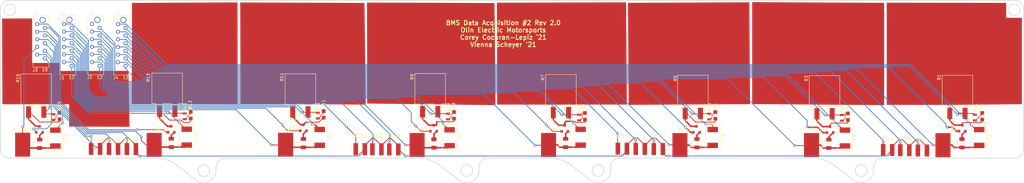
<source format=kicad_pcb>
(kicad_pcb (version 20171130) (host pcbnew 5.1.5-52549c5~84~ubuntu18.04.1)

  (general
    (thickness 1.6)
    (drawings 39)
    (tracks 696)
    (zones 0)
    (modules 72)
    (nets 79)
  )

  (page A4)
  (layers
    (0 F.Cu signal)
    (31 B.Cu signal)
    (32 B.Adhes user)
    (33 F.Adhes user)
    (34 B.Paste user)
    (35 F.Paste user)
    (36 B.SilkS user)
    (37 F.SilkS user)
    (38 B.Mask user)
    (39 F.Mask user)
    (40 Dwgs.User user)
    (41 Cmts.User user)
    (42 Eco1.User user)
    (43 Eco2.User user)
    (44 Edge.Cuts user)
    (45 Margin user)
    (46 B.CrtYd user)
    (47 F.CrtYd user)
    (48 B.Fab user)
    (49 F.Fab user)
  )

  (setup
    (last_trace_width 0.508)
    (user_trace_width 0.254)
    (user_trace_width 0.508)
    (trace_clearance 0.2)
    (zone_clearance 0.508)
    (zone_45_only no)
    (trace_min 0.2)
    (via_size 0.8)
    (via_drill 0.4)
    (via_min_size 0.4)
    (via_min_drill 0.3)
    (uvia_size 0.3)
    (uvia_drill 0.1)
    (uvias_allowed no)
    (uvia_min_size 0.2)
    (uvia_min_drill 0.1)
    (edge_width 0.1)
    (segment_width 0.1)
    (pcb_text_width 0.3)
    (pcb_text_size 1.5 1.5)
    (mod_edge_width 0.15)
    (mod_text_size 1 1)
    (mod_text_width 0.15)
    (pad_size 1.5 1.5)
    (pad_drill 0.6)
    (pad_to_mask_clearance 0)
    (solder_mask_min_width 0.25)
    (aux_axis_origin 0 0)
    (visible_elements FFFFF77F)
    (pcbplotparams
      (layerselection 0x010fc_ffffffff)
      (usegerberextensions false)
      (usegerberattributes false)
      (usegerberadvancedattributes false)
      (creategerberjobfile false)
      (excludeedgelayer true)
      (linewidth 0.100000)
      (plotframeref false)
      (viasonmask false)
      (mode 1)
      (useauxorigin false)
      (hpglpennumber 1)
      (hpglpenspeed 20)
      (hpglpendiameter 15.000000)
      (psnegative false)
      (psa4output false)
      (plotreference true)
      (plotvalue true)
      (plotinvisibletext false)
      (padsonsilk false)
      (subtractmaskfromsilk false)
      (outputformat 1)
      (mirror false)
      (drillshape 0)
      (scaleselection 1)
      (outputdirectory "gerbers/"))
  )

  (net 0 "")
  (net 1 "Net-(D1-Pad1)")
  (net 2 "Net-(D1-Pad2)")
  (net 3 "Net-(D3-Pad2)")
  (net 4 "Net-(D3-Pad1)")
  (net 5 "Net-(D5-Pad1)")
  (net 6 "Net-(D5-Pad2)")
  (net 7 "Net-(D7-Pad1)")
  (net 8 "Net-(D7-Pad2)")
  (net 9 "Net-(D9-Pad2)")
  (net 10 "Net-(D9-Pad1)")
  (net 11 "Net-(D11-Pad2)")
  (net 12 "Net-(D11-Pad1)")
  (net 13 "Net-(D13-Pad2)")
  (net 14 "Net-(D13-Pad1)")
  (net 15 "Net-(D15-Pad1)")
  (net 16 "Net-(D15-Pad2)")
  (net 17 /C1)
  (net 18 /PWR2)
  (net 19 /PWR4)
  (net 20 /C3)
  (net 21 /C5)
  (net 22 /PWR6)
  (net 23 /PWR8)
  (net 24 /C7)
  (net 25 /C9)
  (net 26 /PWR10)
  (net 27 /PWR12)
  (net 28 /C11)
  (net 29 /C13)
  (net 30 /PWR14)
  (net 31 /PWR16)
  (net 32 /C15)
  (net 33 /C15_T3)
  (net 34 /C15_T2)
  (net 35 /C15_T1)
  (net 36 /C11_T3)
  (net 37 /PWR13)
  (net 38 /PWR15)
  (net 39 /C3_T1)
  (net 40 /C3_T3)
  (net 41 /C7_T2)
  (net 42 /C11_T1)
  (net 43 /C3_T2)
  (net 44 /C11_T2)
  (net 45 /C7_T3)
  (net 46 /C7_T1)
  (net 47 /Q7)
  (net 48 /Q11)
  (net 49 /Q15)
  (net 50 /Q3)
  (net 51 /Q13)
  (net 52 /Q9)
  (net 53 /Q5)
  (net 54 /Q1)
  (net 55 /GND1)
  (net 56 /PWR11)
  (net 57 /PWR9)
  (net 58 /PWR7)
  (net 59 /PWR5)
  (net 60 /PWR3)
  (net 61 /PWR1)
  (net 62 "Net-(R1-PadEP)")
  (net 63 "Net-(R3-PadEP)")
  (net 64 "Net-(R5-PadEP)")
  (net 65 "Net-(R7-PadEP)")
  (net 66 "Net-(R9-PadEP)")
  (net 67 "Net-(R11-PadEP)")
  (net 68 "Net-(R13-PadEP)")
  (net 69 "Net-(R15-PadEP)")
  (net 70 "Net-(J2-Pad1)")
  (net 71 "Net-(F2-Pad2)")
  (net 72 "Net-(F4-Pad2)")
  (net 73 "Net-(F6-Pad2)")
  (net 74 "Net-(F8-Pad2)")
  (net 75 "Net-(F10-Pad2)")
  (net 76 "Net-(F12-Pad2)")
  (net 77 "Net-(F14-Pad2)")
  (net 78 "Net-(F16-Pad2)")

  (net_class Default "This is the default net class."
    (clearance 0.2)
    (trace_width 0.25)
    (via_dia 0.8)
    (via_drill 0.4)
    (uvia_dia 0.3)
    (uvia_drill 0.1)
    (add_net /C1)
    (add_net /C11)
    (add_net /C11_T1)
    (add_net /C11_T2)
    (add_net /C11_T3)
    (add_net /C13)
    (add_net /C15)
    (add_net /C15_T1)
    (add_net /C15_T2)
    (add_net /C15_T3)
    (add_net /C3)
    (add_net /C3_T1)
    (add_net /C3_T2)
    (add_net /C3_T3)
    (add_net /C5)
    (add_net /C7)
    (add_net /C7_T1)
    (add_net /C7_T2)
    (add_net /C7_T3)
    (add_net /C9)
    (add_net /GND1)
    (add_net /PWR1)
    (add_net /PWR10)
    (add_net /PWR11)
    (add_net /PWR12)
    (add_net /PWR13)
    (add_net /PWR14)
    (add_net /PWR15)
    (add_net /PWR16)
    (add_net /PWR2)
    (add_net /PWR3)
    (add_net /PWR4)
    (add_net /PWR5)
    (add_net /PWR6)
    (add_net /PWR7)
    (add_net /PWR8)
    (add_net /PWR9)
    (add_net /Q1)
    (add_net /Q11)
    (add_net /Q13)
    (add_net /Q15)
    (add_net /Q3)
    (add_net /Q5)
    (add_net /Q7)
    (add_net /Q9)
    (add_net "Net-(D1-Pad1)")
    (add_net "Net-(D1-Pad2)")
    (add_net "Net-(D11-Pad1)")
    (add_net "Net-(D11-Pad2)")
    (add_net "Net-(D13-Pad1)")
    (add_net "Net-(D13-Pad2)")
    (add_net "Net-(D15-Pad1)")
    (add_net "Net-(D15-Pad2)")
    (add_net "Net-(D3-Pad1)")
    (add_net "Net-(D3-Pad2)")
    (add_net "Net-(D5-Pad1)")
    (add_net "Net-(D5-Pad2)")
    (add_net "Net-(D7-Pad1)")
    (add_net "Net-(D7-Pad2)")
    (add_net "Net-(D9-Pad1)")
    (add_net "Net-(D9-Pad2)")
    (add_net "Net-(F10-Pad2)")
    (add_net "Net-(F12-Pad2)")
    (add_net "Net-(F14-Pad2)")
    (add_net "Net-(F16-Pad2)")
    (add_net "Net-(F2-Pad2)")
    (add_net "Net-(F4-Pad2)")
    (add_net "Net-(F6-Pad2)")
    (add_net "Net-(F8-Pad2)")
    (add_net "Net-(J2-Pad1)")
    (add_net "Net-(R1-PadEP)")
    (add_net "Net-(R11-PadEP)")
    (add_net "Net-(R13-PadEP)")
    (add_net "Net-(R15-PadEP)")
    (add_net "Net-(R3-PadEP)")
    (add_net "Net-(R5-PadEP)")
    (add_net "Net-(R7-PadEP)")
    (add_net "Net-(R9-PadEP)")
  )

  (module footprints:LED_0805_OEM (layer F.Cu) (tedit 5C3D84D8) (tstamp 5DBF31F3)
    (at 303.6316 126.8984 270)
    (descr "LED 0805 smd package")
    (tags "LED led 0805 SMD smd SMT smt smdled SMDLED smtled SMTLED")
    (path /5DB8C7C2)
    (attr smd)
    (fp_text reference D1 (at -2.9464 0.0508 270) (layer F.SilkS)
      (effects (font (size 1 1) (thickness 0.15)))
    )
    (fp_text value LED_0805 (at 0.508 2.032 270) (layer F.Fab) hide
      (effects (font (size 1 1) (thickness 0.15)))
    )
    (fp_line (start -1.95 -0.85) (end 1.95 -0.85) (layer F.CrtYd) (width 0.05))
    (fp_line (start -1.95 0.85) (end -1.95 -0.85) (layer F.CrtYd) (width 0.05))
    (fp_line (start 1.95 0.85) (end -1.95 0.85) (layer F.CrtYd) (width 0.05))
    (fp_line (start 1.95 -0.85) (end 1.95 0.85) (layer F.CrtYd) (width 0.05))
    (fp_line (start -1.8 -0.7) (end 1 -0.7) (layer F.SilkS) (width 0.12))
    (fp_line (start -1.8 0.7) (end 1 0.7) (layer F.SilkS) (width 0.12))
    (fp_line (start -1 0.6) (end -1 -0.6) (layer F.Fab) (width 0.1))
    (fp_line (start -1 -0.6) (end 1 -0.6) (layer F.Fab) (width 0.1))
    (fp_line (start 1 -0.6) (end 1 0.6) (layer F.Fab) (width 0.1))
    (fp_line (start 1 0.6) (end -1 0.6) (layer F.Fab) (width 0.1))
    (fp_line (start -1.8 -0.7) (end -1.8 0.7) (layer F.SilkS) (width 0.12))
    (fp_line (start -0.2 0) (end 0.1 -0.3) (layer F.SilkS) (width 0.1))
    (fp_line (start 0.1 -0.3) (end 0.15 -0.35) (layer F.SilkS) (width 0.1))
    (fp_line (start 0.15 -0.35) (end 0.15 0.3) (layer F.SilkS) (width 0.1))
    (fp_line (start 0.15 0.35) (end 0.15 0.3) (layer F.SilkS) (width 0.1))
    (fp_line (start 0.15 0.3) (end 0.15 0.35) (layer F.SilkS) (width 0.1))
    (fp_line (start 0.15 0.35) (end -0.2 0) (layer F.SilkS) (width 0.1))
    (fp_line (start -0.2 0) (end -0.2 -0.35) (layer F.SilkS) (width 0.1))
    (fp_line (start -0.2 0.35) (end -0.2 0) (layer F.SilkS) (width 0.1))
    (pad 1 smd rect (at -1.1 0 90) (size 1.2 1.2) (layers F.Cu F.Paste F.Mask)
      (net 1 "Net-(D1-Pad1)"))
    (pad 2 smd rect (at 1.1 0 90) (size 1.2 1.2) (layers F.Cu F.Paste F.Mask)
      (net 2 "Net-(D1-Pad2)"))
    (model "${OEM_DIR}/parts/3DModels/LED_0805/LED 0805 Base GREEN001_sp.wrl"
      (at (xyz 0 0 0))
      (scale (xyz 1 1 1))
      (rotate (xyz 0 0 180))
    )
    (model "${OEM_DIR}/parts/3DModels/LED_0805/LED 0805 Base GREEN001_sp.step"
      (at (xyz 0 0 0))
      (scale (xyz 1 1 1))
      (rotate (xyz 0 0 0))
    )
  )

  (module footprints:LED_0805_OEM (layer F.Cu) (tedit 5C3D84D8) (tstamp 5DC8F1FA)
    (at 259.0292 127.043 270)
    (descr "LED 0805 smd package")
    (tags "LED led 0805 SMD smd SMT smt smdled SMDLED smtled SMTLED")
    (path /5DB8C78C)
    (attr smd)
    (fp_text reference D3 (at -3.0734 0.0254 270) (layer F.SilkS)
      (effects (font (size 1 1) (thickness 0.15)))
    )
    (fp_text value LED_0805 (at 0.508 2.032 270) (layer F.Fab) hide
      (effects (font (size 1 1) (thickness 0.15)))
    )
    (fp_line (start -0.2 0.35) (end -0.2 0) (layer F.SilkS) (width 0.1))
    (fp_line (start -0.2 0) (end -0.2 -0.35) (layer F.SilkS) (width 0.1))
    (fp_line (start 0.15 0.35) (end -0.2 0) (layer F.SilkS) (width 0.1))
    (fp_line (start 0.15 0.3) (end 0.15 0.35) (layer F.SilkS) (width 0.1))
    (fp_line (start 0.15 0.35) (end 0.15 0.3) (layer F.SilkS) (width 0.1))
    (fp_line (start 0.15 -0.35) (end 0.15 0.3) (layer F.SilkS) (width 0.1))
    (fp_line (start 0.1 -0.3) (end 0.15 -0.35) (layer F.SilkS) (width 0.1))
    (fp_line (start -0.2 0) (end 0.1 -0.3) (layer F.SilkS) (width 0.1))
    (fp_line (start -1.8 -0.7) (end -1.8 0.7) (layer F.SilkS) (width 0.12))
    (fp_line (start 1 0.6) (end -1 0.6) (layer F.Fab) (width 0.1))
    (fp_line (start 1 -0.6) (end 1 0.6) (layer F.Fab) (width 0.1))
    (fp_line (start -1 -0.6) (end 1 -0.6) (layer F.Fab) (width 0.1))
    (fp_line (start -1 0.6) (end -1 -0.6) (layer F.Fab) (width 0.1))
    (fp_line (start -1.8 0.7) (end 1 0.7) (layer F.SilkS) (width 0.12))
    (fp_line (start -1.8 -0.7) (end 1 -0.7) (layer F.SilkS) (width 0.12))
    (fp_line (start 1.95 -0.85) (end 1.95 0.85) (layer F.CrtYd) (width 0.05))
    (fp_line (start 1.95 0.85) (end -1.95 0.85) (layer F.CrtYd) (width 0.05))
    (fp_line (start -1.95 0.85) (end -1.95 -0.85) (layer F.CrtYd) (width 0.05))
    (fp_line (start -1.95 -0.85) (end 1.95 -0.85) (layer F.CrtYd) (width 0.05))
    (pad 2 smd rect (at 1.1 0 90) (size 1.2 1.2) (layers F.Cu F.Paste F.Mask)
      (net 3 "Net-(D3-Pad2)"))
    (pad 1 smd rect (at -1.1 0 90) (size 1.2 1.2) (layers F.Cu F.Paste F.Mask)
      (net 4 "Net-(D3-Pad1)"))
    (model "${OEM_DIR}/parts/3DModels/LED_0805/LED 0805 Base GREEN001_sp.wrl"
      (at (xyz 0 0 0))
      (scale (xyz 1 1 1))
      (rotate (xyz 0 0 180))
    )
    (model "${OEM_DIR}/parts/3DModels/LED_0805/LED 0805 Base GREEN001_sp.step"
      (at (xyz 0 0 0))
      (scale (xyz 1 1 1))
      (rotate (xyz 0 0 0))
    )
  )

  (module footprints:LED_0805_OEM (layer F.Cu) (tedit 5C3D84D8) (tstamp 5DC90D94)
    (at 214.9602 126.619 270)
    (descr "LED 0805 smd package")
    (tags "LED led 0805 SMD smd SMT smt smdled SMDLED smtled SMTLED")
    (path /5DB8C756)
    (attr smd)
    (fp_text reference D5 (at -2.9972 0.127 270) (layer F.SilkS)
      (effects (font (size 1 1) (thickness 0.15)))
    )
    (fp_text value LED_0805 (at 0.508 2.032 270) (layer F.Fab) hide
      (effects (font (size 1 1) (thickness 0.15)))
    )
    (fp_line (start -1.95 -0.85) (end 1.95 -0.85) (layer F.CrtYd) (width 0.05))
    (fp_line (start -1.95 0.85) (end -1.95 -0.85) (layer F.CrtYd) (width 0.05))
    (fp_line (start 1.95 0.85) (end -1.95 0.85) (layer F.CrtYd) (width 0.05))
    (fp_line (start 1.95 -0.85) (end 1.95 0.85) (layer F.CrtYd) (width 0.05))
    (fp_line (start -1.8 -0.7) (end 1 -0.7) (layer F.SilkS) (width 0.12))
    (fp_line (start -1.8 0.7) (end 1 0.7) (layer F.SilkS) (width 0.12))
    (fp_line (start -1 0.6) (end -1 -0.6) (layer F.Fab) (width 0.1))
    (fp_line (start -1 -0.6) (end 1 -0.6) (layer F.Fab) (width 0.1))
    (fp_line (start 1 -0.6) (end 1 0.6) (layer F.Fab) (width 0.1))
    (fp_line (start 1 0.6) (end -1 0.6) (layer F.Fab) (width 0.1))
    (fp_line (start -1.8 -0.7) (end -1.8 0.7) (layer F.SilkS) (width 0.12))
    (fp_line (start -0.2 0) (end 0.1 -0.3) (layer F.SilkS) (width 0.1))
    (fp_line (start 0.1 -0.3) (end 0.15 -0.35) (layer F.SilkS) (width 0.1))
    (fp_line (start 0.15 -0.35) (end 0.15 0.3) (layer F.SilkS) (width 0.1))
    (fp_line (start 0.15 0.35) (end 0.15 0.3) (layer F.SilkS) (width 0.1))
    (fp_line (start 0.15 0.3) (end 0.15 0.35) (layer F.SilkS) (width 0.1))
    (fp_line (start 0.15 0.35) (end -0.2 0) (layer F.SilkS) (width 0.1))
    (fp_line (start -0.2 0) (end -0.2 -0.35) (layer F.SilkS) (width 0.1))
    (fp_line (start -0.2 0.35) (end -0.2 0) (layer F.SilkS) (width 0.1))
    (pad 1 smd rect (at -1.1 0 90) (size 1.2 1.2) (layers F.Cu F.Paste F.Mask)
      (net 5 "Net-(D5-Pad1)"))
    (pad 2 smd rect (at 1.1 0 90) (size 1.2 1.2) (layers F.Cu F.Paste F.Mask)
      (net 6 "Net-(D5-Pad2)"))
    (model "${OEM_DIR}/parts/3DModels/LED_0805/LED 0805 Base GREEN001_sp.wrl"
      (at (xyz 0 0 0))
      (scale (xyz 1 1 1))
      (rotate (xyz 0 0 180))
    )
    (model "${OEM_DIR}/parts/3DModels/LED_0805/LED 0805 Base GREEN001_sp.step"
      (at (xyz 0 0 0))
      (scale (xyz 1 1 1))
      (rotate (xyz 0 0 0))
    )
  )

  (module footprints:LED_0805_OEM (layer F.Cu) (tedit 5C3D84D8) (tstamp 5DC8F22C)
    (at 171.6278 126.9238 270)
    (descr "LED 0805 smd package")
    (tags "LED led 0805 SMD smd SMT smt smdled SMDLED smtled SMTLED")
    (path /5DB8C720)
    (attr smd)
    (fp_text reference D7 (at -3.1242 0.1778 270) (layer F.SilkS)
      (effects (font (size 1 1) (thickness 0.15)))
    )
    (fp_text value LED_0805 (at 0.508 2.032 270) (layer F.Fab) hide
      (effects (font (size 1 1) (thickness 0.15)))
    )
    (fp_line (start -1.95 -0.85) (end 1.95 -0.85) (layer F.CrtYd) (width 0.05))
    (fp_line (start -1.95 0.85) (end -1.95 -0.85) (layer F.CrtYd) (width 0.05))
    (fp_line (start 1.95 0.85) (end -1.95 0.85) (layer F.CrtYd) (width 0.05))
    (fp_line (start 1.95 -0.85) (end 1.95 0.85) (layer F.CrtYd) (width 0.05))
    (fp_line (start -1.8 -0.7) (end 1 -0.7) (layer F.SilkS) (width 0.12))
    (fp_line (start -1.8 0.7) (end 1 0.7) (layer F.SilkS) (width 0.12))
    (fp_line (start -1 0.6) (end -1 -0.6) (layer F.Fab) (width 0.1))
    (fp_line (start -1 -0.6) (end 1 -0.6) (layer F.Fab) (width 0.1))
    (fp_line (start 1 -0.6) (end 1 0.6) (layer F.Fab) (width 0.1))
    (fp_line (start 1 0.6) (end -1 0.6) (layer F.Fab) (width 0.1))
    (fp_line (start -1.8 -0.7) (end -1.8 0.7) (layer F.SilkS) (width 0.12))
    (fp_line (start -0.2 0) (end 0.1 -0.3) (layer F.SilkS) (width 0.1))
    (fp_line (start 0.1 -0.3) (end 0.15 -0.35) (layer F.SilkS) (width 0.1))
    (fp_line (start 0.15 -0.35) (end 0.15 0.3) (layer F.SilkS) (width 0.1))
    (fp_line (start 0.15 0.35) (end 0.15 0.3) (layer F.SilkS) (width 0.1))
    (fp_line (start 0.15 0.3) (end 0.15 0.35) (layer F.SilkS) (width 0.1))
    (fp_line (start 0.15 0.35) (end -0.2 0) (layer F.SilkS) (width 0.1))
    (fp_line (start -0.2 0) (end -0.2 -0.35) (layer F.SilkS) (width 0.1))
    (fp_line (start -0.2 0.35) (end -0.2 0) (layer F.SilkS) (width 0.1))
    (pad 1 smd rect (at -1.1 0 90) (size 1.2 1.2) (layers F.Cu F.Paste F.Mask)
      (net 7 "Net-(D7-Pad1)"))
    (pad 2 smd rect (at 1.1 0 90) (size 1.2 1.2) (layers F.Cu F.Paste F.Mask)
      (net 8 "Net-(D7-Pad2)"))
    (model "${OEM_DIR}/parts/3DModels/LED_0805/LED 0805 Base GREEN001_sp.wrl"
      (at (xyz 0 0 0))
      (scale (xyz 1 1 1))
      (rotate (xyz 0 0 180))
    )
    (model "${OEM_DIR}/parts/3DModels/LED_0805/LED 0805 Base GREEN001_sp.step"
      (at (xyz 0 0 0))
      (scale (xyz 1 1 1))
      (rotate (xyz 0 0 0))
    )
  )

  (module footprints:LED_0805_OEM (layer F.Cu) (tedit 5C3D84D8) (tstamp 5DC8F245)
    (at 128.1176 126.5936 270)
    (descr "LED 0805 smd package")
    (tags "LED led 0805 SMD smd SMT smt smdled SMDLED smtled SMTLED")
    (path /5DB8C6EA)
    (attr smd)
    (fp_text reference D9 (at -3.2512 0.1524 270) (layer F.SilkS)
      (effects (font (size 1 1) (thickness 0.15)))
    )
    (fp_text value LED_0805 (at 0.508 2.032 270) (layer F.Fab) hide
      (effects (font (size 1 1) (thickness 0.15)))
    )
    (fp_line (start -0.2 0.35) (end -0.2 0) (layer F.SilkS) (width 0.1))
    (fp_line (start -0.2 0) (end -0.2 -0.35) (layer F.SilkS) (width 0.1))
    (fp_line (start 0.15 0.35) (end -0.2 0) (layer F.SilkS) (width 0.1))
    (fp_line (start 0.15 0.3) (end 0.15 0.35) (layer F.SilkS) (width 0.1))
    (fp_line (start 0.15 0.35) (end 0.15 0.3) (layer F.SilkS) (width 0.1))
    (fp_line (start 0.15 -0.35) (end 0.15 0.3) (layer F.SilkS) (width 0.1))
    (fp_line (start 0.1 -0.3) (end 0.15 -0.35) (layer F.SilkS) (width 0.1))
    (fp_line (start -0.2 0) (end 0.1 -0.3) (layer F.SilkS) (width 0.1))
    (fp_line (start -1.8 -0.7) (end -1.8 0.7) (layer F.SilkS) (width 0.12))
    (fp_line (start 1 0.6) (end -1 0.6) (layer F.Fab) (width 0.1))
    (fp_line (start 1 -0.6) (end 1 0.6) (layer F.Fab) (width 0.1))
    (fp_line (start -1 -0.6) (end 1 -0.6) (layer F.Fab) (width 0.1))
    (fp_line (start -1 0.6) (end -1 -0.6) (layer F.Fab) (width 0.1))
    (fp_line (start -1.8 0.7) (end 1 0.7) (layer F.SilkS) (width 0.12))
    (fp_line (start -1.8 -0.7) (end 1 -0.7) (layer F.SilkS) (width 0.12))
    (fp_line (start 1.95 -0.85) (end 1.95 0.85) (layer F.CrtYd) (width 0.05))
    (fp_line (start 1.95 0.85) (end -1.95 0.85) (layer F.CrtYd) (width 0.05))
    (fp_line (start -1.95 0.85) (end -1.95 -0.85) (layer F.CrtYd) (width 0.05))
    (fp_line (start -1.95 -0.85) (end 1.95 -0.85) (layer F.CrtYd) (width 0.05))
    (pad 2 smd rect (at 1.1 0 90) (size 1.2 1.2) (layers F.Cu F.Paste F.Mask)
      (net 9 "Net-(D9-Pad2)"))
    (pad 1 smd rect (at -1.1 0 90) (size 1.2 1.2) (layers F.Cu F.Paste F.Mask)
      (net 10 "Net-(D9-Pad1)"))
    (model "${OEM_DIR}/parts/3DModels/LED_0805/LED 0805 Base GREEN001_sp.wrl"
      (at (xyz 0 0 0))
      (scale (xyz 1 1 1))
      (rotate (xyz 0 0 180))
    )
    (model "${OEM_DIR}/parts/3DModels/LED_0805/LED 0805 Base GREEN001_sp.step"
      (at (xyz 0 0 0))
      (scale (xyz 1 1 1))
      (rotate (xyz 0 0 0))
    )
  )

  (module footprints:LED_0805_OEM (layer F.Cu) (tedit 5C3D84D8) (tstamp 5DC8F25E)
    (at 84.7852 126.2888 270)
    (descr "LED 0805 smd package")
    (tags "LED led 0805 SMD smd SMT smt smdled SMDLED smtled SMTLED")
    (path /5DB8C6B4)
    (attr smd)
    (fp_text reference D11 (at -3.5306 0.0254 270) (layer F.SilkS)
      (effects (font (size 1 1) (thickness 0.15)))
    )
    (fp_text value LED_0805 (at 0.508 2.032 270) (layer F.Fab) hide
      (effects (font (size 1 1) (thickness 0.15)))
    )
    (fp_line (start -0.2 0.35) (end -0.2 0) (layer F.SilkS) (width 0.1))
    (fp_line (start -0.2 0) (end -0.2 -0.35) (layer F.SilkS) (width 0.1))
    (fp_line (start 0.15 0.35) (end -0.2 0) (layer F.SilkS) (width 0.1))
    (fp_line (start 0.15 0.3) (end 0.15 0.35) (layer F.SilkS) (width 0.1))
    (fp_line (start 0.15 0.35) (end 0.15 0.3) (layer F.SilkS) (width 0.1))
    (fp_line (start 0.15 -0.35) (end 0.15 0.3) (layer F.SilkS) (width 0.1))
    (fp_line (start 0.1 -0.3) (end 0.15 -0.35) (layer F.SilkS) (width 0.1))
    (fp_line (start -0.2 0) (end 0.1 -0.3) (layer F.SilkS) (width 0.1))
    (fp_line (start -1.8 -0.7) (end -1.8 0.7) (layer F.SilkS) (width 0.12))
    (fp_line (start 1 0.6) (end -1 0.6) (layer F.Fab) (width 0.1))
    (fp_line (start 1 -0.6) (end 1 0.6) (layer F.Fab) (width 0.1))
    (fp_line (start -1 -0.6) (end 1 -0.6) (layer F.Fab) (width 0.1))
    (fp_line (start -1 0.6) (end -1 -0.6) (layer F.Fab) (width 0.1))
    (fp_line (start -1.8 0.7) (end 1 0.7) (layer F.SilkS) (width 0.12))
    (fp_line (start -1.8 -0.7) (end 1 -0.7) (layer F.SilkS) (width 0.12))
    (fp_line (start 1.95 -0.85) (end 1.95 0.85) (layer F.CrtYd) (width 0.05))
    (fp_line (start 1.95 0.85) (end -1.95 0.85) (layer F.CrtYd) (width 0.05))
    (fp_line (start -1.95 0.85) (end -1.95 -0.85) (layer F.CrtYd) (width 0.05))
    (fp_line (start -1.95 -0.85) (end 1.95 -0.85) (layer F.CrtYd) (width 0.05))
    (pad 2 smd rect (at 1.1 0 90) (size 1.2 1.2) (layers F.Cu F.Paste F.Mask)
      (net 11 "Net-(D11-Pad2)"))
    (pad 1 smd rect (at -1.1 0 90) (size 1.2 1.2) (layers F.Cu F.Paste F.Mask)
      (net 12 "Net-(D11-Pad1)"))
    (model "${OEM_DIR}/parts/3DModels/LED_0805/LED 0805 Base GREEN001_sp.wrl"
      (at (xyz 0 0 0))
      (scale (xyz 1 1 1))
      (rotate (xyz 0 0 180))
    )
    (model "${OEM_DIR}/parts/3DModels/LED_0805/LED 0805 Base GREEN001_sp.step"
      (at (xyz 0 0 0))
      (scale (xyz 1 1 1))
      (rotate (xyz 0 0 0))
    )
  )

  (module footprints:LED_0805_OEM (layer F.Cu) (tedit 5C3D84D8) (tstamp 5DC8F277)
    (at 40.6146 126.5174 270)
    (descr "LED 0805 smd package")
    (tags "LED led 0805 SMD smd SMT smt smdled SMDLED smtled SMTLED")
    (path /5DB8C7F9)
    (attr smd)
    (fp_text reference D13 (at -3.4544 0.1524 270) (layer F.SilkS)
      (effects (font (size 1 1) (thickness 0.15)))
    )
    (fp_text value LED_0805 (at 0.508 2.032 270) (layer F.Fab) hide
      (effects (font (size 1 1) (thickness 0.15)))
    )
    (fp_line (start -0.2 0.35) (end -0.2 0) (layer F.SilkS) (width 0.1))
    (fp_line (start -0.2 0) (end -0.2 -0.35) (layer F.SilkS) (width 0.1))
    (fp_line (start 0.15 0.35) (end -0.2 0) (layer F.SilkS) (width 0.1))
    (fp_line (start 0.15 0.3) (end 0.15 0.35) (layer F.SilkS) (width 0.1))
    (fp_line (start 0.15 0.35) (end 0.15 0.3) (layer F.SilkS) (width 0.1))
    (fp_line (start 0.15 -0.35) (end 0.15 0.3) (layer F.SilkS) (width 0.1))
    (fp_line (start 0.1 -0.3) (end 0.15 -0.35) (layer F.SilkS) (width 0.1))
    (fp_line (start -0.2 0) (end 0.1 -0.3) (layer F.SilkS) (width 0.1))
    (fp_line (start -1.8 -0.7) (end -1.8 0.7) (layer F.SilkS) (width 0.12))
    (fp_line (start 1 0.6) (end -1 0.6) (layer F.Fab) (width 0.1))
    (fp_line (start 1 -0.6) (end 1 0.6) (layer F.Fab) (width 0.1))
    (fp_line (start -1 -0.6) (end 1 -0.6) (layer F.Fab) (width 0.1))
    (fp_line (start -1 0.6) (end -1 -0.6) (layer F.Fab) (width 0.1))
    (fp_line (start -1.8 0.7) (end 1 0.7) (layer F.SilkS) (width 0.12))
    (fp_line (start -1.8 -0.7) (end 1 -0.7) (layer F.SilkS) (width 0.12))
    (fp_line (start 1.95 -0.85) (end 1.95 0.85) (layer F.CrtYd) (width 0.05))
    (fp_line (start 1.95 0.85) (end -1.95 0.85) (layer F.CrtYd) (width 0.05))
    (fp_line (start -1.95 0.85) (end -1.95 -0.85) (layer F.CrtYd) (width 0.05))
    (fp_line (start -1.95 -0.85) (end 1.95 -0.85) (layer F.CrtYd) (width 0.05))
    (pad 2 smd rect (at 1.1 0 90) (size 1.2 1.2) (layers F.Cu F.Paste F.Mask)
      (net 13 "Net-(D13-Pad2)"))
    (pad 1 smd rect (at -1.1 0 90) (size 1.2 1.2) (layers F.Cu F.Paste F.Mask)
      (net 14 "Net-(D13-Pad1)"))
    (model "${OEM_DIR}/parts/3DModels/LED_0805/LED 0805 Base GREEN001_sp.wrl"
      (at (xyz 0 0 0))
      (scale (xyz 1 1 1))
      (rotate (xyz 0 0 180))
    )
    (model "${OEM_DIR}/parts/3DModels/LED_0805/LED 0805 Base GREEN001_sp.step"
      (at (xyz 0 0 0))
      (scale (xyz 1 1 1))
      (rotate (xyz 0 0 0))
    )
  )

  (module footprints:LED_0805_OEM (layer F.Cu) (tedit 5C3D84D8) (tstamp 5DC8F290)
    (at -2.9972 126.789 270)
    (descr "LED 0805 smd package")
    (tags "LED led 0805 SMD smd SMT smt smdled SMDLED smtled SMTLED")
    (path /5DB8C678)
    (attr smd)
    (fp_text reference D15 (at -3.429 0.0254 270) (layer F.SilkS)
      (effects (font (size 1 1) (thickness 0.15)))
    )
    (fp_text value LED_0805 (at 0.508 2.032 270) (layer F.Fab) hide
      (effects (font (size 1 1) (thickness 0.15)))
    )
    (fp_line (start -1.95 -0.85) (end 1.95 -0.85) (layer F.CrtYd) (width 0.05))
    (fp_line (start -1.95 0.85) (end -1.95 -0.85) (layer F.CrtYd) (width 0.05))
    (fp_line (start 1.95 0.85) (end -1.95 0.85) (layer F.CrtYd) (width 0.05))
    (fp_line (start 1.95 -0.85) (end 1.95 0.85) (layer F.CrtYd) (width 0.05))
    (fp_line (start -1.8 -0.7) (end 1 -0.7) (layer F.SilkS) (width 0.12))
    (fp_line (start -1.8 0.7) (end 1 0.7) (layer F.SilkS) (width 0.12))
    (fp_line (start -1 0.6) (end -1 -0.6) (layer F.Fab) (width 0.1))
    (fp_line (start -1 -0.6) (end 1 -0.6) (layer F.Fab) (width 0.1))
    (fp_line (start 1 -0.6) (end 1 0.6) (layer F.Fab) (width 0.1))
    (fp_line (start 1 0.6) (end -1 0.6) (layer F.Fab) (width 0.1))
    (fp_line (start -1.8 -0.7) (end -1.8 0.7) (layer F.SilkS) (width 0.12))
    (fp_line (start -0.2 0) (end 0.1 -0.3) (layer F.SilkS) (width 0.1))
    (fp_line (start 0.1 -0.3) (end 0.15 -0.35) (layer F.SilkS) (width 0.1))
    (fp_line (start 0.15 -0.35) (end 0.15 0.3) (layer F.SilkS) (width 0.1))
    (fp_line (start 0.15 0.35) (end 0.15 0.3) (layer F.SilkS) (width 0.1))
    (fp_line (start 0.15 0.3) (end 0.15 0.35) (layer F.SilkS) (width 0.1))
    (fp_line (start 0.15 0.35) (end -0.2 0) (layer F.SilkS) (width 0.1))
    (fp_line (start -0.2 0) (end -0.2 -0.35) (layer F.SilkS) (width 0.1))
    (fp_line (start -0.2 0.35) (end -0.2 0) (layer F.SilkS) (width 0.1))
    (pad 1 smd rect (at -1.1 0 90) (size 1.2 1.2) (layers F.Cu F.Paste F.Mask)
      (net 15 "Net-(D15-Pad1)"))
    (pad 2 smd rect (at 1.1 0 90) (size 1.2 1.2) (layers F.Cu F.Paste F.Mask)
      (net 16 "Net-(D15-Pad2)"))
    (model "${OEM_DIR}/parts/3DModels/LED_0805/LED 0805 Base GREEN001_sp.wrl"
      (at (xyz 0 0 0))
      (scale (xyz 1 1 1))
      (rotate (xyz 0 0 180))
    )
    (model "${OEM_DIR}/parts/3DModels/LED_0805/LED 0805 Base GREEN001_sp.step"
      (at (xyz 0 0 0))
      (scale (xyz 1 1 1))
      (rotate (xyz 0 0 0))
    )
  )

  (module footprints:Fuse_1812 (layer F.Cu) (tedit 5A050C3C) (tstamp 5DBF30DF)
    (at 302.641 136.62 90)
    (path /5DB8C883)
    (fp_text reference F1 (at 2.8702 3.429 90) (layer F.SilkS)
      (effects (font (size 1 1) (thickness 0.15)))
    )
    (fp_text value 200mA_Fuse (at 3 3.5 90) (layer F.Fab) hide
      (effects (font (size 1 1) (thickness 0.15)))
    )
    (fp_line (start -1.5 -2.5) (end 7 -2.5) (layer F.SilkS) (width 0.15))
    (fp_line (start 7 -2.5) (end 7 2.5) (layer F.SilkS) (width 0.15))
    (fp_line (start 7 2.5) (end -1.5 2.5) (layer F.SilkS) (width 0.15))
    (fp_line (start -1.5 2.5) (end -1.5 -2.5) (layer F.SilkS) (width 0.15))
    (pad 2 smd rect (at 5.28 0 90) (size 1.78 3.5) (layers F.Cu F.Paste F.Mask)
      (net 17 /C1))
    (pad 1 smd rect (at 0 0 90) (size 1.78 3.5) (layers F.Cu F.Paste F.Mask)
      (net 18 /PWR2))
  )

  (module footprints:Fuse_1812 (layer F.Cu) (tedit 5A050C3C) (tstamp 5DC8F2A4)
    (at 258.04 136.8 90)
    (path /5DB8C878)
    (fp_text reference F3 (at 2.7432 3.4036 90) (layer F.SilkS)
      (effects (font (size 1 1) (thickness 0.15)))
    )
    (fp_text value 200mA_Fuse (at 3 3.5 90) (layer F.Fab) hide
      (effects (font (size 1 1) (thickness 0.15)))
    )
    (fp_line (start -1.5 2.5) (end -1.5 -2.5) (layer F.SilkS) (width 0.15))
    (fp_line (start 7 2.5) (end -1.5 2.5) (layer F.SilkS) (width 0.15))
    (fp_line (start 7 -2.5) (end 7 2.5) (layer F.SilkS) (width 0.15))
    (fp_line (start -1.5 -2.5) (end 7 -2.5) (layer F.SilkS) (width 0.15))
    (pad 1 smd rect (at 0 0 90) (size 1.78 3.5) (layers F.Cu F.Paste F.Mask)
      (net 19 /PWR4))
    (pad 2 smd rect (at 5.28 0 90) (size 1.78 3.5) (layers F.Cu F.Paste F.Mask)
      (net 20 /C3))
  )

  (module footprints:Fuse_1812 (layer F.Cu) (tedit 5A050C3C) (tstamp 5DC8F2AE)
    (at 214.0966 136.61 90)
    (path /5DB8C86D)
    (fp_text reference F5 (at 2.8448 3.4798 90) (layer F.SilkS)
      (effects (font (size 1 1) (thickness 0.15)))
    )
    (fp_text value 200mA_Fuse (at 3 3.5 90) (layer F.Fab) hide
      (effects (font (size 1 1) (thickness 0.15)))
    )
    (fp_line (start -1.5 -2.5) (end 7 -2.5) (layer F.SilkS) (width 0.15))
    (fp_line (start 7 -2.5) (end 7 2.5) (layer F.SilkS) (width 0.15))
    (fp_line (start 7 2.5) (end -1.5 2.5) (layer F.SilkS) (width 0.15))
    (fp_line (start -1.5 2.5) (end -1.5 -2.5) (layer F.SilkS) (width 0.15))
    (pad 2 smd rect (at 5.28 0 90) (size 1.78 3.5) (layers F.Cu F.Paste F.Mask)
      (net 21 /C5))
    (pad 1 smd rect (at 0 0 90) (size 1.78 3.5) (layers F.Cu F.Paste F.Mask)
      (net 22 /PWR6))
  )

  (module footprints:Fuse_1812 (layer F.Cu) (tedit 5A050C3C) (tstamp 5DC8F2B8)
    (at 170.2054 136.53 90)
    (path /5DB8C862)
    (fp_text reference F7 (at 2.8448 3.4544 90) (layer F.SilkS)
      (effects (font (size 1 1) (thickness 0.15)))
    )
    (fp_text value 200mA_Fuse (at 3 3.5 90) (layer F.Fab) hide
      (effects (font (size 1 1) (thickness 0.15)))
    )
    (fp_line (start -1.5 2.5) (end -1.5 -2.5) (layer F.SilkS) (width 0.15))
    (fp_line (start 7 2.5) (end -1.5 2.5) (layer F.SilkS) (width 0.15))
    (fp_line (start 7 -2.5) (end 7 2.5) (layer F.SilkS) (width 0.15))
    (fp_line (start -1.5 -2.5) (end 7 -2.5) (layer F.SilkS) (width 0.15))
    (pad 1 smd rect (at 0 0 90) (size 1.78 3.5) (layers F.Cu F.Paste F.Mask)
      (net 23 /PWR8))
    (pad 2 smd rect (at 5.28 0 90) (size 1.78 3.5) (layers F.Cu F.Paste F.Mask)
      (net 24 /C7))
  )

  (module footprints:Fuse_1812 (layer F.Cu) (tedit 5A050C3C) (tstamp 5DC8F2C2)
    (at 126.6444 136.7 90)
    (path /5DB8C857)
    (fp_text reference F9 (at 2.7178 3.5052 90) (layer F.SilkS)
      (effects (font (size 1 1) (thickness 0.15)))
    )
    (fp_text value 200mA_Fuse (at 3 3.5 90) (layer F.Fab) hide
      (effects (font (size 1 1) (thickness 0.15)))
    )
    (fp_line (start -1.5 -2.5) (end 7 -2.5) (layer F.SilkS) (width 0.15))
    (fp_line (start 7 -2.5) (end 7 2.5) (layer F.SilkS) (width 0.15))
    (fp_line (start 7 2.5) (end -1.5 2.5) (layer F.SilkS) (width 0.15))
    (fp_line (start -1.5 2.5) (end -1.5 -2.5) (layer F.SilkS) (width 0.15))
    (pad 2 smd rect (at 5.28 0 90) (size 1.78 3.5) (layers F.Cu F.Paste F.Mask)
      (net 25 /C9))
    (pad 1 smd rect (at 0 0 90) (size 1.78 3.5) (layers F.Cu F.Paste F.Mask)
      (net 26 /PWR10))
  )

  (module footprints:Fuse_1812 (layer F.Cu) (tedit 5A050C3C) (tstamp 5DC8F2CC)
    (at 83.4898 136.59 90)
    (path /5DB8C84C)
    (fp_text reference F11 (at 3.048 3.556 90) (layer F.SilkS)
      (effects (font (size 1 1) (thickness 0.15)))
    )
    (fp_text value 200mA_Fuse (at 3 3.5 90) (layer F.Fab) hide
      (effects (font (size 1 1) (thickness 0.15)))
    )
    (fp_line (start -1.5 2.5) (end -1.5 -2.5) (layer F.SilkS) (width 0.15))
    (fp_line (start 7 2.5) (end -1.5 2.5) (layer F.SilkS) (width 0.15))
    (fp_line (start 7 -2.5) (end 7 2.5) (layer F.SilkS) (width 0.15))
    (fp_line (start -1.5 -2.5) (end 7 -2.5) (layer F.SilkS) (width 0.15))
    (pad 1 smd rect (at 0 0 90) (size 1.78 3.5) (layers F.Cu F.Paste F.Mask)
      (net 27 /PWR12))
    (pad 2 smd rect (at 5.28 0 90) (size 1.78 3.5) (layers F.Cu F.Paste F.Mask)
      (net 28 /C11))
  )

  (module footprints:Fuse_1812 (layer F.Cu) (tedit 5A050C3C) (tstamp 5DC8F2D6)
    (at 39.2938 136.5 90)
    (path /5DB8C841)
    (fp_text reference F13 (at 3.1496 3.4544 270) (layer F.SilkS)
      (effects (font (size 1 1) (thickness 0.15)))
    )
    (fp_text value 200mA_Fuse (at 3 3.5 90) (layer F.Fab) hide
      (effects (font (size 1 1) (thickness 0.15)))
    )
    (fp_line (start -1.5 -2.5) (end 7 -2.5) (layer F.SilkS) (width 0.15))
    (fp_line (start 7 -2.5) (end 7 2.5) (layer F.SilkS) (width 0.15))
    (fp_line (start 7 2.5) (end -1.5 2.5) (layer F.SilkS) (width 0.15))
    (fp_line (start -1.5 2.5) (end -1.5 -2.5) (layer F.SilkS) (width 0.15))
    (pad 2 smd rect (at 5.28 0 90) (size 1.78 3.5) (layers F.Cu F.Paste F.Mask)
      (net 29 /C13))
    (pad 1 smd rect (at 0 0 90) (size 1.78 3.5) (layers F.Cu F.Paste F.Mask)
      (net 30 /PWR14))
  )

  (module footprints:Fuse_1812 (layer F.Cu) (tedit 5A050C3C) (tstamp 5DC8F2E0)
    (at -4.3434 136.81 90)
    (path /5DB8C836)
    (fp_text reference F15 (at 2.7686 3.6576 90) (layer F.SilkS)
      (effects (font (size 1 1) (thickness 0.15)))
    )
    (fp_text value 200mA_Fuse (at 3 3.5 90) (layer F.Fab) hide
      (effects (font (size 1 1) (thickness 0.15)))
    )
    (fp_line (start -1.5 2.5) (end -1.5 -2.5) (layer F.SilkS) (width 0.15))
    (fp_line (start 7 2.5) (end -1.5 2.5) (layer F.SilkS) (width 0.15))
    (fp_line (start 7 -2.5) (end 7 2.5) (layer F.SilkS) (width 0.15))
    (fp_line (start -1.5 -2.5) (end 7 -2.5) (layer F.SilkS) (width 0.15))
    (pad 1 smd rect (at 0 0 90) (size 1.78 3.5) (layers F.Cu F.Paste F.Mask)
      (net 31 /PWR16))
    (pad 2 smd rect (at 5.28 0 90) (size 1.78 3.5) (layers F.Cu F.Paste F.Mask)
      (net 32 /C15))
  )

  (module footprints:micromatch_female_vert_12 (layer F.Cu) (tedit 5A7728CD) (tstamp 5DC8F2F7)
    (at -1.4732 101.2444)
    (path /5DB8C8F3)
    (fp_text reference J1 (at -0.6604 12.8524) (layer F.SilkS)
      (effects (font (size 1 1) (thickness 0.15)))
    )
    (fp_text value MM_M_VT_12 (at 6.35 0 90) (layer F.Fab) hide
      (effects (font (size 1 1) (thickness 0.15)))
    )
    (fp_text user 12 (at 2.54 12.7) (layer F.SilkS)
      (effects (font (size 1 1) (thickness 0.15)))
    )
    (fp_text user 1 (at 0 -8.89) (layer F.SilkS)
      (effects (font (size 1 1) (thickness 0.15)))
    )
    (fp_line (start -1.38 11.83) (end 3.92 11.83) (layer F.SilkS) (width 0.15))
    (fp_line (start -1.38 -8.02) (end 3.92 -8.02) (layer F.SilkS) (width 0.15))
    (fp_line (start -1.38 11.83) (end -1.38 -8.02) (layer F.SilkS) (width 0.15))
    (fp_line (start 3.92 11.83) (end 3.92 -8.02) (layer F.SilkS) (width 0.15))
    (pad 5 thru_hole circle (at 0 0) (size 1.3 1.3) (drill 0.8) (layers *.Cu *.Mask)
      (net 44 /C11_T2))
    (pad 3 thru_hole circle (at 0 -2.54) (size 1.3 1.3) (drill 0.8) (layers *.Cu *.Mask)
      (net 26 /PWR10))
    (pad 1 thru_hole circle (at 0 -5.08) (size 1.3 1.3) (drill 0.8) (layers *.Cu *.Mask)
      (net 57 /PWR9))
    (pad 7 thru_hole circle (at 0 2.54) (size 1.3 1.3) (drill 0.8) (layers *.Cu *.Mask)
      (net 28 /C11))
    (pad 2 thru_hole circle (at 2.54 -3.81) (size 1.3 1.3) (drill 0.8) (layers *.Cu *.Mask)
      (net 52 /Q9))
    (pad 4 thru_hole circle (at 2.54 -1.27) (size 1.3 1.3) (drill 0.8) (layers *.Cu *.Mask)
      (net 36 /C11_T3))
    (pad 6 thru_hole circle (at 2.54 1.27) (size 1.3 1.3) (drill 0.8) (layers *.Cu *.Mask)
      (net 42 /C11_T1))
    (pad 8 thru_hole circle (at 2.54 3.81) (size 1.3 1.3) (drill 0.8) (layers *.Cu *.Mask)
      (net 56 /PWR11))
    (pad 9 thru_hole circle (at 0 5.08) (size 1.3 1.3) (drill 0.8) (layers *.Cu *.Mask)
      (net 48 /Q11))
    (pad 10 thru_hole circle (at 2.54 6.35) (size 1.3 1.3) (drill 0.8) (layers *.Cu *.Mask)
      (net 27 /PWR12))
    (pad 11 thru_hole circle (at 0 7.62) (size 1.3 1.3) (drill 0.8) (layers *.Cu *.Mask)
      (net 29 /C13))
    (pad 12 thru_hole circle (at 2.54 8.89) (size 1.3 1.3) (drill 0.8) (layers *.Cu *.Mask)
      (net 37 /PWR13))
    (pad 13 thru_hole circle (at 1.8 -6.48) (size 2 2) (drill 1.5) (layers *.Cu *.Mask))
    (model ${LOCALDIR}/3DModels/micromatch_female_ra_12/C-1-215464-2.step
      (at (xyz 0 0 0))
      (scale (xyz 1 1 1))
      (rotate (xyz 0 0 0))
    )
  )

  (module footprints:micromatch_female_vert_12 (layer F.Cu) (tedit 5A7728CD) (tstamp 5DC8F30E)
    (at 7.8105 101.2317)
    (path /5DB8C8FD)
    (fp_text reference J2 (at -0.7874 12.6746) (layer F.SilkS)
      (effects (font (size 1 1) (thickness 0.15)))
    )
    (fp_text value MM_M_VT_12 (at 6.35 0 90) (layer F.Fab) hide
      (effects (font (size 1 1) (thickness 0.15)))
    )
    (fp_line (start 3.92 11.83) (end 3.92 -8.02) (layer F.SilkS) (width 0.15))
    (fp_line (start -1.38 11.83) (end -1.38 -8.02) (layer F.SilkS) (width 0.15))
    (fp_line (start -1.38 -8.02) (end 3.92 -8.02) (layer F.SilkS) (width 0.15))
    (fp_line (start -1.38 11.83) (end 3.92 11.83) (layer F.SilkS) (width 0.15))
    (fp_text user 1 (at 0 -8.89) (layer F.SilkS)
      (effects (font (size 1 1) (thickness 0.15)))
    )
    (fp_text user 12 (at 2.54 12.7) (layer F.SilkS)
      (effects (font (size 1 1) (thickness 0.15)))
    )
    (pad 13 thru_hole circle (at 1.8 -6.48) (size 2 2) (drill 1.5) (layers *.Cu *.Mask))
    (pad 12 thru_hole circle (at 2.54 8.89) (size 1.3 1.3) (drill 0.8) (layers *.Cu *.Mask)
      (net 25 /C9))
    (pad 11 thru_hole circle (at 0 7.62) (size 1.3 1.3) (drill 0.8) (layers *.Cu *.Mask)
      (net 23 /PWR8))
    (pad 10 thru_hole circle (at 2.54 6.35) (size 1.3 1.3) (drill 0.8) (layers *.Cu *.Mask)
      (net 47 /Q7))
    (pad 9 thru_hole circle (at 0 5.08) (size 1.3 1.3) (drill 0.8) (layers *.Cu *.Mask)
      (net 58 /PWR7))
    (pad 8 thru_hole circle (at 2.54 3.81) (size 1.3 1.3) (drill 0.8) (layers *.Cu *.Mask)
      (net 24 /C7))
    (pad 6 thru_hole circle (at 2.54 1.27) (size 1.3 1.3) (drill 0.8) (layers *.Cu *.Mask)
      (net 41 /C7_T2))
    (pad 4 thru_hole circle (at 2.54 -1.27) (size 1.3 1.3) (drill 0.8) (layers *.Cu *.Mask)
      (net 22 /PWR6))
    (pad 2 thru_hole circle (at 2.54 -3.81) (size 1.3 1.3) (drill 0.8) (layers *.Cu *.Mask)
      (net 59 /PWR5))
    (pad 7 thru_hole circle (at 0 2.54) (size 1.3 1.3) (drill 0.8) (layers *.Cu *.Mask)
      (net 46 /C7_T1))
    (pad 1 thru_hole circle (at 0 -5.08) (size 1.3 1.3) (drill 0.8) (layers *.Cu *.Mask)
      (net 70 "Net-(J2-Pad1)"))
    (pad 3 thru_hole circle (at 0 -2.54) (size 1.3 1.3) (drill 0.8) (layers *.Cu *.Mask)
      (net 53 /Q5))
    (pad 5 thru_hole circle (at 0 0) (size 1.3 1.3) (drill 0.8) (layers *.Cu *.Mask)
      (net 45 /C7_T3))
    (model ${LOCALDIR}/3DModels/micromatch_female_ra_12/C-1-215464-2.step
      (at (xyz 0 0 0))
      (scale (xyz 1 1 1))
      (rotate (xyz 0 0 0))
    )
  )

  (module footprints:micromatch_female_vert_10 (layer F.Cu) (tedit 5A772885) (tstamp 5DC8F323)
    (at -10.3886 101.2698)
    (path /5DB8C907)
    (fp_text reference J3 (at -0.7112 10.2362) (layer F.SilkS)
      (effects (font (size 1 1) (thickness 0.15)))
    )
    (fp_text value MM_M_VT_10 (at 6.35 0 90) (layer F.Fab) hide
      (effects (font (size 1 1) (thickness 0.15)))
    )
    (fp_text user 10 (at 2.54 10.16) (layer F.SilkS)
      (effects (font (size 1 1) (thickness 0.15)))
    )
    (fp_text user 1 (at 0 -8.89) (layer F.SilkS)
      (effects (font (size 1 1) (thickness 0.15)))
    )
    (fp_line (start -1.38 9.29) (end 3.92 9.29) (layer F.SilkS) (width 0.15))
    (fp_line (start -1.38 -8.02) (end 3.92 -8.02) (layer F.SilkS) (width 0.15))
    (fp_line (start -1.38 9.29) (end -1.38 -8.02) (layer F.SilkS) (width 0.15))
    (fp_line (start 3.92 9.29) (end 3.92 -8.02) (layer F.SilkS) (width 0.15))
    (pad 5 thru_hole circle (at 0 0) (size 1.3 1.3) (drill 0.8) (layers *.Cu *.Mask)
      (net 35 /C15_T1))
    (pad 3 thru_hole circle (at 0 -2.54) (size 1.3 1.3) (drill 0.8) (layers *.Cu *.Mask)
      (net 33 /C15_T3))
    (pad 1 thru_hole circle (at 0 -5.08) (size 1.3 1.3) (drill 0.8) (layers *.Cu *.Mask)
      (net 51 /Q13))
    (pad 7 thru_hole circle (at 0 2.54) (size 1.3 1.3) (drill 0.8) (layers *.Cu *.Mask)
      (net 31 /PWR16))
    (pad 2 thru_hole circle (at 2.54 -3.81) (size 1.3 1.3) (drill 0.8) (layers *.Cu *.Mask)
      (net 30 /PWR14))
    (pad 4 thru_hole circle (at 2.54 -1.27) (size 1.3 1.3) (drill 0.8) (layers *.Cu *.Mask)
      (net 34 /C15_T2))
    (pad 6 thru_hole circle (at 2.54 1.27) (size 1.3 1.3) (drill 0.8) (layers *.Cu *.Mask)
      (net 55 /GND1))
    (pad 8 thru_hole circle (at 2.54 3.81) (size 1.3 1.3) (drill 0.8) (layers *.Cu *.Mask)
      (net 32 /C15))
    (pad 9 thru_hole circle (at 0 5.08) (size 1.3 1.3) (drill 0.8) (layers *.Cu *.Mask)
      (net 49 /Q15))
    (pad 10 thru_hole circle (at 2.54 6.35) (size 1.3 1.3) (drill 0.8) (layers *.Cu *.Mask)
      (net 38 /PWR15))
    (pad 11 thru_hole circle (at 1.8 -6.48) (size 2 2) (drill 1.5) (layers *.Cu *.Mask))
    (model ${LOCALDIR}/3DModels/micromatch_vert10/micromatch_10_vert.step
      (at (xyz 0 0 0))
      (scale (xyz 1 1 1))
      (rotate (xyz 0 0 0))
    )
  )

  (module footprints:micromatch_female_vert_12 (layer F.Cu) (tedit 5A7728CD) (tstamp 5DC8F33A)
    (at 16.4465 101.2825)
    (path /5DB8C93E)
    (fp_text reference J4 (at -0.6858 12.7508) (layer F.SilkS)
      (effects (font (size 1 1) (thickness 0.15)))
    )
    (fp_text value MM_M_VT_12 (at 6.35 0 90) (layer F.Fab) hide
      (effects (font (size 1 1) (thickness 0.15)))
    )
    (fp_text user 12 (at 2.54 12.7) (layer F.SilkS)
      (effects (font (size 1 1) (thickness 0.15)))
    )
    (fp_text user 1 (at 0 -8.89) (layer F.SilkS)
      (effects (font (size 1 1) (thickness 0.15)))
    )
    (fp_line (start -1.38 11.83) (end 3.92 11.83) (layer F.SilkS) (width 0.15))
    (fp_line (start -1.38 -8.02) (end 3.92 -8.02) (layer F.SilkS) (width 0.15))
    (fp_line (start -1.38 11.83) (end -1.38 -8.02) (layer F.SilkS) (width 0.15))
    (fp_line (start 3.92 11.83) (end 3.92 -8.02) (layer F.SilkS) (width 0.15))
    (pad 5 thru_hole circle (at 0 0) (size 1.3 1.3) (drill 0.8) (layers *.Cu *.Mask)
      (net 40 /C3_T3))
    (pad 3 thru_hole circle (at 0 -2.54) (size 1.3 1.3) (drill 0.8) (layers *.Cu *.Mask)
      (net 54 /Q1))
    (pad 1 thru_hole circle (at 0 -5.08) (size 1.3 1.3) (drill 0.8) (layers *.Cu *.Mask)
      (net 17 /C1))
    (pad 7 thru_hole circle (at 0 2.54) (size 1.3 1.3) (drill 0.8) (layers *.Cu *.Mask)
      (net 39 /C3_T1))
    (pad 2 thru_hole circle (at 2.54 -3.81) (size 1.3 1.3) (drill 0.8) (layers *.Cu *.Mask)
      (net 61 /PWR1))
    (pad 4 thru_hole circle (at 2.54 -1.27) (size 1.3 1.3) (drill 0.8) (layers *.Cu *.Mask)
      (net 18 /PWR2))
    (pad 6 thru_hole circle (at 2.54 1.27) (size 1.3 1.3) (drill 0.8) (layers *.Cu *.Mask)
      (net 43 /C3_T2))
    (pad 8 thru_hole circle (at 2.54 3.81) (size 1.3 1.3) (drill 0.8) (layers *.Cu *.Mask)
      (net 20 /C3))
    (pad 9 thru_hole circle (at 0 5.08) (size 1.3 1.3) (drill 0.8) (layers *.Cu *.Mask)
      (net 60 /PWR3))
    (pad 10 thru_hole circle (at 2.54 6.35) (size 1.3 1.3) (drill 0.8) (layers *.Cu *.Mask)
      (net 50 /Q3))
    (pad 11 thru_hole circle (at 0 7.62) (size 1.3 1.3) (drill 0.8) (layers *.Cu *.Mask)
      (net 19 /PWR4))
    (pad 12 thru_hole circle (at 2.54 8.89) (size 1.3 1.3) (drill 0.8) (layers *.Cu *.Mask)
      (net 21 /C5))
    (pad 13 thru_hole circle (at 1.8 -6.48) (size 2 2) (drill 1.5) (layers *.Cu *.Mask))
    (model ${LOCALDIR}/3DModels/micromatch_female_ra_12/C-1-215464-2.step
      (at (xyz 0 0 0))
      (scale (xyz 1 1 1))
      (rotate (xyz 0 0 0))
    )
  )

  (module footprints:R_0805_OEM (layer F.Cu) (tedit 5C3D844D) (tstamp 5DBF318C)
    (at 301.1932 127.3302 90)
    (descr "Resistor SMD 0805, reflow soldering, Vishay (see dcrcw.pdf)")
    (tags "resistor 0805")
    (path /5DB8C7CC)
    (attr smd)
    (fp_text reference R31 (at 3.2512 0.2032 90) (layer F.SilkS)
      (effects (font (size 1 1) (thickness 0.15)))
    )
    (fp_text value R_475 (at 0 1.75 90) (layer F.Fab) hide
      (effects (font (size 1 1) (thickness 0.15)))
    )
    (fp_line (start -1 0.62) (end -1 -0.62) (layer F.Fab) (width 0.1))
    (fp_line (start 1 0.62) (end -1 0.62) (layer F.Fab) (width 0.1))
    (fp_line (start 1 -0.62) (end 1 0.62) (layer F.Fab) (width 0.1))
    (fp_line (start -1 -0.62) (end 1 -0.62) (layer F.Fab) (width 0.1))
    (fp_line (start 0.6 0.88) (end -0.6 0.88) (layer F.SilkS) (width 0.12))
    (fp_line (start -0.6 -0.88) (end 0.6 -0.88) (layer F.SilkS) (width 0.12))
    (fp_line (start -1.55 -0.9) (end 1.55 -0.9) (layer F.CrtYd) (width 0.05))
    (fp_line (start -1.55 -0.9) (end -1.55 0.9) (layer F.CrtYd) (width 0.05))
    (fp_line (start 1.55 0.9) (end 1.55 -0.9) (layer F.CrtYd) (width 0.05))
    (fp_line (start 1.55 0.9) (end -1.55 0.9) (layer F.CrtYd) (width 0.05))
    (pad 1 smd rect (at -0.95 0 90) (size 0.7 1.3) (layers F.Cu F.Paste F.Mask)
      (net 1 "Net-(D1-Pad1)"))
    (pad 2 smd rect (at 0.95 0 90) (size 0.7 1.3) (layers F.Cu F.Paste F.Mask)
      (net 61 /PWR1))
    (model ${OEM_DIR}/parts/3DModels/R_0805_OEM/res0805.step
      (at (xyz 0 0 0))
      (scale (xyz 1 1 1))
      (rotate (xyz 0 0 0))
    )
    (model ${OEM_DIR}/parts/3DModels/R_0805_OEM/res0805.step
      (at (xyz 0 0 0))
      (scale (xyz 1 1 1))
      (rotate (xyz 0 0 0))
    )
  )

  (module footprints:R_0805_OEM (layer F.Cu) (tedit 5C3D844D) (tstamp 5DC8F482)
    (at 257.048 127.4318 90)
    (descr "Resistor SMD 0805, reflow soldering, Vishay (see dcrcw.pdf)")
    (tags "resistor 0805")
    (path /5DB8C796)
    (attr smd)
    (fp_text reference R33 (at 3.0734 0.1016 90) (layer F.SilkS)
      (effects (font (size 1 1) (thickness 0.15)))
    )
    (fp_text value R_475 (at 0 1.75 90) (layer F.Fab) hide
      (effects (font (size 1 1) (thickness 0.15)))
    )
    (fp_line (start 1.55 0.9) (end -1.55 0.9) (layer F.CrtYd) (width 0.05))
    (fp_line (start 1.55 0.9) (end 1.55 -0.9) (layer F.CrtYd) (width 0.05))
    (fp_line (start -1.55 -0.9) (end -1.55 0.9) (layer F.CrtYd) (width 0.05))
    (fp_line (start -1.55 -0.9) (end 1.55 -0.9) (layer F.CrtYd) (width 0.05))
    (fp_line (start -0.6 -0.88) (end 0.6 -0.88) (layer F.SilkS) (width 0.12))
    (fp_line (start 0.6 0.88) (end -0.6 0.88) (layer F.SilkS) (width 0.12))
    (fp_line (start -1 -0.62) (end 1 -0.62) (layer F.Fab) (width 0.1))
    (fp_line (start 1 -0.62) (end 1 0.62) (layer F.Fab) (width 0.1))
    (fp_line (start 1 0.62) (end -1 0.62) (layer F.Fab) (width 0.1))
    (fp_line (start -1 0.62) (end -1 -0.62) (layer F.Fab) (width 0.1))
    (pad 2 smd rect (at 0.95 0 90) (size 0.7 1.3) (layers F.Cu F.Paste F.Mask)
      (net 60 /PWR3))
    (pad 1 smd rect (at -0.95 0 90) (size 0.7 1.3) (layers F.Cu F.Paste F.Mask)
      (net 4 "Net-(D3-Pad1)"))
    (model ${OEM_DIR}/parts/3DModels/R_0805_OEM/res0805.step
      (at (xyz 0 0 0))
      (scale (xyz 1 1 1))
      (rotate (xyz 0 0 0))
    )
    (model ${OEM_DIR}/parts/3DModels/R_0805_OEM/res0805.step
      (at (xyz 0 0 0))
      (scale (xyz 1 1 1))
      (rotate (xyz 0 0 0))
    )
  )

  (module footprints:R_0805_OEM (layer F.Cu) (tedit 5C3D844D) (tstamp 5DC8F492)
    (at 212.9536 127 90)
    (descr "Resistor SMD 0805, reflow soldering, Vishay (see dcrcw.pdf)")
    (tags "resistor 0805")
    (path /5DB8C760)
    (attr smd)
    (fp_text reference R35 (at 3.0734 0.0254 90) (layer F.SilkS)
      (effects (font (size 1 1) (thickness 0.15)))
    )
    (fp_text value R_475 (at 0 1.75 90) (layer F.Fab) hide
      (effects (font (size 1 1) (thickness 0.15)))
    )
    (fp_line (start 1.55 0.9) (end -1.55 0.9) (layer F.CrtYd) (width 0.05))
    (fp_line (start 1.55 0.9) (end 1.55 -0.9) (layer F.CrtYd) (width 0.05))
    (fp_line (start -1.55 -0.9) (end -1.55 0.9) (layer F.CrtYd) (width 0.05))
    (fp_line (start -1.55 -0.9) (end 1.55 -0.9) (layer F.CrtYd) (width 0.05))
    (fp_line (start -0.6 -0.88) (end 0.6 -0.88) (layer F.SilkS) (width 0.12))
    (fp_line (start 0.6 0.88) (end -0.6 0.88) (layer F.SilkS) (width 0.12))
    (fp_line (start -1 -0.62) (end 1 -0.62) (layer F.Fab) (width 0.1))
    (fp_line (start 1 -0.62) (end 1 0.62) (layer F.Fab) (width 0.1))
    (fp_line (start 1 0.62) (end -1 0.62) (layer F.Fab) (width 0.1))
    (fp_line (start -1 0.62) (end -1 -0.62) (layer F.Fab) (width 0.1))
    (pad 2 smd rect (at 0.95 0 90) (size 0.7 1.3) (layers F.Cu F.Paste F.Mask)
      (net 59 /PWR5))
    (pad 1 smd rect (at -0.95 0 90) (size 0.7 1.3) (layers F.Cu F.Paste F.Mask)
      (net 5 "Net-(D5-Pad1)"))
    (model ${OEM_DIR}/parts/3DModels/R_0805_OEM/res0805.step
      (at (xyz 0 0 0))
      (scale (xyz 1 1 1))
      (rotate (xyz 0 0 0))
    )
    (model ${OEM_DIR}/parts/3DModels/R_0805_OEM/res0805.step
      (at (xyz 0 0 0))
      (scale (xyz 1 1 1))
      (rotate (xyz 0 0 0))
    )
  )

  (module footprints:R_0805_OEM (layer F.Cu) (tedit 5C3D844D) (tstamp 5DC8F4A2)
    (at 169.672 127.3302 90)
    (descr "Resistor SMD 0805, reflow soldering, Vishay (see dcrcw.pdf)")
    (tags "resistor 0805")
    (path /5DB8C72A)
    (attr smd)
    (fp_text reference R37 (at 2.9718 0.0508 90) (layer F.SilkS)
      (effects (font (size 1 1) (thickness 0.15)))
    )
    (fp_text value R_475 (at 0 1.75 90) (layer F.Fab) hide
      (effects (font (size 1 1) (thickness 0.15)))
    )
    (fp_line (start -1 0.62) (end -1 -0.62) (layer F.Fab) (width 0.1))
    (fp_line (start 1 0.62) (end -1 0.62) (layer F.Fab) (width 0.1))
    (fp_line (start 1 -0.62) (end 1 0.62) (layer F.Fab) (width 0.1))
    (fp_line (start -1 -0.62) (end 1 -0.62) (layer F.Fab) (width 0.1))
    (fp_line (start 0.6 0.88) (end -0.6 0.88) (layer F.SilkS) (width 0.12))
    (fp_line (start -0.6 -0.88) (end 0.6 -0.88) (layer F.SilkS) (width 0.12))
    (fp_line (start -1.55 -0.9) (end 1.55 -0.9) (layer F.CrtYd) (width 0.05))
    (fp_line (start -1.55 -0.9) (end -1.55 0.9) (layer F.CrtYd) (width 0.05))
    (fp_line (start 1.55 0.9) (end 1.55 -0.9) (layer F.CrtYd) (width 0.05))
    (fp_line (start 1.55 0.9) (end -1.55 0.9) (layer F.CrtYd) (width 0.05))
    (pad 1 smd rect (at -0.95 0 90) (size 0.7 1.3) (layers F.Cu F.Paste F.Mask)
      (net 7 "Net-(D7-Pad1)"))
    (pad 2 smd rect (at 0.95 0 90) (size 0.7 1.3) (layers F.Cu F.Paste F.Mask)
      (net 58 /PWR7))
    (model ${OEM_DIR}/parts/3DModels/R_0805_OEM/res0805.step
      (at (xyz 0 0 0))
      (scale (xyz 1 1 1))
      (rotate (xyz 0 0 0))
    )
    (model ${OEM_DIR}/parts/3DModels/R_0805_OEM/res0805.step
      (at (xyz 0 0 0))
      (scale (xyz 1 1 1))
      (rotate (xyz 0 0 0))
    )
  )

  (module footprints:R_0805_OEM (layer F.Cu) (tedit 5C3D844D) (tstamp 5DC8F4B2)
    (at 126.1364 126.9848 90)
    (descr "Resistor SMD 0805, reflow soldering, Vishay (see dcrcw.pdf)")
    (tags "resistor 0805")
    (path /5DB8C6F4)
    (attr smd)
    (fp_text reference R39 (at 3.048 0.0508 90) (layer F.SilkS)
      (effects (font (size 1 1) (thickness 0.15)))
    )
    (fp_text value R_475 (at 0 1.75 90) (layer F.Fab) hide
      (effects (font (size 1 1) (thickness 0.15)))
    )
    (fp_line (start 1.55 0.9) (end -1.55 0.9) (layer F.CrtYd) (width 0.05))
    (fp_line (start 1.55 0.9) (end 1.55 -0.9) (layer F.CrtYd) (width 0.05))
    (fp_line (start -1.55 -0.9) (end -1.55 0.9) (layer F.CrtYd) (width 0.05))
    (fp_line (start -1.55 -0.9) (end 1.55 -0.9) (layer F.CrtYd) (width 0.05))
    (fp_line (start -0.6 -0.88) (end 0.6 -0.88) (layer F.SilkS) (width 0.12))
    (fp_line (start 0.6 0.88) (end -0.6 0.88) (layer F.SilkS) (width 0.12))
    (fp_line (start -1 -0.62) (end 1 -0.62) (layer F.Fab) (width 0.1))
    (fp_line (start 1 -0.62) (end 1 0.62) (layer F.Fab) (width 0.1))
    (fp_line (start 1 0.62) (end -1 0.62) (layer F.Fab) (width 0.1))
    (fp_line (start -1 0.62) (end -1 -0.62) (layer F.Fab) (width 0.1))
    (pad 2 smd rect (at 0.95 0 90) (size 0.7 1.3) (layers F.Cu F.Paste F.Mask)
      (net 57 /PWR9))
    (pad 1 smd rect (at -0.95 0 90) (size 0.7 1.3) (layers F.Cu F.Paste F.Mask)
      (net 10 "Net-(D9-Pad1)"))
    (model ${OEM_DIR}/parts/3DModels/R_0805_OEM/res0805.step
      (at (xyz 0 0 0))
      (scale (xyz 1 1 1))
      (rotate (xyz 0 0 0))
    )
    (model ${OEM_DIR}/parts/3DModels/R_0805_OEM/res0805.step
      (at (xyz 0 0 0))
      (scale (xyz 1 1 1))
      (rotate (xyz 0 0 0))
    )
  )

  (module footprints:R_0805_OEM (layer F.Cu) (tedit 5C3D844D) (tstamp 5DC8F4C2)
    (at 82.8548 126.68 90)
    (descr "Resistor SMD 0805, reflow soldering, Vishay (see dcrcw.pdf)")
    (tags "resistor 0805")
    (path /5DB8C6BE)
    (attr smd)
    (fp_text reference R41 (at 2.9718 0.1016 90) (layer F.SilkS)
      (effects (font (size 1 1) (thickness 0.15)))
    )
    (fp_text value R_475 (at 0 1.75 90) (layer F.Fab) hide
      (effects (font (size 1 1) (thickness 0.15)))
    )
    (fp_line (start -1 0.62) (end -1 -0.62) (layer F.Fab) (width 0.1))
    (fp_line (start 1 0.62) (end -1 0.62) (layer F.Fab) (width 0.1))
    (fp_line (start 1 -0.62) (end 1 0.62) (layer F.Fab) (width 0.1))
    (fp_line (start -1 -0.62) (end 1 -0.62) (layer F.Fab) (width 0.1))
    (fp_line (start 0.6 0.88) (end -0.6 0.88) (layer F.SilkS) (width 0.12))
    (fp_line (start -0.6 -0.88) (end 0.6 -0.88) (layer F.SilkS) (width 0.12))
    (fp_line (start -1.55 -0.9) (end 1.55 -0.9) (layer F.CrtYd) (width 0.05))
    (fp_line (start -1.55 -0.9) (end -1.55 0.9) (layer F.CrtYd) (width 0.05))
    (fp_line (start 1.55 0.9) (end 1.55 -0.9) (layer F.CrtYd) (width 0.05))
    (fp_line (start 1.55 0.9) (end -1.55 0.9) (layer F.CrtYd) (width 0.05))
    (pad 1 smd rect (at -0.95 0 90) (size 0.7 1.3) (layers F.Cu F.Paste F.Mask)
      (net 12 "Net-(D11-Pad1)"))
    (pad 2 smd rect (at 0.95 0 90) (size 0.7 1.3) (layers F.Cu F.Paste F.Mask)
      (net 56 /PWR11))
    (model ${OEM_DIR}/parts/3DModels/R_0805_OEM/res0805.step
      (at (xyz 0 0 0))
      (scale (xyz 1 1 1))
      (rotate (xyz 0 0 0))
    )
    (model ${OEM_DIR}/parts/3DModels/R_0805_OEM/res0805.step
      (at (xyz 0 0 0))
      (scale (xyz 1 1 1))
      (rotate (xyz 0 0 0))
    )
  )

  (module footprints:R_0805_OEM (layer F.Cu) (tedit 5C3D844D) (tstamp 5DC8F4D2)
    (at 38.608 126.9238 90)
    (descr "Resistor SMD 0805, reflow soldering, Vishay (see dcrcw.pdf)")
    (tags "resistor 0805")
    (path /5DB8C803)
    (attr smd)
    (fp_text reference R43 (at 3.0226 0.1016 90) (layer F.SilkS)
      (effects (font (size 1 1) (thickness 0.15)))
    )
    (fp_text value R_475 (at 0 1.75 90) (layer F.Fab) hide
      (effects (font (size 1 1) (thickness 0.15)))
    )
    (fp_line (start 1.55 0.9) (end -1.55 0.9) (layer F.CrtYd) (width 0.05))
    (fp_line (start 1.55 0.9) (end 1.55 -0.9) (layer F.CrtYd) (width 0.05))
    (fp_line (start -1.55 -0.9) (end -1.55 0.9) (layer F.CrtYd) (width 0.05))
    (fp_line (start -1.55 -0.9) (end 1.55 -0.9) (layer F.CrtYd) (width 0.05))
    (fp_line (start -0.6 -0.88) (end 0.6 -0.88) (layer F.SilkS) (width 0.12))
    (fp_line (start 0.6 0.88) (end -0.6 0.88) (layer F.SilkS) (width 0.12))
    (fp_line (start -1 -0.62) (end 1 -0.62) (layer F.Fab) (width 0.1))
    (fp_line (start 1 -0.62) (end 1 0.62) (layer F.Fab) (width 0.1))
    (fp_line (start 1 0.62) (end -1 0.62) (layer F.Fab) (width 0.1))
    (fp_line (start -1 0.62) (end -1 -0.62) (layer F.Fab) (width 0.1))
    (pad 2 smd rect (at 0.95 0 90) (size 0.7 1.3) (layers F.Cu F.Paste F.Mask)
      (net 37 /PWR13))
    (pad 1 smd rect (at -0.95 0 90) (size 0.7 1.3) (layers F.Cu F.Paste F.Mask)
      (net 14 "Net-(D13-Pad1)"))
    (model ${OEM_DIR}/parts/3DModels/R_0805_OEM/res0805.step
      (at (xyz 0 0 0))
      (scale (xyz 1 1 1))
      (rotate (xyz 0 0 0))
    )
    (model ${OEM_DIR}/parts/3DModels/R_0805_OEM/res0805.step
      (at (xyz 0 0 0))
      (scale (xyz 1 1 1))
      (rotate (xyz 0 0 0))
    )
  )

  (module footprints:R_0805_OEM (layer F.Cu) (tedit 5C3D844D) (tstamp 5DC8F4E2)
    (at -5.0038 127.1778 90)
    (descr "Resistor SMD 0805, reflow soldering, Vishay (see dcrcw.pdf)")
    (tags "resistor 0805")
    (path /5DB8C682)
    (attr smd)
    (fp_text reference R45 (at 2.9718 0.0508 90) (layer F.SilkS)
      (effects (font (size 1 1) (thickness 0.15)))
    )
    (fp_text value R_475 (at 0 1.75 90) (layer F.Fab) hide
      (effects (font (size 1 1) (thickness 0.15)))
    )
    (fp_line (start -1 0.62) (end -1 -0.62) (layer F.Fab) (width 0.1))
    (fp_line (start 1 0.62) (end -1 0.62) (layer F.Fab) (width 0.1))
    (fp_line (start 1 -0.62) (end 1 0.62) (layer F.Fab) (width 0.1))
    (fp_line (start -1 -0.62) (end 1 -0.62) (layer F.Fab) (width 0.1))
    (fp_line (start 0.6 0.88) (end -0.6 0.88) (layer F.SilkS) (width 0.12))
    (fp_line (start -0.6 -0.88) (end 0.6 -0.88) (layer F.SilkS) (width 0.12))
    (fp_line (start -1.55 -0.9) (end 1.55 -0.9) (layer F.CrtYd) (width 0.05))
    (fp_line (start -1.55 -0.9) (end -1.55 0.9) (layer F.CrtYd) (width 0.05))
    (fp_line (start 1.55 0.9) (end 1.55 -0.9) (layer F.CrtYd) (width 0.05))
    (fp_line (start 1.55 0.9) (end -1.55 0.9) (layer F.CrtYd) (width 0.05))
    (pad 1 smd rect (at -0.95 0 90) (size 0.7 1.3) (layers F.Cu F.Paste F.Mask)
      (net 15 "Net-(D15-Pad1)"))
    (pad 2 smd rect (at 0.95 0 90) (size 0.7 1.3) (layers F.Cu F.Paste F.Mask)
      (net 38 /PWR15))
    (model ${OEM_DIR}/parts/3DModels/R_0805_OEM/res0805.step
      (at (xyz 0 0 0))
      (scale (xyz 1 1 1))
      (rotate (xyz 0 0 0))
    )
    (model ${OEM_DIR}/parts/3DModels/R_0805_OEM/res0805.step
      (at (xyz 0 0 0))
      (scale (xyz 1 1 1))
      (rotate (xyz 0 0 0))
    )
  )

  (module footprints:Thermistor (layer F.Cu) (tedit 5DBF37A0) (tstamp 5DBF1A6A)
    (at 272.2386 138.1506)
    (path /5DB8C657)
    (fp_text reference RT31 (at 0.0748 -3.7846) (layer F.SilkS)
      (effects (font (size 1 1) (thickness 0.15)))
    )
    (fp_text value Thermistor (at 16.9404 5.0038) (layer F.Fab) hide
      (effects (font (size 1 1) (thickness 0.15)))
    )
    (pad 2 smd rect (at 1.5 0) (size 1.5 4) (layers F.Cu F.Paste F.Mask)
      (net 55 /GND1))
    (pad 1 smd rect (at -1.5 0) (size 1.5 4) (layers F.Cu F.Paste F.Mask)
      (net 39 /C3_T1))
  )

  (module footprints:Thermistor (layer F.Cu) (tedit 5DBF379D) (tstamp 5DBF1A70)
    (at 277.9254 138.2268)
    (path /5DB8C64F)
    (fp_text reference RT32 (at 0.0649 -3.7719) (layer F.SilkS)
      (effects (font (size 1 1) (thickness 0.15)))
    )
    (fp_text value Thermistor (at 0 -3.81) (layer F.Fab) hide
      (effects (font (size 1 1) (thickness 0.15)))
    )
    (pad 1 smd rect (at -1.5 0) (size 1.5 4) (layers F.Cu F.Paste F.Mask)
      (net 43 /C3_T2))
    (pad 2 smd rect (at 1.5 0) (size 1.5 4) (layers F.Cu F.Paste F.Mask)
      (net 55 /GND1))
  )

  (module footprints:Thermistor (layer F.Cu) (tedit 5DBF379A) (tstamp 5DBF1A76)
    (at 283.7688 138.303)
    (path /5DB8C645)
    (fp_text reference RT33 (at 0.127 -3.7846) (layer F.SilkS)
      (effects (font (size 1 1) (thickness 0.15)))
    )
    (fp_text value Thermistor (at 0 -3.81) (layer F.Fab) hide
      (effects (font (size 1 1) (thickness 0.15)))
    )
    (pad 2 smd rect (at 1.5 0) (size 1.5 4) (layers F.Cu F.Paste F.Mask)
      (net 55 /GND1))
    (pad 1 smd rect (at -1.5 0) (size 1.5 4) (layers F.Cu F.Paste F.Mask)
      (net 40 /C3_T3))
  )

  (module footprints:Thermistor (layer F.Cu) (tedit 5DBF37EE) (tstamp 5DBF1A7C)
    (at 184.0752 137.7061)
    (path /5DB8C63E)
    (fp_text reference RT71 (at -0.0649 -3.8735) (layer F.SilkS)
      (effects (font (size 1 1) (thickness 0.15)))
    )
    (fp_text value Thermistor (at 0 -3.81) (layer F.Fab) hide
      (effects (font (size 1 1) (thickness 0.15)))
    )
    (pad 1 smd rect (at -1.5 0) (size 1.5 4) (layers F.Cu F.Paste F.Mask)
      (net 46 /C7_T1))
    (pad 2 smd rect (at 1.5 0) (size 1.5 4) (layers F.Cu F.Paste F.Mask)
      (net 55 /GND1))
  )

  (module footprints:Thermistor (layer F.Cu) (tedit 5DBF37EA) (tstamp 5DBF1A82)
    (at 190.011 137.7823)
    (path /5DB8C637)
    (fp_text reference RT72 (at -0.0317 -3.9751) (layer F.SilkS)
      (effects (font (size 1 1) (thickness 0.15)))
    )
    (fp_text value Thermistor (at 0 -3.81) (layer F.Fab) hide
      (effects (font (size 1 1) (thickness 0.15)))
    )
    (pad 2 smd rect (at 1.5 0) (size 1.5 4) (layers F.Cu F.Paste F.Mask)
      (net 55 /GND1))
    (pad 1 smd rect (at -1.5 0) (size 1.5 4) (layers F.Cu F.Paste F.Mask)
      (net 41 /C7_T2))
  )

  (module footprints:Thermistor (layer F.Cu) (tedit 5DBF37E8) (tstamp 5DBF3C51)
    (at 196.0132 137.8331)
    (path /5DB8C616)
    (fp_text reference RT73 (at -0.0522 -4.1021) (layer F.SilkS)
      (effects (font (size 1 1) (thickness 0.15)))
    )
    (fp_text value Thermistor (at 0 -3.81) (layer F.Fab) hide
      (effects (font (size 1 1) (thickness 0.15)))
    )
    (pad 1 smd rect (at -1.5 0) (size 1.5 4) (layers F.Cu F.Paste F.Mask)
      (net 45 /C7_T3))
    (pad 2 smd rect (at 1.5 0) (size 1.5 4) (layers F.Cu F.Paste F.Mask)
      (net 55 /GND1))
  )

  (module footprints:Thermistor (layer F.Cu) (tedit 5DBF380F) (tstamp 5DBF1A8E)
    (at 96.9645 137.8839)
    (path /5DB8C60F)
    (fp_text reference RT111 (at 0.0889 -4.4958) (layer F.SilkS)
      (effects (font (size 1 1) (thickness 0.15)))
    )
    (fp_text value Thermistor (at 13.1572 3.4544) (layer F.Fab) hide
      (effects (font (size 1 1) (thickness 0.15)))
    )
    (pad 2 smd rect (at 1.5 0) (size 1.5 4) (layers F.Cu F.Paste F.Mask)
      (net 55 /GND1))
    (pad 1 smd rect (at -1.5 0) (size 1.5 4) (layers F.Cu F.Paste F.Mask)
      (net 42 /C11_T1))
  )

  (module footprints:Thermistor (layer F.Cu) (tedit 5DBF380A) (tstamp 5DBF1A94)
    (at 102.5031 137.9093)
    (path /5DB8C608)
    (fp_text reference RT112 (at -0.1411 -4.6101) (layer F.SilkS)
      (effects (font (size 1 1) (thickness 0.15)))
    )
    (fp_text value Thermistor (at 0 -3.81) (layer F.Fab) hide
      (effects (font (size 1 1) (thickness 0.15)))
    )
    (pad 1 smd rect (at -1.5 0) (size 1.5 4) (layers F.Cu F.Paste F.Mask)
      (net 44 /C11_T2))
    (pad 2 smd rect (at 1.5 0) (size 1.5 4) (layers F.Cu F.Paste F.Mask)
      (net 55 /GND1))
  )

  (module footprints:Thermistor (layer F.Cu) (tedit 5DBF3808) (tstamp 5DBF1A9A)
    (at 108.1165 137.9601)
    (path /5DB8C601)
    (fp_text reference RT113 (at -0.0903 -4.7625) (layer F.SilkS)
      (effects (font (size 1 1) (thickness 0.15)))
    )
    (fp_text value Thermistor (at 0 -3.81) (layer F.Fab) hide
      (effects (font (size 1 1) (thickness 0.15)))
    )
    (pad 2 smd rect (at 1.5 0) (size 1.5 4) (layers F.Cu F.Paste F.Mask)
      (net 55 /GND1))
    (pad 1 smd rect (at -1.5 0) (size 1.5 4) (layers F.Cu F.Paste F.Mask)
      (net 36 /C11_T3))
  )

  (module footprints:Thermistor (layer F.Cu) (tedit 5DBF3891) (tstamp 5DBF1AA0)
    (at 9.0156 137.7696)
    (path /5DB8C5FA)
    (fp_text reference RT151 (at 0.0522 -3.0226) (layer F.SilkS)
      (effects (font (size 1 1) (thickness 0.15)))
    )
    (fp_text value Thermistor (at 0 -3.81) (layer F.Fab) hide
      (effects (font (size 1 1) (thickness 0.15)))
    )
    (pad 1 smd rect (at -1.5 0) (size 1.5 4) (layers F.Cu F.Paste F.Mask)
      (net 35 /C15_T1))
    (pad 2 smd rect (at 1.5 0) (size 1.5 4) (layers F.Cu F.Paste F.Mask)
      (net 55 /GND1))
  )

  (module footprints:Thermistor (layer F.Cu) (tedit 5DBF388D) (tstamp 5DBF1AA6)
    (at 14.9846 137.795)
    (path /5DB8C5F3)
    (fp_text reference RT152 (at 0.0522 -2.921) (layer F.SilkS)
      (effects (font (size 1 1) (thickness 0.15)))
    )
    (fp_text value Thermistor (at 0 -3.81) (layer F.Fab) hide
      (effects (font (size 1 1) (thickness 0.15)))
    )
    (pad 2 smd rect (at 1.5 0) (size 1.5 4) (layers F.Cu F.Paste F.Mask)
      (net 55 /GND1))
    (pad 1 smd rect (at -1.5 0) (size 1.5 4) (layers F.Cu F.Paste F.Mask)
      (net 34 /C15_T2))
  )

  (module footprints:Thermistor (layer F.Cu) (tedit 5DBF389B) (tstamp 5DBF1AAC)
    (at 20.9042 137.8204)
    (path /5DB8C5EC)
    (fp_text reference RT153 (at -0.0762 -2.9464) (layer F.SilkS)
      (effects (font (size 1 1) (thickness 0.15)))
    )
    (fp_text value Thermistor (at 0 -3.81) (layer F.Fab) hide
      (effects (font (size 1 1) (thickness 0.15)))
    )
    (pad 1 smd rect (at -1.5 0) (size 1.5 4) (layers F.Cu F.Paste F.Mask)
      (net 33 /C15_T3))
    (pad 2 smd rect (at 1.5 0) (size 1.5 4) (layers F.Cu F.Paste F.Mask)
      (net 55 /GND1))
  )

  (module footprints:SOT-23-3_OEM (layer F.Cu) (tedit 5DBF1B7E) (tstamp 5DBF3257)
    (at 297.03 129.86 270)
    (descr "5-pin SOT23 package")
    (tags SOT-23-5)
    (path /5DB8C7D8)
    (attr smd)
    (fp_text reference Q1 (at 1.1938 2.921) (layer F.SilkS)
      (effects (font (size 1 1) (thickness 0.15)))
    )
    (fp_text value BSS308PE (at 0 2.9 90) (layer F.Fab) hide
      (effects (font (size 1 1) (thickness 0.15)))
    )
    (fp_line (start 0.116 1.61) (end 1.916 1.61) (layer F.SilkS) (width 0.12))
    (fp_line (start 1.916 -1.61) (end -0.534 -1.61) (layer F.SilkS) (width 0.12))
    (fp_line (start -0.884 -1.8) (end 2.916 -1.8) (layer F.CrtYd) (width 0.05))
    (fp_line (start 2.916 -1.8) (end 2.916 1.8) (layer F.CrtYd) (width 0.05))
    (fp_line (start 2.916 1.8) (end -0.884 1.8) (layer F.CrtYd) (width 0.05))
    (fp_line (start -0.884 1.8) (end -0.884 -1.8) (layer F.CrtYd) (width 0.05))
    (fp_line (start 0.116 -0.9) (end 0.766 -1.55) (layer F.Fab) (width 0.1))
    (fp_line (start 1.916 -1.55) (end 0.766 -1.55) (layer F.Fab) (width 0.1))
    (fp_line (start 0.116 -0.9) (end 0.116 1.55) (layer F.Fab) (width 0.1))
    (fp_line (start 1.916 1.55) (end 0.116 1.55) (layer F.Fab) (width 0.1))
    (fp_line (start 1.916 -1.55) (end 1.916 1.55) (layer F.Fab) (width 0.1))
    (pad 3 smd rect (at 0 0 270) (size 0.9 0.8) (layers F.Cu F.Paste F.Mask)
      (net 2 "Net-(D1-Pad2)"))
    (pad 1 smd rect (at 2 1.05 270) (size 0.9 0.8) (layers F.Cu F.Paste F.Mask)
      (net 54 /Q1))
    (pad 2 smd rect (at 2 -1.05 270) (size 0.9 0.8) (layers F.Cu F.Paste F.Mask)
      (net 76 "Net-(F12-Pad2)"))
    (model ${OEM_DIR}/parts/3DModels/SOT-23_OEM/SOT-23.step
      (offset (xyz 1.015999984741211 0 0))
      (scale (xyz 1 1 1))
      (rotate (xyz 0 0 180))
    )
    (model ${LOCALDIR}/3DModels/SOT-23_OEM/SOT-23.step
      (offset (xyz 1 0 0))
      (scale (xyz 1 1 1))
      (rotate (xyz 0 0 180))
    )
  )

  (module footprints:SOT-23-3_OEM (layer F.Cu) (tedit 5DBF1B7E) (tstamp 5DBF1E8A)
    (at 253.08 130.35 270)
    (descr "5-pin SOT23 package")
    (tags SOT-23-5)
    (path /5DB8C7A2)
    (attr smd)
    (fp_text reference Q3 (at 1.143 2.9464) (layer F.SilkS)
      (effects (font (size 1 1) (thickness 0.15)))
    )
    (fp_text value BSS308PE (at 0 2.9 90) (layer F.Fab) hide
      (effects (font (size 1 1) (thickness 0.15)))
    )
    (fp_line (start 1.916 -1.55) (end 1.916 1.55) (layer F.Fab) (width 0.1))
    (fp_line (start 1.916 1.55) (end 0.116 1.55) (layer F.Fab) (width 0.1))
    (fp_line (start 0.116 -0.9) (end 0.116 1.55) (layer F.Fab) (width 0.1))
    (fp_line (start 1.916 -1.55) (end 0.766 -1.55) (layer F.Fab) (width 0.1))
    (fp_line (start 0.116 -0.9) (end 0.766 -1.55) (layer F.Fab) (width 0.1))
    (fp_line (start -0.884 1.8) (end -0.884 -1.8) (layer F.CrtYd) (width 0.05))
    (fp_line (start 2.916 1.8) (end -0.884 1.8) (layer F.CrtYd) (width 0.05))
    (fp_line (start 2.916 -1.8) (end 2.916 1.8) (layer F.CrtYd) (width 0.05))
    (fp_line (start -0.884 -1.8) (end 2.916 -1.8) (layer F.CrtYd) (width 0.05))
    (fp_line (start 1.916 -1.61) (end -0.534 -1.61) (layer F.SilkS) (width 0.12))
    (fp_line (start 0.116 1.61) (end 1.916 1.61) (layer F.SilkS) (width 0.12))
    (pad 2 smd rect (at 2 -1.05 270) (size 0.9 0.8) (layers F.Cu F.Paste F.Mask)
      (net 75 "Net-(F10-Pad2)"))
    (pad 1 smd rect (at 2 1.05 270) (size 0.9 0.8) (layers F.Cu F.Paste F.Mask)
      (net 50 /Q3))
    (pad 3 smd rect (at 0 0 270) (size 0.9 0.8) (layers F.Cu F.Paste F.Mask)
      (net 3 "Net-(D3-Pad2)"))
    (model ${OEM_DIR}/parts/3DModels/SOT-23_OEM/SOT-23.step
      (offset (xyz 1.015999984741211 0 0))
      (scale (xyz 1 1 1))
      (rotate (xyz 0 0 180))
    )
    (model ${LOCALDIR}/3DModels/SOT-23_OEM/SOT-23.step
      (offset (xyz 1 0 0))
      (scale (xyz 1 1 1))
      (rotate (xyz 0 0 180))
    )
  )

  (module footprints:SOT-23-3_OEM (layer F.Cu) (tedit 5DBF1B7E) (tstamp 5DBF1E9C)
    (at 208.71 130.25 270)
    (descr "5-pin SOT23 package")
    (tags SOT-23-5)
    (path /5DB8C76C)
    (attr smd)
    (fp_text reference Q5 (at 1.0602 2.8108) (layer F.SilkS)
      (effects (font (size 1 1) (thickness 0.15)))
    )
    (fp_text value BSS308PE (at 0 2.9 90) (layer F.Fab) hide
      (effects (font (size 1 1) (thickness 0.15)))
    )
    (fp_line (start 0.116 1.61) (end 1.916 1.61) (layer F.SilkS) (width 0.12))
    (fp_line (start 1.916 -1.61) (end -0.534 -1.61) (layer F.SilkS) (width 0.12))
    (fp_line (start -0.884 -1.8) (end 2.916 -1.8) (layer F.CrtYd) (width 0.05))
    (fp_line (start 2.916 -1.8) (end 2.916 1.8) (layer F.CrtYd) (width 0.05))
    (fp_line (start 2.916 1.8) (end -0.884 1.8) (layer F.CrtYd) (width 0.05))
    (fp_line (start -0.884 1.8) (end -0.884 -1.8) (layer F.CrtYd) (width 0.05))
    (fp_line (start 0.116 -0.9) (end 0.766 -1.55) (layer F.Fab) (width 0.1))
    (fp_line (start 1.916 -1.55) (end 0.766 -1.55) (layer F.Fab) (width 0.1))
    (fp_line (start 0.116 -0.9) (end 0.116 1.55) (layer F.Fab) (width 0.1))
    (fp_line (start 1.916 1.55) (end 0.116 1.55) (layer F.Fab) (width 0.1))
    (fp_line (start 1.916 -1.55) (end 1.916 1.55) (layer F.Fab) (width 0.1))
    (pad 3 smd rect (at 0 0 270) (size 0.9 0.8) (layers F.Cu F.Paste F.Mask)
      (net 6 "Net-(D5-Pad2)"))
    (pad 1 smd rect (at 2 1.05 270) (size 0.9 0.8) (layers F.Cu F.Paste F.Mask)
      (net 53 /Q5))
    (pad 2 smd rect (at 2 -1.05 270) (size 0.9 0.8) (layers F.Cu F.Paste F.Mask)
      (net 77 "Net-(F14-Pad2)"))
    (model ${OEM_DIR}/parts/3DModels/SOT-23_OEM/SOT-23.step
      (offset (xyz 1.015999984741211 0 0))
      (scale (xyz 1 1 1))
      (rotate (xyz 0 0 180))
    )
    (model ${LOCALDIR}/3DModels/SOT-23_OEM/SOT-23.step
      (offset (xyz 1 0 0))
      (scale (xyz 1 1 1))
      (rotate (xyz 0 0 180))
    )
  )

  (module footprints:SOT-23-3_OEM (layer F.Cu) (tedit 5DBF1B7E) (tstamp 5DBF1EAE)
    (at 164.94 129.93 270)
    (descr "5-pin SOT23 package")
    (tags SOT-23-5)
    (path /5DB8C736)
    (attr smd)
    (fp_text reference Q7 (at 1.4224 2.9464) (layer F.SilkS)
      (effects (font (size 1 1) (thickness 0.15)))
    )
    (fp_text value BSS308PE (at 0 2.9 90) (layer F.Fab) hide
      (effects (font (size 1 1) (thickness 0.15)))
    )
    (fp_line (start 0.116 1.61) (end 1.916 1.61) (layer F.SilkS) (width 0.12))
    (fp_line (start 1.916 -1.61) (end -0.534 -1.61) (layer F.SilkS) (width 0.12))
    (fp_line (start -0.884 -1.8) (end 2.916 -1.8) (layer F.CrtYd) (width 0.05))
    (fp_line (start 2.916 -1.8) (end 2.916 1.8) (layer F.CrtYd) (width 0.05))
    (fp_line (start 2.916 1.8) (end -0.884 1.8) (layer F.CrtYd) (width 0.05))
    (fp_line (start -0.884 1.8) (end -0.884 -1.8) (layer F.CrtYd) (width 0.05))
    (fp_line (start 0.116 -0.9) (end 0.766 -1.55) (layer F.Fab) (width 0.1))
    (fp_line (start 1.916 -1.55) (end 0.766 -1.55) (layer F.Fab) (width 0.1))
    (fp_line (start 0.116 -0.9) (end 0.116 1.55) (layer F.Fab) (width 0.1))
    (fp_line (start 1.916 1.55) (end 0.116 1.55) (layer F.Fab) (width 0.1))
    (fp_line (start 1.916 -1.55) (end 1.916 1.55) (layer F.Fab) (width 0.1))
    (pad 3 smd rect (at 0 0 270) (size 0.9 0.8) (layers F.Cu F.Paste F.Mask)
      (net 8 "Net-(D7-Pad2)"))
    (pad 1 smd rect (at 2 1.05 270) (size 0.9 0.8) (layers F.Cu F.Paste F.Mask)
      (net 47 /Q7))
    (pad 2 smd rect (at 2 -1.05 270) (size 0.9 0.8) (layers F.Cu F.Paste F.Mask)
      (net 78 "Net-(F16-Pad2)"))
    (model ${OEM_DIR}/parts/3DModels/SOT-23_OEM/SOT-23.step
      (offset (xyz 1.015999984741211 0 0))
      (scale (xyz 1 1 1))
      (rotate (xyz 0 0 180))
    )
    (model ${LOCALDIR}/3DModels/SOT-23_OEM/SOT-23.step
      (offset (xyz 1 0 0))
      (scale (xyz 1 1 1))
      (rotate (xyz 0 0 180))
    )
  )

  (module footprints:SOT-23-3_OEM (layer F.Cu) (tedit 5DBF1B7E) (tstamp 5DBF1EC0)
    (at 121.33 129.89 270)
    (descr "5-pin SOT23 package")
    (tags SOT-23-5)
    (path /5DB8C700)
    (attr smd)
    (fp_text reference Q9 (at 1.0414 2.9464) (layer F.SilkS)
      (effects (font (size 1 1) (thickness 0.15)))
    )
    (fp_text value BSS308PE (at 0 2.9 90) (layer F.Fab) hide
      (effects (font (size 1 1) (thickness 0.15)))
    )
    (fp_line (start 1.916 -1.55) (end 1.916 1.55) (layer F.Fab) (width 0.1))
    (fp_line (start 1.916 1.55) (end 0.116 1.55) (layer F.Fab) (width 0.1))
    (fp_line (start 0.116 -0.9) (end 0.116 1.55) (layer F.Fab) (width 0.1))
    (fp_line (start 1.916 -1.55) (end 0.766 -1.55) (layer F.Fab) (width 0.1))
    (fp_line (start 0.116 -0.9) (end 0.766 -1.55) (layer F.Fab) (width 0.1))
    (fp_line (start -0.884 1.8) (end -0.884 -1.8) (layer F.CrtYd) (width 0.05))
    (fp_line (start 2.916 1.8) (end -0.884 1.8) (layer F.CrtYd) (width 0.05))
    (fp_line (start 2.916 -1.8) (end 2.916 1.8) (layer F.CrtYd) (width 0.05))
    (fp_line (start -0.884 -1.8) (end 2.916 -1.8) (layer F.CrtYd) (width 0.05))
    (fp_line (start 1.916 -1.61) (end -0.534 -1.61) (layer F.SilkS) (width 0.12))
    (fp_line (start 0.116 1.61) (end 1.916 1.61) (layer F.SilkS) (width 0.12))
    (pad 2 smd rect (at 2 -1.05 270) (size 0.9 0.8) (layers F.Cu F.Paste F.Mask)
      (net 74 "Net-(F8-Pad2)"))
    (pad 1 smd rect (at 2 1.05 270) (size 0.9 0.8) (layers F.Cu F.Paste F.Mask)
      (net 52 /Q9))
    (pad 3 smd rect (at 0 0 270) (size 0.9 0.8) (layers F.Cu F.Paste F.Mask)
      (net 9 "Net-(D9-Pad2)"))
    (model ${OEM_DIR}/parts/3DModels/SOT-23_OEM/SOT-23.step
      (offset (xyz 1.015999984741211 0 0))
      (scale (xyz 1 1 1))
      (rotate (xyz 0 0 180))
    )
    (model ${LOCALDIR}/3DModels/SOT-23_OEM/SOT-23.step
      (offset (xyz 1 0 0))
      (scale (xyz 1 1 1))
      (rotate (xyz 0 0 180))
    )
  )

  (module footprints:SOT-23-3_OEM (layer F.Cu) (tedit 5DBF1B7E) (tstamp 5DBF1ED2)
    (at 78.06 129.73 270)
    (descr "5-pin SOT23 package")
    (tags SOT-23-5)
    (path /5DB8C6CA)
    (attr smd)
    (fp_text reference Q11 (at 0.9398 3.3528) (layer F.SilkS)
      (effects (font (size 1 1) (thickness 0.15)))
    )
    (fp_text value BSS308PE (at 0 2.9 90) (layer F.Fab) hide
      (effects (font (size 1 1) (thickness 0.15)))
    )
    (fp_line (start 1.916 -1.55) (end 1.916 1.55) (layer F.Fab) (width 0.1))
    (fp_line (start 1.916 1.55) (end 0.116 1.55) (layer F.Fab) (width 0.1))
    (fp_line (start 0.116 -0.9) (end 0.116 1.55) (layer F.Fab) (width 0.1))
    (fp_line (start 1.916 -1.55) (end 0.766 -1.55) (layer F.Fab) (width 0.1))
    (fp_line (start 0.116 -0.9) (end 0.766 -1.55) (layer F.Fab) (width 0.1))
    (fp_line (start -0.884 1.8) (end -0.884 -1.8) (layer F.CrtYd) (width 0.05))
    (fp_line (start 2.916 1.8) (end -0.884 1.8) (layer F.CrtYd) (width 0.05))
    (fp_line (start 2.916 -1.8) (end 2.916 1.8) (layer F.CrtYd) (width 0.05))
    (fp_line (start -0.884 -1.8) (end 2.916 -1.8) (layer F.CrtYd) (width 0.05))
    (fp_line (start 1.916 -1.61) (end -0.534 -1.61) (layer F.SilkS) (width 0.12))
    (fp_line (start 0.116 1.61) (end 1.916 1.61) (layer F.SilkS) (width 0.12))
    (pad 2 smd rect (at 2 -1.05 270) (size 0.9 0.8) (layers F.Cu F.Paste F.Mask)
      (net 73 "Net-(F6-Pad2)"))
    (pad 1 smd rect (at 2 1.05 270) (size 0.9 0.8) (layers F.Cu F.Paste F.Mask)
      (net 48 /Q11))
    (pad 3 smd rect (at 0 0 270) (size 0.9 0.8) (layers F.Cu F.Paste F.Mask)
      (net 11 "Net-(D11-Pad2)"))
    (model ${OEM_DIR}/parts/3DModels/SOT-23_OEM/SOT-23.step
      (offset (xyz 1.015999984741211 0 0))
      (scale (xyz 1 1 1))
      (rotate (xyz 0 0 180))
    )
    (model ${LOCALDIR}/3DModels/SOT-23_OEM/SOT-23.step
      (offset (xyz 1 0 0))
      (scale (xyz 1 1 1))
      (rotate (xyz 0 0 180))
    )
  )

  (module footprints:SOT-23-3_OEM (layer F.Cu) (tedit 5DBF1B7E) (tstamp 5DBF1EE4)
    (at 34.15 130.23 270)
    (descr "5-pin SOT23 package")
    (tags SOT-23-5)
    (path /5DB8C80F)
    (attr smd)
    (fp_text reference Q13 (at 1.016 3.302) (layer F.SilkS)
      (effects (font (size 1 1) (thickness 0.15)))
    )
    (fp_text value BSS308PE (at 0 2.9 90) (layer F.Fab) hide
      (effects (font (size 1 1) (thickness 0.15)))
    )
    (fp_line (start 1.916 -1.55) (end 1.916 1.55) (layer F.Fab) (width 0.1))
    (fp_line (start 1.916 1.55) (end 0.116 1.55) (layer F.Fab) (width 0.1))
    (fp_line (start 0.116 -0.9) (end 0.116 1.55) (layer F.Fab) (width 0.1))
    (fp_line (start 1.916 -1.55) (end 0.766 -1.55) (layer F.Fab) (width 0.1))
    (fp_line (start 0.116 -0.9) (end 0.766 -1.55) (layer F.Fab) (width 0.1))
    (fp_line (start -0.884 1.8) (end -0.884 -1.8) (layer F.CrtYd) (width 0.05))
    (fp_line (start 2.916 1.8) (end -0.884 1.8) (layer F.CrtYd) (width 0.05))
    (fp_line (start 2.916 -1.8) (end 2.916 1.8) (layer F.CrtYd) (width 0.05))
    (fp_line (start -0.884 -1.8) (end 2.916 -1.8) (layer F.CrtYd) (width 0.05))
    (fp_line (start 1.916 -1.61) (end -0.534 -1.61) (layer F.SilkS) (width 0.12))
    (fp_line (start 0.116 1.61) (end 1.916 1.61) (layer F.SilkS) (width 0.12))
    (pad 2 smd rect (at 2 -1.05 270) (size 0.9 0.8) (layers F.Cu F.Paste F.Mask)
      (net 72 "Net-(F4-Pad2)"))
    (pad 1 smd rect (at 2 1.05 270) (size 0.9 0.8) (layers F.Cu F.Paste F.Mask)
      (net 51 /Q13))
    (pad 3 smd rect (at 0 0 270) (size 0.9 0.8) (layers F.Cu F.Paste F.Mask)
      (net 13 "Net-(D13-Pad2)"))
    (model ${OEM_DIR}/parts/3DModels/SOT-23_OEM/SOT-23.step
      (offset (xyz 1.015999984741211 0 0))
      (scale (xyz 1 1 1))
      (rotate (xyz 0 0 180))
    )
    (model ${LOCALDIR}/3DModels/SOT-23_OEM/SOT-23.step
      (offset (xyz 1 0 0))
      (scale (xyz 1 1 1))
      (rotate (xyz 0 0 180))
    )
  )

  (module footprints:SOT-23-3_OEM (layer F.Cu) (tedit 5DBF1B7E) (tstamp 5DBF1EF6)
    (at -9.63 130.26 270)
    (descr "5-pin SOT23 package")
    (tags SOT-23-5)
    (path /5DB8C693)
    (attr smd)
    (fp_text reference Q15 (at 0.81 3.78) (layer F.SilkS)
      (effects (font (size 1 1) (thickness 0.15)))
    )
    (fp_text value BSS308PE (at 0 2.9 90) (layer F.Fab) hide
      (effects (font (size 1 1) (thickness 0.15)))
    )
    (fp_line (start 0.116 1.61) (end 1.916 1.61) (layer F.SilkS) (width 0.12))
    (fp_line (start 1.916 -1.61) (end -0.534 -1.61) (layer F.SilkS) (width 0.12))
    (fp_line (start -0.884 -1.8) (end 2.916 -1.8) (layer F.CrtYd) (width 0.05))
    (fp_line (start 2.916 -1.8) (end 2.916 1.8) (layer F.CrtYd) (width 0.05))
    (fp_line (start 2.916 1.8) (end -0.884 1.8) (layer F.CrtYd) (width 0.05))
    (fp_line (start -0.884 1.8) (end -0.884 -1.8) (layer F.CrtYd) (width 0.05))
    (fp_line (start 0.116 -0.9) (end 0.766 -1.55) (layer F.Fab) (width 0.1))
    (fp_line (start 1.916 -1.55) (end 0.766 -1.55) (layer F.Fab) (width 0.1))
    (fp_line (start 0.116 -0.9) (end 0.116 1.55) (layer F.Fab) (width 0.1))
    (fp_line (start 1.916 1.55) (end 0.116 1.55) (layer F.Fab) (width 0.1))
    (fp_line (start 1.916 -1.55) (end 1.916 1.55) (layer F.Fab) (width 0.1))
    (pad 3 smd rect (at 0 0 270) (size 0.9 0.8) (layers F.Cu F.Paste F.Mask)
      (net 16 "Net-(D15-Pad2)"))
    (pad 1 smd rect (at 2 1.05 270) (size 0.9 0.8) (layers F.Cu F.Paste F.Mask)
      (net 49 /Q15))
    (pad 2 smd rect (at 2 -1.05 270) (size 0.9 0.8) (layers F.Cu F.Paste F.Mask)
      (net 71 "Net-(F2-Pad2)"))
    (model ${OEM_DIR}/parts/3DModels/SOT-23_OEM/SOT-23.step
      (offset (xyz 1.015999984741211 0 0))
      (scale (xyz 1 1 1))
      (rotate (xyz 0 0 180))
    )
    (model ${LOCALDIR}/3DModels/SOT-23_OEM/SOT-23.step
      (offset (xyz 1 0 0))
      (scale (xyz 1 1 1))
      (rotate (xyz 0 0 180))
    )
  )

  (module footprints:Tab_connect_BMS (layer F.Cu) (tedit 5DBF7029) (tstamp 5DBF752D)
    (at 290.6014 136.525)
    (path /5DBACA27)
    (fp_text reference T1 (at 0 -5.08) (layer F.SilkS)
      (effects (font (size 1 1) (thickness 0.15)))
    )
    (fp_text value Tab_Connect_BMS (at 0 -6.985) (layer F.Fab) hide
      (effects (font (size 1 1) (thickness 0.15)))
    )
    (pad 1 smd rect (at 0 0) (size 5 8) (layers F.Cu F.Paste F.Mask)
      (net 18 /PWR2))
  )

  (module footprints:Tab_connect_BMS (layer F.Cu) (tedit 5DBF7029) (tstamp 5DBF77C2)
    (at 246.9134 136.4996)
    (path /5DBAE1D5)
    (fp_text reference T3 (at 0 -5.08) (layer F.SilkS)
      (effects (font (size 1 1) (thickness 0.15)))
    )
    (fp_text value Tab_Connect_BMS (at 0 -6.985) (layer F.Fab) hide
      (effects (font (size 1 1) (thickness 0.15)))
    )
    (pad 1 smd rect (at 0 0) (size 5 8) (layers F.Cu F.Paste F.Mask)
      (net 19 /PWR4))
  )

  (module footprints:Tab_connect_BMS (layer F.Cu) (tedit 5DBF7029) (tstamp 5DBF77C7)
    (at 203.2 136.4996)
    (path /5DBAEFD3)
    (fp_text reference T5 (at 0 -5.08) (layer F.SilkS)
      (effects (font (size 1 1) (thickness 0.15)))
    )
    (fp_text value Tab_Connect_BMS (at 0 -6.985) (layer F.Fab) hide
      (effects (font (size 1 1) (thickness 0.15)))
    )
    (pad 1 smd rect (at 0 0) (size 5 8) (layers F.Cu F.Paste F.Mask)
      (net 22 /PWR6))
  )

  (module footprints:Tab_connect_BMS (layer F.Cu) (tedit 5DBF7029) (tstamp 5DBF77CC)
    (at 159.5374 136.4742)
    (path /5DBAFD5D)
    (fp_text reference T7 (at 0 -5.08) (layer F.SilkS)
      (effects (font (size 1 1) (thickness 0.15)))
    )
    (fp_text value Tab_Connect_BMS (at 0 -6.985) (layer F.Fab) hide
      (effects (font (size 1 1) (thickness 0.15)))
    )
    (pad 1 smd rect (at 0 0) (size 5 8) (layers F.Cu F.Paste F.Mask)
      (net 23 /PWR8))
  )

  (module footprints:Tab_connect_BMS (layer F.Cu) (tedit 5DBF7029) (tstamp 5DBF77D1)
    (at 115.8494 136.4742)
    (path /5DBB131F)
    (fp_text reference T9 (at 0 -5.08) (layer F.SilkS)
      (effects (font (size 1 1) (thickness 0.15)))
    )
    (fp_text value Tab_Connect_BMS (at 0 -6.985) (layer F.Fab) hide
      (effects (font (size 1 1) (thickness 0.15)))
    )
    (pad 1 smd rect (at 0 0) (size 5 8) (layers F.Cu F.Paste F.Mask)
      (net 26 /PWR10))
  )

  (module footprints:Tab_connect_BMS (layer F.Cu) (tedit 5DBF7029) (tstamp 5DBF7EE0)
    (at 72.1614 136.398)
    (path /5DBB185D)
    (fp_text reference T11 (at 0 -5.08) (layer F.SilkS)
      (effects (font (size 1 1) (thickness 0.15)))
    )
    (fp_text value Tab_Connect_BMS (at 0 -6.985) (layer F.Fab) hide
      (effects (font (size 1 1) (thickness 0.15)))
    )
    (pad 1 smd rect (at 0 0) (size 5 8) (layers F.Cu F.Paste F.Mask)
      (net 27 /PWR12))
  )

  (module footprints:Tab_connect_BMS (layer F.Cu) (tedit 5DBF7029) (tstamp 5DBF77DB)
    (at 28.4734 136.4488)
    (path /5DBB2307)
    (fp_text reference T13 (at 0 -5.08) (layer F.SilkS)
      (effects (font (size 1 1) (thickness 0.15)))
    )
    (fp_text value Tab_Connect_BMS (at 0 -6.985) (layer F.Fab) hide
      (effects (font (size 1 1) (thickness 0.15)))
    )
    (pad 1 smd rect (at 0 0) (size 5 8) (layers F.Cu F.Paste F.Mask)
      (net 30 /PWR14))
  )

  (module footprints:Tab_connect_BMS (layer F.Cu) (tedit 5DBF7029) (tstamp 5DBF8283)
    (at -15.2146 136.3726)
    (path /5DBB320E)
    (fp_text reference T15 (at -2.3754 -5.1226) (layer F.SilkS)
      (effects (font (size 1 1) (thickness 0.15)))
    )
    (fp_text value Tab_Connect_BMS (at 0 -6.985) (layer F.Fab) hide
      (effects (font (size 1 1) (thickness 0.15)))
    )
    (pad 1 smd rect (at 0 0) (size 5 8) (layers F.Cu F.Paste F.Mask)
      (net 31 /PWR16))
  )

  (module footprints:PWR163 (layer F.Cu) (tedit 5DC49EA1) (tstamp 5DC4B6B0)
    (at 295.4147 118.3259)
    (path /5DB8C7E3)
    (fp_text reference R1 (at -6.0747 -4.4059 90) (layer F.SilkS)
      (effects (font (size 1 1) (thickness 0.15)))
    )
    (fp_text value R_3.3_25W_TO163 (at -1.27 -6.35) (layer F.Fab) hide
      (effects (font (size 1 1) (thickness 0.15)))
    )
    (fp_line (start -1.27 10.16) (end -3.81 10.16) (layer F.SilkS) (width 0.15))
    (fp_line (start -3.81 10.16) (end -3.81 5.08) (layer F.SilkS) (width 0.15))
    (fp_line (start -3.81 5.08) (end -5.08 5.08) (layer F.SilkS) (width 0.15))
    (fp_line (start -5.08 5.08) (end -5.08 -5.08) (layer F.SilkS) (width 0.15))
    (fp_line (start -5.08 -5.08) (end 5.08 -5.08) (layer F.SilkS) (width 0.15))
    (fp_line (start 5.08 -5.08) (end 5.08 5.08) (layer F.SilkS) (width 0.15))
    (fp_line (start 5.08 5.08) (end 3.81 5.08) (layer F.SilkS) (width 0.15))
    (fp_line (start 3.81 5.08) (end 3.81 10.16) (layer F.SilkS) (width 0.15))
    (fp_line (start 3.81 10.16) (end 1.27 10.16) (layer F.SilkS) (width 0.15))
    (fp_line (start 1.27 10.16) (end 1.27 5.08) (layer F.SilkS) (width 0.15))
    (fp_line (start 1.27 5.08) (end -1.27 5.08) (layer F.SilkS) (width 0.15))
    (fp_line (start -1.27 5.08) (end -1.27 10.16) (layer F.SilkS) (width 0.15))
    (pad EP smd rect (at 0 0) (size 7.87 8.51) (layers F.Cu F.Paste F.Mask)
      (net 62 "Net-(R1-PadEP)"))
    (pad 2 smd rect (at 2.54 7.625) (size 1.65 3.81) (layers F.Cu F.Paste F.Mask)
      (net 61 /PWR1))
    (pad 1 smd rect (at -2.54 7.625) (size 1.65 3.81) (layers F.Cu F.Paste F.Mask)
      (net 2 "Net-(D1-Pad2)"))
    (model ${OEM_DIR}/parts/3DModels/pwr163/pwr163.stp
      (offset (xyz 0 -1 0))
      (scale (xyz 1 1 1))
      (rotate (xyz -90 0 180))
    )
  )

  (module footprints:PWR163 (layer F.Cu) (tedit 5DC49EA1) (tstamp 5DC4B7D5)
    (at 251.2568 118.4402)
    (path /5DB8C7AD)
    (fp_text reference R3 (at -6.0168 -4.1402 90) (layer F.SilkS)
      (effects (font (size 1 1) (thickness 0.15)))
    )
    (fp_text value R_3.3_25W_TO163 (at -1.27 -6.35) (layer F.Fab) hide
      (effects (font (size 1 1) (thickness 0.15)))
    )
    (fp_line (start -1.27 10.16) (end -3.81 10.16) (layer F.SilkS) (width 0.15))
    (fp_line (start -3.81 10.16) (end -3.81 5.08) (layer F.SilkS) (width 0.15))
    (fp_line (start -3.81 5.08) (end -5.08 5.08) (layer F.SilkS) (width 0.15))
    (fp_line (start -5.08 5.08) (end -5.08 -5.08) (layer F.SilkS) (width 0.15))
    (fp_line (start -5.08 -5.08) (end 5.08 -5.08) (layer F.SilkS) (width 0.15))
    (fp_line (start 5.08 -5.08) (end 5.08 5.08) (layer F.SilkS) (width 0.15))
    (fp_line (start 5.08 5.08) (end 3.81 5.08) (layer F.SilkS) (width 0.15))
    (fp_line (start 3.81 5.08) (end 3.81 10.16) (layer F.SilkS) (width 0.15))
    (fp_line (start 3.81 10.16) (end 1.27 10.16) (layer F.SilkS) (width 0.15))
    (fp_line (start 1.27 10.16) (end 1.27 5.08) (layer F.SilkS) (width 0.15))
    (fp_line (start 1.27 5.08) (end -1.27 5.08) (layer F.SilkS) (width 0.15))
    (fp_line (start -1.27 5.08) (end -1.27 10.16) (layer F.SilkS) (width 0.15))
    (pad EP smd rect (at 0 0) (size 7.87 8.51) (layers F.Cu F.Paste F.Mask)
      (net 63 "Net-(R3-PadEP)"))
    (pad 2 smd rect (at 2.54 7.625) (size 1.65 3.81) (layers F.Cu F.Paste F.Mask)
      (net 60 /PWR3))
    (pad 1 smd rect (at -2.54 7.625) (size 1.65 3.81) (layers F.Cu F.Paste F.Mask)
      (net 3 "Net-(D3-Pad2)"))
    (model ${OEM_DIR}/parts/3DModels/pwr163/pwr163.stp
      (offset (xyz 0 -1 0))
      (scale (xyz 1 1 1))
      (rotate (xyz -90 0 180))
    )
  )

  (module footprints:PWR163 (layer F.Cu) (tedit 5DC49EA1) (tstamp 5DC4B832)
    (at 207.4926 118.3209)
    (path /5DB8C777)
    (fp_text reference R5 (at -5.8026 -4.0209 90) (layer F.SilkS)
      (effects (font (size 1 1) (thickness 0.15)))
    )
    (fp_text value R_3.3_25W_TO163 (at -1.27 -6.35) (layer F.Fab) hide
      (effects (font (size 1 1) (thickness 0.15)))
    )
    (fp_line (start -1.27 10.16) (end -3.81 10.16) (layer F.SilkS) (width 0.15))
    (fp_line (start -3.81 10.16) (end -3.81 5.08) (layer F.SilkS) (width 0.15))
    (fp_line (start -3.81 5.08) (end -5.08 5.08) (layer F.SilkS) (width 0.15))
    (fp_line (start -5.08 5.08) (end -5.08 -5.08) (layer F.SilkS) (width 0.15))
    (fp_line (start -5.08 -5.08) (end 5.08 -5.08) (layer F.SilkS) (width 0.15))
    (fp_line (start 5.08 -5.08) (end 5.08 5.08) (layer F.SilkS) (width 0.15))
    (fp_line (start 5.08 5.08) (end 3.81 5.08) (layer F.SilkS) (width 0.15))
    (fp_line (start 3.81 5.08) (end 3.81 10.16) (layer F.SilkS) (width 0.15))
    (fp_line (start 3.81 10.16) (end 1.27 10.16) (layer F.SilkS) (width 0.15))
    (fp_line (start 1.27 10.16) (end 1.27 5.08) (layer F.SilkS) (width 0.15))
    (fp_line (start 1.27 5.08) (end -1.27 5.08) (layer F.SilkS) (width 0.15))
    (fp_line (start -1.27 5.08) (end -1.27 10.16) (layer F.SilkS) (width 0.15))
    (pad EP smd rect (at 0 0) (size 7.87 8.51) (layers F.Cu F.Paste F.Mask)
      (net 64 "Net-(R5-PadEP)"))
    (pad 2 smd rect (at 2.54 7.625) (size 1.65 3.81) (layers F.Cu F.Paste F.Mask)
      (net 59 /PWR5))
    (pad 1 smd rect (at -2.54 7.625) (size 1.65 3.81) (layers F.Cu F.Paste F.Mask)
      (net 6 "Net-(D5-Pad2)"))
    (model ${OEM_DIR}/parts/3DModels/pwr163/pwr163.stp
      (offset (xyz 0 -1 0))
      (scale (xyz 1 1 1))
      (rotate (xyz -90 0 180))
    )
  )

  (module footprints:PWR163 (layer F.Cu) (tedit 5DC49EA1) (tstamp 5DC4B8C7)
    (at 163.6522 118.0719)
    (path /5DB8C741)
    (fp_text reference R7 (at -5.9522 -4.0419 90) (layer F.SilkS)
      (effects (font (size 1 1) (thickness 0.15)))
    )
    (fp_text value R_3.3_25W_TO163 (at -1.27 -6.35) (layer F.Fab) hide
      (effects (font (size 1 1) (thickness 0.15)))
    )
    (fp_line (start -1.27 10.16) (end -3.81 10.16) (layer F.SilkS) (width 0.15))
    (fp_line (start -3.81 10.16) (end -3.81 5.08) (layer F.SilkS) (width 0.15))
    (fp_line (start -3.81 5.08) (end -5.08 5.08) (layer F.SilkS) (width 0.15))
    (fp_line (start -5.08 5.08) (end -5.08 -5.08) (layer F.SilkS) (width 0.15))
    (fp_line (start -5.08 -5.08) (end 5.08 -5.08) (layer F.SilkS) (width 0.15))
    (fp_line (start 5.08 -5.08) (end 5.08 5.08) (layer F.SilkS) (width 0.15))
    (fp_line (start 5.08 5.08) (end 3.81 5.08) (layer F.SilkS) (width 0.15))
    (fp_line (start 3.81 5.08) (end 3.81 10.16) (layer F.SilkS) (width 0.15))
    (fp_line (start 3.81 10.16) (end 1.27 10.16) (layer F.SilkS) (width 0.15))
    (fp_line (start 1.27 10.16) (end 1.27 5.08) (layer F.SilkS) (width 0.15))
    (fp_line (start 1.27 5.08) (end -1.27 5.08) (layer F.SilkS) (width 0.15))
    (fp_line (start -1.27 5.08) (end -1.27 10.16) (layer F.SilkS) (width 0.15))
    (pad EP smd rect (at 0 0) (size 7.87 8.51) (layers F.Cu F.Paste F.Mask)
      (net 65 "Net-(R7-PadEP)"))
    (pad 2 smd rect (at 2.54 7.625) (size 1.65 3.81) (layers F.Cu F.Paste F.Mask)
      (net 58 /PWR7))
    (pad 1 smd rect (at -2.54 7.625) (size 1.65 3.81) (layers F.Cu F.Paste F.Mask)
      (net 8 "Net-(D7-Pad2)"))
    (model ${OEM_DIR}/parts/3DModels/pwr163/pwr163.stp
      (offset (xyz 0 -1 0))
      (scale (xyz 1 1 1))
      (rotate (xyz -90 0 180))
    )
  )

  (module footprints:PWR163 (layer F.Cu) (tedit 5DC49EA1) (tstamp 5DC4B923)
    (at 120.2055 117.7544)
    (path /5DB8C70B)
    (fp_text reference R9 (at -5.9955 -4.0044 90) (layer F.SilkS)
      (effects (font (size 1 1) (thickness 0.15)))
    )
    (fp_text value R_3.3_25W_TO163 (at -1.27 -6.35) (layer F.Fab) hide
      (effects (font (size 1 1) (thickness 0.15)))
    )
    (fp_line (start -1.27 10.16) (end -3.81 10.16) (layer F.SilkS) (width 0.15))
    (fp_line (start -3.81 10.16) (end -3.81 5.08) (layer F.SilkS) (width 0.15))
    (fp_line (start -3.81 5.08) (end -5.08 5.08) (layer F.SilkS) (width 0.15))
    (fp_line (start -5.08 5.08) (end -5.08 -5.08) (layer F.SilkS) (width 0.15))
    (fp_line (start -5.08 -5.08) (end 5.08 -5.08) (layer F.SilkS) (width 0.15))
    (fp_line (start 5.08 -5.08) (end 5.08 5.08) (layer F.SilkS) (width 0.15))
    (fp_line (start 5.08 5.08) (end 3.81 5.08) (layer F.SilkS) (width 0.15))
    (fp_line (start 3.81 5.08) (end 3.81 10.16) (layer F.SilkS) (width 0.15))
    (fp_line (start 3.81 10.16) (end 1.27 10.16) (layer F.SilkS) (width 0.15))
    (fp_line (start 1.27 10.16) (end 1.27 5.08) (layer F.SilkS) (width 0.15))
    (fp_line (start 1.27 5.08) (end -1.27 5.08) (layer F.SilkS) (width 0.15))
    (fp_line (start -1.27 5.08) (end -1.27 10.16) (layer F.SilkS) (width 0.15))
    (pad EP smd rect (at 0 0) (size 7.87 8.51) (layers F.Cu F.Paste F.Mask)
      (net 66 "Net-(R9-PadEP)"))
    (pad 2 smd rect (at 2.54 7.625) (size 1.65 3.81) (layers F.Cu F.Paste F.Mask)
      (net 57 /PWR9))
    (pad 1 smd rect (at -2.54 7.625) (size 1.65 3.81) (layers F.Cu F.Paste F.Mask)
      (net 9 "Net-(D9-Pad2)"))
    (model ${OEM_DIR}/parts/3DModels/pwr163/pwr163.stp
      (offset (xyz 0 -1 0))
      (scale (xyz 1 1 1))
      (rotate (xyz -90 0 180))
    )
  )

  (module footprints:PWR163 (layer F.Cu) (tedit 5DC49EA1) (tstamp 5DC4B9A4)
    (at 77.0636 117.8433)
    (path /5DB8C6D5)
    (fp_text reference R11 (at -6.1336 -4.0333 90) (layer F.SilkS)
      (effects (font (size 1 1) (thickness 0.15)))
    )
    (fp_text value R_3.3_25W_TO163 (at -1.27 -6.35) (layer F.Fab) hide
      (effects (font (size 1 1) (thickness 0.15)))
    )
    (fp_line (start -1.27 10.16) (end -3.81 10.16) (layer F.SilkS) (width 0.15))
    (fp_line (start -3.81 10.16) (end -3.81 5.08) (layer F.SilkS) (width 0.15))
    (fp_line (start -3.81 5.08) (end -5.08 5.08) (layer F.SilkS) (width 0.15))
    (fp_line (start -5.08 5.08) (end -5.08 -5.08) (layer F.SilkS) (width 0.15))
    (fp_line (start -5.08 -5.08) (end 5.08 -5.08) (layer F.SilkS) (width 0.15))
    (fp_line (start 5.08 -5.08) (end 5.08 5.08) (layer F.SilkS) (width 0.15))
    (fp_line (start 5.08 5.08) (end 3.81 5.08) (layer F.SilkS) (width 0.15))
    (fp_line (start 3.81 5.08) (end 3.81 10.16) (layer F.SilkS) (width 0.15))
    (fp_line (start 3.81 10.16) (end 1.27 10.16) (layer F.SilkS) (width 0.15))
    (fp_line (start 1.27 10.16) (end 1.27 5.08) (layer F.SilkS) (width 0.15))
    (fp_line (start 1.27 5.08) (end -1.27 5.08) (layer F.SilkS) (width 0.15))
    (fp_line (start -1.27 5.08) (end -1.27 10.16) (layer F.SilkS) (width 0.15))
    (pad EP smd rect (at 0 0) (size 7.87 8.51) (layers F.Cu F.Paste F.Mask)
      (net 67 "Net-(R11-PadEP)"))
    (pad 2 smd rect (at 2.54 7.625) (size 1.65 3.81) (layers F.Cu F.Paste F.Mask)
      (net 56 /PWR11))
    (pad 1 smd rect (at -2.54 7.625) (size 1.65 3.81) (layers F.Cu F.Paste F.Mask)
      (net 11 "Net-(D11-Pad2)"))
    (model ${OEM_DIR}/parts/3DModels/pwr163/pwr163.stp
      (offset (xyz 0 -1 0))
      (scale (xyz 1 1 1))
      (rotate (xyz -90 0 180))
    )
  )

  (module footprints:PWR163 (layer F.Cu) (tedit 5DC49EA1) (tstamp 5DC4BA6F)
    (at 32.8168 117.6097)
    (path /5DB8C81A)
    (fp_text reference R13 (at -6.3168 -3.5797 90) (layer F.SilkS)
      (effects (font (size 1 1) (thickness 0.15)))
    )
    (fp_text value R_3.3_25W_TO163 (at -1.27 -6.35) (layer F.Fab) hide
      (effects (font (size 1 1) (thickness 0.15)))
    )
    (fp_line (start -1.27 10.16) (end -3.81 10.16) (layer F.SilkS) (width 0.15))
    (fp_line (start -3.81 10.16) (end -3.81 5.08) (layer F.SilkS) (width 0.15))
    (fp_line (start -3.81 5.08) (end -5.08 5.08) (layer F.SilkS) (width 0.15))
    (fp_line (start -5.08 5.08) (end -5.08 -5.08) (layer F.SilkS) (width 0.15))
    (fp_line (start -5.08 -5.08) (end 5.08 -5.08) (layer F.SilkS) (width 0.15))
    (fp_line (start 5.08 -5.08) (end 5.08 5.08) (layer F.SilkS) (width 0.15))
    (fp_line (start 5.08 5.08) (end 3.81 5.08) (layer F.SilkS) (width 0.15))
    (fp_line (start 3.81 5.08) (end 3.81 10.16) (layer F.SilkS) (width 0.15))
    (fp_line (start 3.81 10.16) (end 1.27 10.16) (layer F.SilkS) (width 0.15))
    (fp_line (start 1.27 10.16) (end 1.27 5.08) (layer F.SilkS) (width 0.15))
    (fp_line (start 1.27 5.08) (end -1.27 5.08) (layer F.SilkS) (width 0.15))
    (fp_line (start -1.27 5.08) (end -1.27 10.16) (layer F.SilkS) (width 0.15))
    (pad EP smd rect (at 0 0) (size 7.87 8.51) (layers F.Cu F.Paste F.Mask)
      (net 68 "Net-(R13-PadEP)"))
    (pad 2 smd rect (at 2.54 7.625) (size 1.65 3.81) (layers F.Cu F.Paste F.Mask)
      (net 37 /PWR13))
    (pad 1 smd rect (at -2.54 7.625) (size 1.65 3.81) (layers F.Cu F.Paste F.Mask)
      (net 13 "Net-(D13-Pad2)"))
    (model ${OEM_DIR}/parts/3DModels/pwr163/pwr163.stp
      (offset (xyz 0 -1 0))
      (scale (xyz 1 1 1))
      (rotate (xyz -90 0 180))
    )
  )

  (module footprints:PWR163 (layer F.Cu) (tedit 5DC49EA1) (tstamp 5DC4BAF0)
    (at -10.7315 117.8687)
    (path /5DB8C69E)
    (fp_text reference R15 (at -6.0385 -3.6887 90) (layer F.SilkS)
      (effects (font (size 1 1) (thickness 0.15)))
    )
    (fp_text value R_3.3_25W_TO163 (at -1.27 -6.35) (layer F.Fab) hide
      (effects (font (size 1 1) (thickness 0.15)))
    )
    (fp_line (start -1.27 10.16) (end -3.81 10.16) (layer F.SilkS) (width 0.15))
    (fp_line (start -3.81 10.16) (end -3.81 5.08) (layer F.SilkS) (width 0.15))
    (fp_line (start -3.81 5.08) (end -5.08 5.08) (layer F.SilkS) (width 0.15))
    (fp_line (start -5.08 5.08) (end -5.08 -5.08) (layer F.SilkS) (width 0.15))
    (fp_line (start -5.08 -5.08) (end 5.08 -5.08) (layer F.SilkS) (width 0.15))
    (fp_line (start 5.08 -5.08) (end 5.08 5.08) (layer F.SilkS) (width 0.15))
    (fp_line (start 5.08 5.08) (end 3.81 5.08) (layer F.SilkS) (width 0.15))
    (fp_line (start 3.81 5.08) (end 3.81 10.16) (layer F.SilkS) (width 0.15))
    (fp_line (start 3.81 10.16) (end 1.27 10.16) (layer F.SilkS) (width 0.15))
    (fp_line (start 1.27 10.16) (end 1.27 5.08) (layer F.SilkS) (width 0.15))
    (fp_line (start 1.27 5.08) (end -1.27 5.08) (layer F.SilkS) (width 0.15))
    (fp_line (start -1.27 5.08) (end -1.27 10.16) (layer F.SilkS) (width 0.15))
    (pad EP smd rect (at 0 0) (size 7.87 8.51) (layers F.Cu F.Paste F.Mask)
      (net 69 "Net-(R15-PadEP)"))
    (pad 2 smd rect (at 2.54 7.625) (size 1.65 3.81) (layers F.Cu F.Paste F.Mask)
      (net 38 /PWR15))
    (pad 1 smd rect (at -2.54 7.625) (size 1.65 3.81) (layers F.Cu F.Paste F.Mask)
      (net 16 "Net-(D15-Pad2)"))
    (model ${OEM_DIR}/parts/3DModels/pwr163/pwr163.stp
      (offset (xyz 0 -1 0))
      (scale (xyz 1 1 1))
      (rotate (xyz -90 0 180))
    )
  )

  (module footprints:Fuse_1206 (layer F.Cu) (tedit 5B301BBE) (tstamp 5E48E341)
    (at -9.56 136.08 90)
    (descr "Fuse SMD 1206 (3216 Metric), square (rectangular) end terminal, IPC_7351 nominal, (Body size source: http://www.tortai-tech.com/upload/download/2011102023233369053.pdf), generated with kicad-footprint-generator")
    (tags resistor)
    (path /5E612A21)
    (attr smd)
    (fp_text reference F2 (at 0 -1.82 90) (layer F.SilkS)
      (effects (font (size 1 1) (thickness 0.15)))
    )
    (fp_text value 1.5A_Fuse (at 0 1.82 90) (layer F.Fab) hide
      (effects (font (size 1 1) (thickness 0.15)))
    )
    (fp_line (start -1.6 0.8) (end -1.6 -0.8) (layer F.Fab) (width 0.1))
    (fp_line (start -1.6 -0.8) (end 1.6 -0.8) (layer F.Fab) (width 0.1))
    (fp_line (start 1.6 -0.8) (end 1.6 0.8) (layer F.Fab) (width 0.1))
    (fp_line (start 1.6 0.8) (end -1.6 0.8) (layer F.Fab) (width 0.1))
    (fp_line (start -0.602064 -0.91) (end 0.602064 -0.91) (layer F.SilkS) (width 0.12))
    (fp_line (start -0.602064 0.91) (end 0.602064 0.91) (layer F.SilkS) (width 0.12))
    (fp_line (start -2.28 1.12) (end -2.28 -1.12) (layer F.CrtYd) (width 0.05))
    (fp_line (start -2.28 -1.12) (end 2.28 -1.12) (layer F.CrtYd) (width 0.05))
    (fp_line (start 2.28 -1.12) (end 2.28 1.12) (layer F.CrtYd) (width 0.05))
    (fp_line (start 2.28 1.12) (end -2.28 1.12) (layer F.CrtYd) (width 0.05))
    (fp_text user %R (at 0 0 90) (layer F.Fab) hide
      (effects (font (size 0.8 0.8) (thickness 0.12)))
    )
    (pad 1 smd roundrect (at -1.4 0 90) (size 1.25 1.75) (layers F.Cu F.Paste F.Mask) (roundrect_rratio 0.2)
      (net 31 /PWR16))
    (pad 2 smd roundrect (at 1.4 0 90) (size 1.25 1.75) (layers F.Cu F.Paste F.Mask) (roundrect_rratio 0.2)
      (net 71 "Net-(F2-Pad2)"))
    (model ${KISYS3DMOD}/Fuse.3dshapes/Fuse_1206_3216Metric.wrl
      (at (xyz 0 0 0))
      (scale (xyz 1 1 1))
      (rotate (xyz 0 0 0))
    )
  )

  (module footprints:Fuse_1206 (layer F.Cu) (tedit 5B301BBE) (tstamp 5E48E352)
    (at 34.17 135.77 90)
    (descr "Fuse SMD 1206 (3216 Metric), square (rectangular) end terminal, IPC_7351 nominal, (Body size source: http://www.tortai-tech.com/upload/download/2011102023233369053.pdf), generated with kicad-footprint-generator")
    (tags resistor)
    (path /5E6459A8)
    (attr smd)
    (fp_text reference F4 (at 0 -1.82 90) (layer F.SilkS)
      (effects (font (size 1 1) (thickness 0.15)))
    )
    (fp_text value 1.5A_Fuse (at 0 1.82 90) (layer F.Fab) hide
      (effects (font (size 1 1) (thickness 0.15)))
    )
    (fp_text user %R (at 0 0 90) (layer F.Fab) hide
      (effects (font (size 0.8 0.8) (thickness 0.12)))
    )
    (fp_line (start 2.28 1.12) (end -2.28 1.12) (layer F.CrtYd) (width 0.05))
    (fp_line (start 2.28 -1.12) (end 2.28 1.12) (layer F.CrtYd) (width 0.05))
    (fp_line (start -2.28 -1.12) (end 2.28 -1.12) (layer F.CrtYd) (width 0.05))
    (fp_line (start -2.28 1.12) (end -2.28 -1.12) (layer F.CrtYd) (width 0.05))
    (fp_line (start -0.602064 0.91) (end 0.602064 0.91) (layer F.SilkS) (width 0.12))
    (fp_line (start -0.602064 -0.91) (end 0.602064 -0.91) (layer F.SilkS) (width 0.12))
    (fp_line (start 1.6 0.8) (end -1.6 0.8) (layer F.Fab) (width 0.1))
    (fp_line (start 1.6 -0.8) (end 1.6 0.8) (layer F.Fab) (width 0.1))
    (fp_line (start -1.6 -0.8) (end 1.6 -0.8) (layer F.Fab) (width 0.1))
    (fp_line (start -1.6 0.8) (end -1.6 -0.8) (layer F.Fab) (width 0.1))
    (pad 2 smd roundrect (at 1.4 0 90) (size 1.25 1.75) (layers F.Cu F.Paste F.Mask) (roundrect_rratio 0.2)
      (net 72 "Net-(F4-Pad2)"))
    (pad 1 smd roundrect (at -1.4 0 90) (size 1.25 1.75) (layers F.Cu F.Paste F.Mask) (roundrect_rratio 0.2)
      (net 30 /PWR14))
    (model ${KISYS3DMOD}/Fuse.3dshapes/Fuse_1206_3216Metric.wrl
      (at (xyz 0 0 0))
      (scale (xyz 1 1 1))
      (rotate (xyz 0 0 0))
    )
  )

  (module footprints:Fuse_1206 (layer F.Cu) (tedit 5B301BBE) (tstamp 5E48E363)
    (at 78.07 135.86 90)
    (descr "Fuse SMD 1206 (3216 Metric), square (rectangular) end terminal, IPC_7351 nominal, (Body size source: http://www.tortai-tech.com/upload/download/2011102023233369053.pdf), generated with kicad-footprint-generator")
    (tags resistor)
    (path /5E664197)
    (attr smd)
    (fp_text reference F6 (at 0 -1.82 90) (layer F.SilkS)
      (effects (font (size 1 1) (thickness 0.15)))
    )
    (fp_text value 1.5A_Fuse (at 0 1.82 90) (layer F.Fab) hide
      (effects (font (size 1 1) (thickness 0.15)))
    )
    (fp_line (start -1.6 0.8) (end -1.6 -0.8) (layer F.Fab) (width 0.1))
    (fp_line (start -1.6 -0.8) (end 1.6 -0.8) (layer F.Fab) (width 0.1))
    (fp_line (start 1.6 -0.8) (end 1.6 0.8) (layer F.Fab) (width 0.1))
    (fp_line (start 1.6 0.8) (end -1.6 0.8) (layer F.Fab) (width 0.1))
    (fp_line (start -0.602064 -0.91) (end 0.602064 -0.91) (layer F.SilkS) (width 0.12))
    (fp_line (start -0.602064 0.91) (end 0.602064 0.91) (layer F.SilkS) (width 0.12))
    (fp_line (start -2.28 1.12) (end -2.28 -1.12) (layer F.CrtYd) (width 0.05))
    (fp_line (start -2.28 -1.12) (end 2.28 -1.12) (layer F.CrtYd) (width 0.05))
    (fp_line (start 2.28 -1.12) (end 2.28 1.12) (layer F.CrtYd) (width 0.05))
    (fp_line (start 2.28 1.12) (end -2.28 1.12) (layer F.CrtYd) (width 0.05))
    (fp_text user %R (at 0 0 90) (layer F.Fab) hide
      (effects (font (size 0.8 0.8) (thickness 0.12)))
    )
    (pad 1 smd roundrect (at -1.4 0 90) (size 1.25 1.75) (layers F.Cu F.Paste F.Mask) (roundrect_rratio 0.2)
      (net 27 /PWR12))
    (pad 2 smd roundrect (at 1.4 0 90) (size 1.25 1.75) (layers F.Cu F.Paste F.Mask) (roundrect_rratio 0.2)
      (net 73 "Net-(F6-Pad2)"))
    (model ${KISYS3DMOD}/Fuse.3dshapes/Fuse_1206_3216Metric.wrl
      (at (xyz 0 0 0))
      (scale (xyz 1 1 1))
      (rotate (xyz 0 0 0))
    )
  )

  (module footprints:Fuse_1206 (layer F.Cu) (tedit 5B301BBE) (tstamp 5E48E374)
    (at 121.45 135.97 90)
    (descr "Fuse SMD 1206 (3216 Metric), square (rectangular) end terminal, IPC_7351 nominal, (Body size source: http://www.tortai-tech.com/upload/download/2011102023233369053.pdf), generated with kicad-footprint-generator")
    (tags resistor)
    (path /5E67B98D)
    (attr smd)
    (fp_text reference F8 (at 0 -1.82 90) (layer F.SilkS)
      (effects (font (size 1 1) (thickness 0.15)))
    )
    (fp_text value 1.5A_Fuse (at 0 1.82 90) (layer F.Fab) hide
      (effects (font (size 1 1) (thickness 0.15)))
    )
    (fp_text user %R (at 0 0 90) (layer F.Fab) hide
      (effects (font (size 0.8 0.8) (thickness 0.12)))
    )
    (fp_line (start 2.28 1.12) (end -2.28 1.12) (layer F.CrtYd) (width 0.05))
    (fp_line (start 2.28 -1.12) (end 2.28 1.12) (layer F.CrtYd) (width 0.05))
    (fp_line (start -2.28 -1.12) (end 2.28 -1.12) (layer F.CrtYd) (width 0.05))
    (fp_line (start -2.28 1.12) (end -2.28 -1.12) (layer F.CrtYd) (width 0.05))
    (fp_line (start -0.602064 0.91) (end 0.602064 0.91) (layer F.SilkS) (width 0.12))
    (fp_line (start -0.602064 -0.91) (end 0.602064 -0.91) (layer F.SilkS) (width 0.12))
    (fp_line (start 1.6 0.8) (end -1.6 0.8) (layer F.Fab) (width 0.1))
    (fp_line (start 1.6 -0.8) (end 1.6 0.8) (layer F.Fab) (width 0.1))
    (fp_line (start -1.6 -0.8) (end 1.6 -0.8) (layer F.Fab) (width 0.1))
    (fp_line (start -1.6 0.8) (end -1.6 -0.8) (layer F.Fab) (width 0.1))
    (pad 2 smd roundrect (at 1.4 0 90) (size 1.25 1.75) (layers F.Cu F.Paste F.Mask) (roundrect_rratio 0.2)
      (net 74 "Net-(F8-Pad2)"))
    (pad 1 smd roundrect (at -1.4 0 90) (size 1.25 1.75) (layers F.Cu F.Paste F.Mask) (roundrect_rratio 0.2)
      (net 26 /PWR10))
    (model ${KISYS3DMOD}/Fuse.3dshapes/Fuse_1206_3216Metric.wrl
      (at (xyz 0 0 0))
      (scale (xyz 1 1 1))
      (rotate (xyz 0 0 0))
    )
  )

  (module footprints:Fuse_1206 (layer F.Cu) (tedit 5B301BBE) (tstamp 5E48E385)
    (at 252.67 136.07 90)
    (descr "Fuse SMD 1206 (3216 Metric), square (rectangular) end terminal, IPC_7351 nominal, (Body size source: http://www.tortai-tech.com/upload/download/2011102023233369053.pdf), generated with kicad-footprint-generator")
    (tags resistor)
    (path /5E6EF47D)
    (attr smd)
    (fp_text reference F10 (at 0 -1.82 90) (layer F.SilkS)
      (effects (font (size 1 1) (thickness 0.15)))
    )
    (fp_text value 1.5A_Fuse (at 0 1.82 90) (layer F.Fab) hide
      (effects (font (size 1 1) (thickness 0.15)))
    )
    (fp_line (start -1.6 0.8) (end -1.6 -0.8) (layer F.Fab) (width 0.1))
    (fp_line (start -1.6 -0.8) (end 1.6 -0.8) (layer F.Fab) (width 0.1))
    (fp_line (start 1.6 -0.8) (end 1.6 0.8) (layer F.Fab) (width 0.1))
    (fp_line (start 1.6 0.8) (end -1.6 0.8) (layer F.Fab) (width 0.1))
    (fp_line (start -0.602064 -0.91) (end 0.602064 -0.91) (layer F.SilkS) (width 0.12))
    (fp_line (start -0.602064 0.91) (end 0.602064 0.91) (layer F.SilkS) (width 0.12))
    (fp_line (start -2.28 1.12) (end -2.28 -1.12) (layer F.CrtYd) (width 0.05))
    (fp_line (start -2.28 -1.12) (end 2.28 -1.12) (layer F.CrtYd) (width 0.05))
    (fp_line (start 2.28 -1.12) (end 2.28 1.12) (layer F.CrtYd) (width 0.05))
    (fp_line (start 2.28 1.12) (end -2.28 1.12) (layer F.CrtYd) (width 0.05))
    (fp_text user %R (at 0 0 90) (layer F.Fab) hide
      (effects (font (size 0.8 0.8) (thickness 0.12)))
    )
    (pad 1 smd roundrect (at -1.4 0 90) (size 1.25 1.75) (layers F.Cu F.Paste F.Mask) (roundrect_rratio 0.2)
      (net 19 /PWR4))
    (pad 2 smd roundrect (at 1.4 0 90) (size 1.25 1.75) (layers F.Cu F.Paste F.Mask) (roundrect_rratio 0.2)
      (net 75 "Net-(F10-Pad2)"))
    (model ${KISYS3DMOD}/Fuse.3dshapes/Fuse_1206_3216Metric.wrl
      (at (xyz 0 0 0))
      (scale (xyz 1 1 1))
      (rotate (xyz 0 0 0))
    )
  )

  (module footprints:Fuse_1206 (layer F.Cu) (tedit 5B301BBE) (tstamp 5E48E396)
    (at 296.92 135.89 90)
    (descr "Fuse SMD 1206 (3216 Metric), square (rectangular) end terminal, IPC_7351 nominal, (Body size source: http://www.tortai-tech.com/upload/download/2011102023233369053.pdf), generated with kicad-footprint-generator")
    (tags resistor)
    (path /5E70F6B4)
    (attr smd)
    (fp_text reference F12 (at 0 -1.82 90) (layer F.SilkS)
      (effects (font (size 1 1) (thickness 0.15)))
    )
    (fp_text value 1.5A_Fuse (at 0 1.82 90) (layer F.Fab) hide
      (effects (font (size 1 1) (thickness 0.15)))
    )
    (fp_text user %R (at 0 0 90) (layer F.Fab) hide
      (effects (font (size 0.8 0.8) (thickness 0.12)))
    )
    (fp_line (start 2.28 1.12) (end -2.28 1.12) (layer F.CrtYd) (width 0.05))
    (fp_line (start 2.28 -1.12) (end 2.28 1.12) (layer F.CrtYd) (width 0.05))
    (fp_line (start -2.28 -1.12) (end 2.28 -1.12) (layer F.CrtYd) (width 0.05))
    (fp_line (start -2.28 1.12) (end -2.28 -1.12) (layer F.CrtYd) (width 0.05))
    (fp_line (start -0.602064 0.91) (end 0.602064 0.91) (layer F.SilkS) (width 0.12))
    (fp_line (start -0.602064 -0.91) (end 0.602064 -0.91) (layer F.SilkS) (width 0.12))
    (fp_line (start 1.6 0.8) (end -1.6 0.8) (layer F.Fab) (width 0.1))
    (fp_line (start 1.6 -0.8) (end 1.6 0.8) (layer F.Fab) (width 0.1))
    (fp_line (start -1.6 -0.8) (end 1.6 -0.8) (layer F.Fab) (width 0.1))
    (fp_line (start -1.6 0.8) (end -1.6 -0.8) (layer F.Fab) (width 0.1))
    (pad 2 smd roundrect (at 1.4 0 90) (size 1.25 1.75) (layers F.Cu F.Paste F.Mask) (roundrect_rratio 0.2)
      (net 76 "Net-(F12-Pad2)"))
    (pad 1 smd roundrect (at -1.4 0 90) (size 1.25 1.75) (layers F.Cu F.Paste F.Mask) (roundrect_rratio 0.2)
      (net 18 /PWR2))
    (model ${KISYS3DMOD}/Fuse.3dshapes/Fuse_1206_3216Metric.wrl
      (at (xyz 0 0 0))
      (scale (xyz 1 1 1))
      (rotate (xyz 0 0 0))
    )
  )

  (module footprints:Fuse_1206 (layer F.Cu) (tedit 5B301BBE) (tstamp 5E48E59F)
    (at 208.86 135.88 90)
    (descr "Fuse SMD 1206 (3216 Metric), square (rectangular) end terminal, IPC_7351 nominal, (Body size source: http://www.tortai-tech.com/upload/download/2011102023233369053.pdf), generated with kicad-footprint-generator")
    (tags resistor)
    (path /5E6C90CA)
    (attr smd)
    (fp_text reference F14 (at 0 -1.82 90) (layer F.SilkS)
      (effects (font (size 1 1) (thickness 0.15)))
    )
    (fp_text value 1.5A_Fuse (at 0 1.82 90) (layer F.Fab) hide
      (effects (font (size 1 1) (thickness 0.15)))
    )
    (fp_text user %R (at 0 0 90) (layer F.Fab) hide
      (effects (font (size 0.8 0.8) (thickness 0.12)))
    )
    (fp_line (start 2.28 1.12) (end -2.28 1.12) (layer F.CrtYd) (width 0.05))
    (fp_line (start 2.28 -1.12) (end 2.28 1.12) (layer F.CrtYd) (width 0.05))
    (fp_line (start -2.28 -1.12) (end 2.28 -1.12) (layer F.CrtYd) (width 0.05))
    (fp_line (start -2.28 1.12) (end -2.28 -1.12) (layer F.CrtYd) (width 0.05))
    (fp_line (start -0.602064 0.91) (end 0.602064 0.91) (layer F.SilkS) (width 0.12))
    (fp_line (start -0.602064 -0.91) (end 0.602064 -0.91) (layer F.SilkS) (width 0.12))
    (fp_line (start 1.6 0.8) (end -1.6 0.8) (layer F.Fab) (width 0.1))
    (fp_line (start 1.6 -0.8) (end 1.6 0.8) (layer F.Fab) (width 0.1))
    (fp_line (start -1.6 -0.8) (end 1.6 -0.8) (layer F.Fab) (width 0.1))
    (fp_line (start -1.6 0.8) (end -1.6 -0.8) (layer F.Fab) (width 0.1))
    (pad 2 smd roundrect (at 1.4 0 90) (size 1.25 1.75) (layers F.Cu F.Paste F.Mask) (roundrect_rratio 0.2)
      (net 77 "Net-(F14-Pad2)"))
    (pad 1 smd roundrect (at -1.4 0 90) (size 1.25 1.75) (layers F.Cu F.Paste F.Mask) (roundrect_rratio 0.2)
      (net 22 /PWR6))
    (model ${KISYS3DMOD}/Fuse.3dshapes/Fuse_1206_3216Metric.wrl
      (at (xyz 0 0 0))
      (scale (xyz 1 1 1))
      (rotate (xyz 0 0 0))
    )
  )

  (module footprints:Fuse_1206 (layer F.Cu) (tedit 5B301BBE) (tstamp 5E48E3B8)
    (at 165.2 135.8 90)
    (descr "Fuse SMD 1206 (3216 Metric), square (rectangular) end terminal, IPC_7351 nominal, (Body size source: http://www.tortai-tech.com/upload/download/2011102023233369053.pdf), generated with kicad-footprint-generator")
    (tags resistor)
    (path /5E68CF04)
    (attr smd)
    (fp_text reference F16 (at 0 -1.82 90) (layer F.SilkS)
      (effects (font (size 1 1) (thickness 0.15)))
    )
    (fp_text value 1.5A_Fuse (at 0 1.82 90) (layer F.Fab) hide
      (effects (font (size 1 1) (thickness 0.15)))
    )
    (fp_line (start -1.6 0.8) (end -1.6 -0.8) (layer F.Fab) (width 0.1))
    (fp_line (start -1.6 -0.8) (end 1.6 -0.8) (layer F.Fab) (width 0.1))
    (fp_line (start 1.6 -0.8) (end 1.6 0.8) (layer F.Fab) (width 0.1))
    (fp_line (start 1.6 0.8) (end -1.6 0.8) (layer F.Fab) (width 0.1))
    (fp_line (start -0.602064 -0.91) (end 0.602064 -0.91) (layer F.SilkS) (width 0.12))
    (fp_line (start -0.602064 0.91) (end 0.602064 0.91) (layer F.SilkS) (width 0.12))
    (fp_line (start -2.28 1.12) (end -2.28 -1.12) (layer F.CrtYd) (width 0.05))
    (fp_line (start -2.28 -1.12) (end 2.28 -1.12) (layer F.CrtYd) (width 0.05))
    (fp_line (start 2.28 -1.12) (end 2.28 1.12) (layer F.CrtYd) (width 0.05))
    (fp_line (start 2.28 1.12) (end -2.28 1.12) (layer F.CrtYd) (width 0.05))
    (fp_text user %R (at 0 0 90) (layer F.Fab) hide
      (effects (font (size 0.8 0.8) (thickness 0.12)))
    )
    (pad 1 smd roundrect (at -1.4 0 90) (size 1.25 1.75) (layers F.Cu F.Paste F.Mask) (roundrect_rratio 0.2)
      (net 23 /PWR8))
    (pad 2 smd roundrect (at 1.4 0 90) (size 1.25 1.75) (layers F.Cu F.Paste F.Mask) (roundrect_rratio 0.2)
      (net 78 "Net-(F16-Pad2)"))
    (model ${KISYS3DMOD}/Fuse.3dshapes/Fuse_1206_3216Metric.wrl
      (at (xyz 0 0 0))
      (scale (xyz 1 1 1))
      (rotate (xyz 0 0 0))
    )
  )

  (gr_line (start 139.505474 140.841458) (end 160.103999 140.841458) (layer Edge.Cuts) (width 0.2))
  (gr_line (start 136.408431 144.998023) (end 136.408431 143.9385) (layer Edge.Cuts) (width 0.2))
  (gr_arc (start -19.474001 137.666458) (end -22.649001 137.666458) (angle -90) (layer Edge.Cuts) (width 0.2))
  (gr_line (start 267.472431 144.998023) (end 267.472431 143.9385) (layer Edge.Cuts) (width 0.2))
  (gr_arc (start 263.408431 144.998023) (end 260.935299 148.222882) (angle -127.4844624) (layer Edge.Cuts) (width 0.2))
  (gr_arc (start 270.569474 143.9385) (end 270.569474 140.841458) (angle -90) (layer Edge.Cuts) (width 0.2))
  (gr_arc (start 116.415999 152.13) (end 123.2856 143.172334) (angle -37.48446236) (layer Edge.Cuts) (width 0.2))
  (gr_line (start 52.129474 140.841458) (end 116.415999 140.841458) (layer Edge.Cuts) (width 0.2))
  (gr_circle (center 44.968431 144.998023) (end 46.924231 144.998023) (layer Edge.Cuts) (width 0.2))
  (gr_arc (start 183.193474 143.9385) (end 183.193474 140.841458) (angle -90) (layer Edge.Cuts) (width 0.2))
  (gr_line (start 180.096431 144.998023) (end 180.096431 143.9385) (layer Edge.Cuts) (width 0.2))
  (gr_arc (start -19.474001 91.438458) (end -19.474001 88.263458) (angle -90) (layer Edge.Cuts) (width 0.2))
  (gr_line (start 49.032431 144.998023) (end 49.032431 143.9385) (layer Edge.Cuts) (width 0.2))
  (gr_arc (start 247.48 152.13) (end 254.3496 143.172334) (angle -37.48446236) (layer Edge.Cuts) (width 0.2))
  (gr_circle (center 132.344431 144.998023) (end 134.300231 144.998023) (layer Edge.Cuts) (width 0.2))
  (gr_circle (center -19.474001 91.438458) (end -17.5817 91.438458) (layer Edge.Cuts) (width 0.2))
  (gr_circle (center 263.408431 144.998023) (end 265.364231 144.998023) (layer Edge.Cuts) (width 0.2))
  (gr_line (start 314.281999 88.263458) (end -19.474001 88.263458) (layer Edge.Cuts) (width 0.2))
  (gr_arc (start 314.281999 91.438458) (end 317.456999 91.438458) (angle -90) (layer Edge.Cuts) (width 0.2))
  (gr_line (start 317.456999 137.666458) (end 317.456999 91.438458) (layer Edge.Cuts) (width 0.2))
  (gr_line (start 123.2856 143.172334) (end 129.871299 148.222882) (layer Edge.Cuts) (width 0.2))
  (gr_arc (start 52.129474 143.9385) (end 52.129474 140.841458) (angle -90) (layer Edge.Cuts) (width 0.2))
  (gr_arc (start 176.032431 144.998023) (end 173.559299 148.222882) (angle -127.4844624) (layer Edge.Cuts) (width 0.2))
  (gr_line (start 270.569474 140.841458) (end 314.281999 140.841458) (layer Edge.Cuts) (width 0.2))
  (gr_circle (center 314.281999 91.438458) (end 316.174299 91.438458) (layer Edge.Cuts) (width 0.2))
  (gr_arc (start 132.344431 144.998023) (end 129.871299 148.222882) (angle -127.4844624) (layer Edge.Cuts) (width 0.2))
  (gr_arc (start 160.103999 152.13) (end 166.9736 143.172334) (angle -37.48446236) (layer Edge.Cuts) (width 0.2))
  (gr_line (start 35.9096 143.172334) (end 42.495299 148.222882) (layer Edge.Cuts) (width 0.2))
  (gr_line (start 166.9736 143.172334) (end 173.559299 148.222882) (layer Edge.Cuts) (width 0.2))
  (gr_arc (start 139.505474 143.9385) (end 139.505474 140.841458) (angle -90) (layer Edge.Cuts) (width 0.2))
  (gr_line (start -22.649001 137.666458) (end -22.649001 91.438458) (layer Edge.Cuts) (width 0.2))
  (gr_line (start 254.3496 143.172334) (end 260.935299 148.222882) (layer Edge.Cuts) (width 0.2))
  (gr_arc (start 44.968431 144.998023) (end 42.495299 148.222882) (angle -127.4844624) (layer Edge.Cuts) (width 0.2))
  (gr_line (start 183.193474 140.841458) (end 247.48 140.841458) (layer Edge.Cuts) (width 0.2))
  (gr_circle (center 176.032431 144.998023) (end 177.988231 144.998023) (layer Edge.Cuts) (width 0.2))
  (gr_arc (start 314.281999 137.666458) (end 314.281999 140.841458) (angle -90) (layer Edge.Cuts) (width 0.2))
  (gr_line (start -19.474001 140.841458) (end 29.04 140.841458) (layer Edge.Cuts) (width 0.2))
  (gr_arc (start 29.04 152.13) (end 35.9096 143.172334) (angle -37.48446236) (layer Edge.Cuts) (width 0.2))
  (gr_text "BMS Data Acquisition #2 Rev 2.0\nOlin Electric Motorsports\nCorey Cochran-Lepiz `21\nVienna Scheyer '21" (at 144.5006 99.3902) (layer F.SilkS)
    (effects (font (size 1.5 1.5) (thickness 0.3)))
  )

  (segment (start 303.6316 126.1418) (end 303.6316 125.7984) (width 0.254) (layer F.Cu) (net 1))
  (segment (start 301.4932 128.2802) (end 303.6316 126.1418) (width 0.254) (layer F.Cu) (net 1))
  (segment (start 301.1932 128.2802) (end 301.4932 128.2802) (width 0.254) (layer F.Cu) (net 1))
  (segment (start 292.8747 128.3639) (end 294.3708 129.86) (width 0.508) (layer F.Cu) (net 2))
  (segment (start 296.122 129.86) (end 297.03 129.86) (width 0.508) (layer F.Cu) (net 2))
  (segment (start 294.3708 129.86) (end 296.122 129.86) (width 0.508) (layer F.Cu) (net 2))
  (segment (start 292.8747 125.9509) (end 292.8747 128.3639) (width 0.508) (layer F.Cu) (net 2))
  (segment (start 303.6316 128.8524) (end 303.484 129) (width 0.254) (layer F.Cu) (net 2))
  (segment (start 303.6316 127.9984) (end 303.6316 128.8524) (width 0.254) (layer F.Cu) (net 2))
  (segment (start 297.03 129.156) (end 297.03 129.86) (width 0.254) (layer F.Cu) (net 2))
  (segment (start 297.186 129) (end 297.03 129.156) (width 0.254) (layer F.Cu) (net 2))
  (segment (start 303.484 129) (end 297.186 129) (width 0.254) (layer F.Cu) (net 2))
  (segment (start 248.7168 128.4782) (end 248.7168 126.0652) (width 0.508) (layer F.Cu) (net 3))
  (segment (start 250.5886 130.35) (end 248.7168 128.4782) (width 0.508) (layer F.Cu) (net 3))
  (segment (start 253.08 130.35) (end 250.5886 130.35) (width 0.508) (layer F.Cu) (net 3))
  (segment (start 258.857601 129.168599) (end 259.0292 128.997) (width 0.254) (layer F.Cu) (net 3))
  (segment (start 253.08 129.646) (end 253.557401 129.168599) (width 0.254) (layer F.Cu) (net 3))
  (segment (start 259.0292 128.997) (end 259.0292 128.143) (width 0.254) (layer F.Cu) (net 3))
  (segment (start 253.557401 129.168599) (end 258.857601 129.168599) (width 0.254) (layer F.Cu) (net 3))
  (segment (start 253.08 130.35) (end 253.08 129.646) (width 0.254) (layer F.Cu) (net 3))
  (segment (start 258.1752 125.943) (end 259.0292 125.943) (width 0.254) (layer F.Cu) (net 4) (status 20))
  (segment (start 258.025001 126.093199) (end 258.1752 125.943) (width 0.254) (layer F.Cu) (net 4))
  (segment (start 258.025001 127.704799) (end 258.025001 126.093199) (width 0.254) (layer F.Cu) (net 4))
  (segment (start 257.348 128.3818) (end 258.025001 127.704799) (width 0.254) (layer F.Cu) (net 4) (status 10))
  (segment (start 257.048 128.3818) (end 257.348 128.3818) (width 0.254) (layer F.Cu) (net 4) (status 30))
  (segment (start 213.8576 126.6216) (end 214.9602 125.519) (width 0.254) (layer F.Cu) (net 5) (status 20))
  (segment (start 213.2536 127.95) (end 213.8576 127.346) (width 0.254) (layer F.Cu) (net 5) (status 10))
  (segment (start 213.8576 127.346) (end 213.8576 126.6216) (width 0.254) (layer F.Cu) (net 5))
  (segment (start 212.9536 127.95) (end 213.2536 127.95) (width 0.254) (layer F.Cu) (net 5) (status 30))
  (segment (start 205.549 125.989) (end 208.3888 128.8288) (width 0.254) (layer F.Cu) (net 6) (status 10))
  (segment (start 204.47 125.989) (end 205.549 125.989) (width 0.254) (layer F.Cu) (net 6) (status 30))
  (segment (start 214.7044 128.8288) (end 214.9602 128.573) (width 0.254) (layer F.Cu) (net 6))
  (segment (start 214.9602 128.573) (end 214.9602 127.719) (width 0.254) (layer F.Cu) (net 6) (status 20))
  (segment (start 208.3888 128.8288) (end 214.7044 128.8288) (width 0.254) (layer F.Cu) (net 6))
  (segment (start 204.9526 128.3589) (end 204.9526 125.9459) (width 0.508) (layer F.Cu) (net 6))
  (segment (start 206.8437 130.25) (end 204.9526 128.3589) (width 0.508) (layer F.Cu) (net 6))
  (segment (start 208.71 130.25) (end 206.8437 130.25) (width 0.508) (layer F.Cu) (net 6))
  (segment (start 170.7738 125.8238) (end 171.6278 125.8238) (width 0.254) (layer F.Cu) (net 7) (status 20))
  (segment (start 170.649001 125.948599) (end 170.7738 125.8238) (width 0.254) (layer F.Cu) (net 7))
  (segment (start 170.649001 127.603199) (end 170.649001 125.948599) (width 0.254) (layer F.Cu) (net 7))
  (segment (start 169.972 128.2802) (end 170.649001 127.603199) (width 0.254) (layer F.Cu) (net 7) (status 10))
  (segment (start 169.672 128.2802) (end 169.972 128.2802) (width 0.254) (layer F.Cu) (net 7) (status 30))
  (segment (start 168.281061 128.584399) (end 166.417601 128.584399) (width 0.254) (layer F.Cu) (net 8))
  (segment (start 168.653863 128.957201) (end 168.281061 128.584399) (width 0.254) (layer F.Cu) (net 8))
  (segment (start 171.548399 128.957201) (end 168.653863 128.957201) (width 0.254) (layer F.Cu) (net 8))
  (segment (start 171.6278 128.8778) (end 171.548399 128.957201) (width 0.254) (layer F.Cu) (net 8))
  (segment (start 171.6278 128.0238) (end 171.6278 128.8778) (width 0.254) (layer F.Cu) (net 8) (status 10))
  (segment (start 162.9323 129.93) (end 161.1122 128.1099) (width 0.508) (layer F.Cu) (net 8))
  (segment (start 161.1122 128.1099) (end 161.1122 125.6969) (width 0.508) (layer F.Cu) (net 8))
  (segment (start 164.94 129.93) (end 162.9323 129.93) (width 0.508) (layer F.Cu) (net 8))
  (segment (start 165.327601 128.584399) (end 166.417601 128.584399) (width 0.508) (layer F.Cu) (net 8))
  (segment (start 164.94 128.972) (end 165.327601 128.584399) (width 0.508) (layer F.Cu) (net 8))
  (segment (start 164.94 129.93) (end 164.94 128.972) (width 0.508) (layer F.Cu) (net 8))
  (segment (start 127.928401 128.736799) (end 122.348601 128.736799) (width 0.254) (layer F.Cu) (net 9))
  (segment (start 128.1176 128.5476) (end 127.928401 128.736799) (width 0.254) (layer F.Cu) (net 9))
  (segment (start 128.1176 127.6936) (end 128.1176 128.5476) (width 0.254) (layer F.Cu) (net 9) (status 10))
  (segment (start 117.6655 127.7924) (end 117.6655 125.3794) (width 0.508) (layer F.Cu) (net 9))
  (segment (start 119.7631 129.89) (end 117.6655 127.7924) (width 0.508) (layer F.Cu) (net 9))
  (segment (start 121.33 129.89) (end 119.7631 129.89) (width 0.508) (layer F.Cu) (net 9))
  (segment (start 122.238 129.89) (end 121.33 129.89) (width 0.508) (layer F.Cu) (net 9))
  (segment (start 122.348601 129.779399) (end 122.238 129.89) (width 0.508) (layer F.Cu) (net 9))
  (segment (start 122.348601 128.736799) (end 122.348601 129.779399) (width 0.508) (layer F.Cu) (net 9))
  (segment (start 127.5891 126.0221) (end 128.1176 125.4936) (width 0.254) (layer F.Cu) (net 10) (status 30))
  (segment (start 127.5842 126.0221) (end 127.5891 126.0221) (width 0.254) (layer F.Cu) (net 10) (status 30))
  (segment (start 127.113401 126.492899) (end 127.5842 126.0221) (width 0.254) (layer F.Cu) (net 10) (status 20))
  (segment (start 127.113401 127.257799) (end 127.113401 126.492899) (width 0.254) (layer F.Cu) (net 10))
  (segment (start 126.4364 127.9348) (end 127.113401 127.257799) (width 0.254) (layer F.Cu) (net 10) (status 10))
  (segment (start 126.1364 127.9348) (end 126.4364 127.9348) (width 0.254) (layer F.Cu) (net 10) (status 30))
  (segment (start 83.196903 128.876499) (end 78.774901 128.876499) (width 0.254) (layer F.Cu) (net 11))
  (segment (start 84.684602 127.3888) (end 83.196903 128.876499) (width 0.254) (layer F.Cu) (net 11) (status 10))
  (segment (start 84.7852 127.3888) (end 84.684602 127.3888) (width 0.254) (layer F.Cu) (net 11) (status 30))
  (segment (start 74.5236 127.1016) (end 74.5236 125.4683) (width 0.508) (layer F.Cu) (net 11))
  (segment (start 77.152 129.73) (end 74.5236 127.1016) (width 0.508) (layer F.Cu) (net 11))
  (segment (start 78.06 129.73) (end 77.152 129.73) (width 0.508) (layer F.Cu) (net 11))
  (segment (start 78.774901 129.015099) (end 78.06 129.73) (width 0.508) (layer F.Cu) (net 11))
  (segment (start 78.774901 128.876499) (end 78.774901 129.015099) (width 0.508) (layer F.Cu) (net 11))
  (segment (start 84.7852 125.6996) (end 84.7852 125.1888) (width 0.254) (layer F.Cu) (net 12) (status 30))
  (segment (start 83.7588 127.026) (end 83.7588 126.726) (width 0.254) (layer F.Cu) (net 12))
  (segment (start 83.7588 126.726) (end 84.7852 125.6996) (width 0.254) (layer F.Cu) (net 12) (status 20))
  (segment (start 83.1548 127.63) (end 83.7588 127.026) (width 0.254) (layer F.Cu) (net 12) (status 10))
  (segment (start 82.8548 127.63) (end 83.1548 127.63) (width 0.254) (layer F.Cu) (net 12) (status 30))
  (segment (start 30.226 125.9128) (end 31.305 125.9128) (width 0.254) (layer F.Cu) (net 13) (status 10))
  (segment (start 40.6146 128.4714) (end 40.6146 127.6174) (width 0.254) (layer F.Cu) (net 13) (status 20))
  (segment (start 40.1048 128.9812) (end 40.6146 128.4714) (width 0.254) (layer F.Cu) (net 13))
  (segment (start 37.4269 128.1684) (end 38.2397 128.9812) (width 0.254) (layer F.Cu) (net 13))
  (segment (start 33.5606 128.1684) (end 37.4269 128.1684) (width 0.254) (layer F.Cu) (net 13))
  (segment (start 31.305 125.9128) (end 33.5606 128.1684) (width 0.254) (layer F.Cu) (net 13))
  (segment (start 38.2397 128.9812) (end 40.1048 128.9812) (width 0.254) (layer F.Cu) (net 13))
  (segment (start 30.2768 127.6477) (end 30.2768 125.2347) (width 0.508) (layer F.Cu) (net 13))
  (segment (start 32.8591 130.23) (end 30.2768 127.6477) (width 0.508) (layer F.Cu) (net 13))
  (segment (start 34.15 130.23) (end 32.8591 130.23) (width 0.508) (layer F.Cu) (net 13))
  (segment (start 40.6146 125.8672) (end 40.6146 125.4174) (width 0.254) (layer F.Cu) (net 14) (status 30))
  (segment (start 39.512 127.2698) (end 39.512 126.9698) (width 0.254) (layer F.Cu) (net 14))
  (segment (start 39.512 126.9698) (end 40.6146 125.8672) (width 0.254) (layer F.Cu) (net 14) (status 20))
  (segment (start 38.908 127.8738) (end 39.512 127.2698) (width 0.254) (layer F.Cu) (net 14) (status 10))
  (segment (start 38.608 127.8738) (end 38.908 127.8738) (width 0.254) (layer F.Cu) (net 14) (status 30))
  (segment (start -4.0998 126.7916) (end -2.9972 125.689) (width 0.254) (layer F.Cu) (net 15) (status 20))
  (segment (start -4.0998 127.5238) (end -4.0998 126.7916) (width 0.254) (layer F.Cu) (net 15))
  (segment (start -4.7038 128.1278) (end -4.0998 127.5238) (width 0.254) (layer F.Cu) (net 15) (status 10))
  (segment (start -5.0038 128.1278) (end -4.7038 128.1278) (width 0.254) (layer F.Cu) (net 15) (status 30))
  (segment (start -12.3068 126.0906) (end -13.3858 126.0906) (width 0.254) (layer F.Cu) (net 16) (status 20))
  (segment (start -9.592599 128.804801) (end -12.3068 126.0906) (width 0.254) (layer F.Cu) (net 16))
  (segment (start -2.9972 128.743) (end -3.059001 128.804801) (width 0.254) (layer F.Cu) (net 16))
  (segment (start -3.059001 128.804801) (end -9.592599 128.804801) (width 0.254) (layer F.Cu) (net 16))
  (segment (start -2.9972 127.889) (end -2.9972 128.743) (width 0.254) (layer F.Cu) (net 16) (status 10))
  (segment (start -9.63 130.26) (end -10.85 130.26) (width 0.508) (layer F.Cu) (net 16))
  (segment (start -10.85 130.26) (end -13.17 127.94) (width 0.508) (layer F.Cu) (net 16))
  (segment (start -13.2382 127.94) (end -13.2715 127.9067) (width 0.508) (layer F.Cu) (net 16))
  (segment (start -13.2715 127.9067) (end -13.2715 125.4937) (width 0.508) (layer F.Cu) (net 16))
  (segment (start -13.17 127.94) (end -13.2382 127.94) (width 0.508) (layer F.Cu) (net 16))
  (segment (start 19.162462 96.2025) (end 32.687962 109.728) (width 0.254) (layer B.Cu) (net 17))
  (segment (start 16.4465 96.2025) (end 19.162462 96.2025) (width 0.254) (layer B.Cu) (net 17) (status 10))
  (segment (start 32.687962 109.728) (end 279.917162 109.728) (width 0.254) (layer B.Cu) (net 17))
  (via (at 300.046662 129.8575) (size 0.8) (drill 0.4) (layers F.Cu B.Cu) (net 17))
  (segment (start 300.046662 129.891662) (end 300.046662 129.8575) (width 0.254) (layer F.Cu) (net 17))
  (segment (start 301.781 131.626) (end 300.046662 129.891662) (width 0.254) (layer F.Cu) (net 17) (status 10))
  (segment (start 302.641 131.626) (end 301.781 131.626) (width 0.254) (layer F.Cu) (net 17) (status 30))
  (segment (start 279.917162 109.728) (end 300.046662 129.8575) (width 0.254) (layer B.Cu) (net 17))
  (segment (start 300.046662 129.8575) (end 300.224462 130.0353) (width 0.254) (layer B.Cu) (net 17))
  (segment (start 302.26 136.525) (end 302.641 136.906) (width 0.254) (layer F.Cu) (net 18) (status 30))
  (segment (start 18.9865 100.0125) (end 30.0863 111.1123) (width 0.254) (layer B.Cu) (net 18) (status 10))
  (via (at 287.2613 136.4869) (size 0.8) (drill 0.4) (layers F.Cu B.Cu) (net 18) (tstamp 5E48E896))
  (segment (start 287.2994 136.525) (end 287.2613 136.4869) (width 0.254) (layer F.Cu) (net 18))
  (segment (start 290.6014 136.525) (end 287.2994 136.525) (width 0.254) (layer F.Cu) (net 18) (status 10))
  (segment (start 261.8867 111.1123) (end 260.985 111.1123) (width 0.254) (layer B.Cu) (net 18))
  (segment (start 287.2613 136.4869) (end 261.8867 111.1123) (width 0.254) (layer B.Cu) (net 18))
  (segment (start 30.0863 111.1123) (end 260.985 111.1123) (width 0.254) (layer B.Cu) (net 18))
  (segment (start 293.6094 136.525) (end 294.4844 137.4) (width 0.508) (layer F.Cu) (net 18))
  (segment (start 290.6014 136.525) (end 293.6094 136.525) (width 0.508) (layer F.Cu) (net 18))
  (segment (start 294.5944 137.29) (end 296.92 137.29) (width 0.508) (layer F.Cu) (net 18))
  (segment (start 294.4844 137.4) (end 294.5944 137.29) (width 0.508) (layer F.Cu) (net 18))
  (segment (start 302.257 137.29) (end 302.641 136.906) (width 0.508) (layer F.Cu) (net 18))
  (segment (start 296.92 137.29) (end 302.257 137.29) (width 0.508) (layer F.Cu) (net 18))
  (segment (start 19.162462 108.9025) (end 24.648862 114.3889) (width 0.254) (layer B.Cu) (net 19))
  (segment (start 16.4465 108.9025) (end 19.162462 108.9025) (width 0.254) (layer B.Cu) (net 19) (status 10))
  (via (at 241.3 136.652) (size 0.8) (drill 0.4) (layers F.Cu B.Cu) (net 19))
  (segment (start 219.0369 114.3889) (end 241.3 136.652) (width 0.254) (layer B.Cu) (net 19))
  (segment (start 24.648862 114.3889) (end 219.0369 114.3889) (width 0.254) (layer B.Cu) (net 19))
  (segment (start 246.761 136.652) (end 246.9134 136.4996) (width 0.254) (layer F.Cu) (net 19) (status 30))
  (segment (start 241.3 136.652) (end 246.761 136.652) (width 0.254) (layer F.Cu) (net 19) (status 20))
  (segment (start 249.9214 136.4996) (end 250.97 137.5482) (width 0.508) (layer F.Cu) (net 19))
  (segment (start 246.9134 136.4996) (end 249.9214 136.4996) (width 0.508) (layer F.Cu) (net 19))
  (segment (start 251.0482 137.47) (end 252.67 137.47) (width 0.508) (layer F.Cu) (net 19))
  (segment (start 250.97 137.5482) (end 251.0482 137.47) (width 0.508) (layer F.Cu) (net 19))
  (segment (start 257.1444 137.47) (end 258.064 136.5504) (width 0.508) (layer F.Cu) (net 19))
  (segment (start 252.67 137.47) (end 257.1444 137.47) (width 0.508) (layer F.Cu) (net 19))
  (segment (start 19.636499 105.742499) (end 19.649199 105.742499) (width 0.254) (layer B.Cu) (net 20))
  (segment (start 18.9865 105.0925) (end 19.636499 105.742499) (width 0.254) (layer B.Cu) (net 20) (status 10))
  (segment (start 19.649199 105.742499) (end 26.8859 112.9792) (width 0.254) (layer B.Cu) (net 20))
  (segment (start 257.6354 131.2704) (end 258.064 131.2704) (width 0.254) (layer F.Cu) (net 20) (status 30))
  (segment (start 258.064 131.2704) (end 257.2925 131.2704) (width 0.254) (layer F.Cu) (net 20) (status 30))
  (via (at 255.8923 129.8956) (size 0.8) (drill 0.4) (layers F.Cu B.Cu) (net 20))
  (segment (start 255.9177 129.8956) (end 255.8923 129.8956) (width 0.254) (layer F.Cu) (net 20))
  (segment (start 257.2925 131.2704) (end 255.9177 129.8956) (width 0.254) (layer F.Cu) (net 20) (status 10))
  (segment (start 255.492301 129.495601) (end 255.479601 129.495601) (width 0.254) (layer B.Cu) (net 20))
  (segment (start 255.8923 129.8956) (end 255.492301 129.495601) (width 0.254) (layer B.Cu) (net 20))
  (segment (start 255.479601 129.495601) (end 240.1951 114.2111) (width 0.254) (layer B.Cu) (net 20))
  (segment (start 240.1951 114.2111) (end 240.1697 114.2111) (width 0.254) (layer B.Cu) (net 20))
  (segment (start 240.1697 114.2111) (end 238.9378 112.9792) (width 0.254) (layer B.Cu) (net 20))
  (segment (start 238.9378 112.9792) (end 238.5314 112.9792) (width 0.254) (layer B.Cu) (net 20))
  (segment (start 26.8859 112.9792) (end 238.5314 112.9792) (width 0.254) (layer B.Cu) (net 20))
  (segment (start 18.9865 111.091738) (end 22.740862 114.8461) (width 0.254) (layer B.Cu) (net 21))
  (segment (start 18.9865 110.1725) (end 18.9865 111.091738) (width 0.254) (layer B.Cu) (net 21) (status 10))
  (via (at 211.7598 129.5558) (size 0.8) (drill 0.4) (layers F.Cu B.Cu) (net 21))
  (segment (start 197.0501 114.8461) (end 211.7598 129.5558) (width 0.254) (layer B.Cu) (net 21))
  (segment (start 22.740862 114.8461) (end 197.0501 114.8461) (width 0.254) (layer B.Cu) (net 21))
  (segment (start 214.0966 129.7708) (end 214.0966 130.9148) (width 0.254) (layer F.Cu) (net 21) (status 20))
  (segment (start 213.8816 129.5558) (end 214.0966 129.7708) (width 0.254) (layer F.Cu) (net 21))
  (segment (start 211.7598 129.5558) (end 213.8816 129.5558) (width 0.254) (layer F.Cu) (net 21))
  (segment (start 14.506529 104.117729) (end 14.506529 115.825697) (width 0.254) (layer B.Cu) (net 22))
  (segment (start 10.3505 99.9617) (end 14.506529 104.117729) (width 0.254) (layer B.Cu) (net 22) (status 10))
  (segment (start 14.506529 115.825697) (end 14.949332 116.2685) (width 0.254) (layer B.Cu) (net 22))
  (segment (start 179.4764 116.2685) (end 199.5805 136.3726) (width 0.254) (layer B.Cu) (net 22))
  (via (at 199.5805 136.3726) (size 0.8) (drill 0.4) (layers F.Cu B.Cu) (net 22))
  (segment (start 14.949332 116.2685) (end 179.4764 116.2685) (width 0.254) (layer B.Cu) (net 22))
  (segment (start 203.073 136.3726) (end 203.2 136.4996) (width 0.254) (layer F.Cu) (net 22) (status 30))
  (segment (start 199.5805 136.3726) (end 203.073 136.3726) (width 0.254) (layer F.Cu) (net 22) (status 20))
  (segment (start 203.2 136.4996) (end 206.208 136.4996) (width 0.508) (layer F.Cu) (net 22))
  (segment (start 206.9884 137.28) (end 208.86 137.28) (width 0.508) (layer F.Cu) (net 22))
  (segment (start 206.208 136.4996) (end 206.9884 137.28) (width 0.508) (layer F.Cu) (net 22))
  (segment (start 213.4266 137.28) (end 214.0966 136.61) (width 0.508) (layer F.Cu) (net 22))
  (segment (start 208.86 137.28) (end 213.4266 137.28) (width 0.508) (layer F.Cu) (net 22))
  (segment (start 10.526462 108.8517) (end 11.3284 109.653638) (width 0.254) (layer B.Cu) (net 23))
  (segment (start 7.8105 108.8517) (end 10.526462 108.8517) (width 0.254) (layer B.Cu) (net 23) (status 10))
  (segment (start 11.3284 109.653638) (end 11.3284 117.2083) (width 0.254) (layer B.Cu) (net 23))
  (segment (start 11.3284 117.2083) (end 13.6906 119.5705) (width 0.254) (layer B.Cu) (net 23))
  (via (at 155.0543 136.5758) (size 0.8) (drill 0.4) (layers F.Cu B.Cu) (net 23))
  (segment (start 138.049 119.5705) (end 155.0543 136.5758) (width 0.254) (layer B.Cu) (net 23))
  (segment (start 13.6906 119.5705) (end 138.049 119.5705) (width 0.254) (layer B.Cu) (net 23))
  (segment (start 159.4358 136.5758) (end 159.5374 136.4742) (width 0.254) (layer F.Cu) (net 23) (status 30))
  (segment (start 155.0543 136.5758) (end 159.4358 136.5758) (width 0.254) (layer F.Cu) (net 23) (status 20))
  (segment (start 162.5454 136.4742) (end 163.29 137.2188) (width 0.508) (layer F.Cu) (net 23))
  (segment (start 159.5374 136.4742) (end 162.5454 136.4742) (width 0.508) (layer F.Cu) (net 23))
  (segment (start 163.3088 137.2) (end 165.2 137.2) (width 0.508) (layer F.Cu) (net 23))
  (segment (start 163.29 137.2188) (end 163.3088 137.2) (width 0.508) (layer F.Cu) (net 23))
  (segment (start 169.5354 137.2) (end 170.2054 136.53) (width 0.508) (layer F.Cu) (net 23))
  (segment (start 165.2 137.2) (end 169.5354 137.2) (width 0.508) (layer F.Cu) (net 23))
  (via (at 167.9321 129.3114) (size 0.8) (drill 0.4) (layers F.Cu B.Cu) (net 24))
  (segment (start 169.7133 131.0926) (end 170.2054 131.0926) (width 0.254) (layer F.Cu) (net 24) (status 30))
  (segment (start 167.9321 129.3114) (end 169.7133 131.0926) (width 0.254) (layer F.Cu) (net 24) (status 20))
  (segment (start 11.938 106.6292) (end 10.3505 105.0417) (width 0.254) (layer B.Cu) (net 24) (status 20))
  (segment (start 12.69043 116.613098) (end 12.69043 107.38163) (width 0.254) (layer B.Cu) (net 24))
  (segment (start 14.225432 118.1481) (end 12.69043 116.613098) (width 0.254) (layer B.Cu) (net 24))
  (segment (start 156.7688 118.1481) (end 14.225432 118.1481) (width 0.254) (layer B.Cu) (net 24))
  (segment (start 12.69043 107.38163) (end 11.938 106.6292) (width 0.254) (layer B.Cu) (net 24))
  (segment (start 167.9321 129.3114) (end 156.7688 118.1481) (width 0.254) (layer B.Cu) (net 24))
  (segment (start 126.6444 130.7624) (end 125.7332 130.7624) (width 0.254) (layer F.Cu) (net 25) (status 30))
  (via (at 124.46 129.4638) (size 0.8) (drill 0.4) (layers F.Cu B.Cu) (net 25))
  (segment (start 124.46 129.4892) (end 124.46 129.4638) (width 0.254) (layer F.Cu) (net 25))
  (segment (start 125.7332 130.7624) (end 124.46 129.4892) (width 0.254) (layer F.Cu) (net 25) (status 10))
  (segment (start 10.3505 116.9416) (end 10.3505 110.1217) (width 0.254) (layer B.Cu) (net 25) (status 20))
  (segment (start 124.46 129.4638) (end 124.46 128.6637) (width 0.254) (layer B.Cu) (net 25))
  (segment (start 13.4366 120.0277) (end 10.3505 116.9416) (width 0.254) (layer B.Cu) (net 25))
  (segment (start 124.46 128.6637) (end 115.824 120.0277) (width 0.254) (layer B.Cu) (net 25))
  (segment (start 115.824 120.0277) (end 13.4366 120.0277) (width 0.254) (layer B.Cu) (net 25))
  (via (at 111.9124 136.4488) (size 0.8) (drill 0.4) (layers F.Cu B.Cu) (net 26))
  (segment (start 111.9378 136.4742) (end 111.9124 136.4488) (width 0.254) (layer F.Cu) (net 26))
  (segment (start 115.8494 136.4742) (end 111.9378 136.4742) (width 0.254) (layer F.Cu) (net 26) (status 10))
  (segment (start 1.242762 98.7044) (end -1.4732 98.7044) (width 0.254) (layer B.Cu) (net 26) (status 20))
  (segment (start 5.7658 118.826834) (end 5.7658 103.227438) (width 0.254) (layer B.Cu) (net 26))
  (segment (start 96.6724 121.3993) (end 8.338266 121.3993) (width 0.254) (layer B.Cu) (net 26))
  (segment (start 8.338266 121.3993) (end 5.7658 118.826834) (width 0.254) (layer B.Cu) (net 26))
  (segment (start 5.7658 103.227438) (end 1.242762 98.7044) (width 0.254) (layer B.Cu) (net 26))
  (segment (start 96.8629 121.3993) (end 96.6724 121.3993) (width 0.254) (layer B.Cu) (net 26))
  (segment (start 111.9124 136.4488) (end 96.8629 121.3993) (width 0.254) (layer B.Cu) (net 26))
  (segment (start 115.8494 136.4742) (end 116.9852 137.61) (width 0.508) (layer F.Cu) (net 26))
  (segment (start 117.2252 137.37) (end 121.45 137.37) (width 0.508) (layer F.Cu) (net 26))
  (segment (start 116.9852 137.61) (end 117.2252 137.37) (width 0.508) (layer F.Cu) (net 26))
  (segment (start 125.9744 137.37) (end 126.6444 136.7) (width 0.508) (layer F.Cu) (net 26))
  (segment (start 121.45 137.37) (end 125.9744 137.37) (width 0.508) (layer F.Cu) (net 26))
  (via (at 67.3989 136.4488) (size 0.8) (drill 0.4) (layers F.Cu B.Cu) (net 27))
  (segment (start 72.1106 136.4488) (end 72.1614 136.398) (width 0.254) (layer F.Cu) (net 27) (status 30))
  (segment (start 67.3989 136.4488) (end 72.1106 136.4488) (width 0.254) (layer F.Cu) (net 27) (status 20))
  (segment (start 2.5273 120.191368) (end 7.049932 124.714) (width 0.254) (layer B.Cu) (net 27))
  (segment (start 1.0668 107.5944) (end 2.5273 109.0549) (width 0.254) (layer B.Cu) (net 27) (status 10))
  (segment (start 7.049932 124.714) (end 55.6641 124.714) (width 0.254) (layer B.Cu) (net 27))
  (segment (start 55.6641 124.714) (end 67.3989 136.4488) (width 0.254) (layer B.Cu) (net 27))
  (segment (start 2.5273 109.0549) (end 2.5273 120.191368) (width 0.254) (layer B.Cu) (net 27))
  (segment (start 72.1614 136.398) (end 73.778 136.398) (width 0.508) (layer F.Cu) (net 27))
  (segment (start 74.64 137.26) (end 78.07 137.26) (width 0.508) (layer F.Cu) (net 27))
  (segment (start 73.778 136.398) (end 74.64 137.26) (width 0.508) (layer F.Cu) (net 27))
  (segment (start 82.8198 137.26) (end 83.4898 136.59) (width 0.508) (layer F.Cu) (net 27))
  (segment (start 78.07 137.26) (end 82.8198 137.26) (width 0.508) (layer F.Cu) (net 27))
  (segment (start -1.4732 103.7844) (end 1.242762 103.7844) (width 0.254) (layer B.Cu) (net 28) (status 10))
  (segment (start 1.242762 103.7844) (end 3.9497 106.491338) (width 0.254) (layer B.Cu) (net 28))
  (segment (start 3.9497 119.6721) (end 7.5946 123.317) (width 0.254) (layer B.Cu) (net 28))
  (segment (start 7.5946 123.317) (end 76.1746 123.317) (width 0.254) (layer B.Cu) (net 28))
  (segment (start 3.9497 106.491338) (end 3.9497 119.6721) (width 0.254) (layer B.Cu) (net 28))
  (via (at 81.0387 129.6035) (size 0.8) (drill 0.4) (layers F.Cu B.Cu) (net 28))
  (segment (start 78.1812 126.180315) (end 78.1812 125.3236) (width 0.254) (layer B.Cu) (net 28))
  (segment (start 81.0387 129.037815) (end 78.1812 126.180315) (width 0.254) (layer B.Cu) (net 28))
  (segment (start 81.0387 129.6035) (end 81.0387 129.037815) (width 0.254) (layer B.Cu) (net 28))
  (segment (start 76.1746 123.317) (end 78.1812 125.3236) (width 0.254) (layer B.Cu) (net 28))
  (segment (start 81.7833 129.6035) (end 83.4898 131.31) (width 0.508) (layer F.Cu) (net 28))
  (segment (start 81.0387 129.6035) (end 81.7833 129.6035) (width 0.508) (layer F.Cu) (net 28))
  (via (at 36.83 129.1336) (size 0.8) (drill 0.4) (layers F.Cu B.Cu) (net 29))
  (segment (start 36.8558 129.1336) (end 36.83 129.1336) (width 0.254) (layer F.Cu) (net 29))
  (segment (start 38.4338 130.7116) (end 36.8558 129.1336) (width 0.254) (layer F.Cu) (net 29) (status 10))
  (segment (start 39.2938 130.7116) (end 38.4338 130.7116) (width 0.254) (layer F.Cu) (net 29) (status 30))
  (segment (start 32.407299 125.2474) (end 32.4739 125.180799) (width 0.254) (layer B.Cu) (net 29))
  (segment (start 2.0447 119.915198) (end 2.0447 120.350834) (width 0.254) (layer B.Cu) (net 29))
  (segment (start 1.242762 108.8644) (end 2.043801 109.665439) (width 0.254) (layer B.Cu) (net 29))
  (segment (start -1.4732 108.8644) (end 1.242762 108.8644) (width 0.254) (layer B.Cu) (net 29) (status 10))
  (segment (start 33.623539 125.927139) (end 36.83 129.1336) (width 0.254) (layer B.Cu) (net 29))
  (segment (start 6.941266 125.2474) (end 32.407299 125.2474) (width 0.254) (layer B.Cu) (net 29))
  (segment (start 33.241961 125.180799) (end 33.620001 125.558839) (width 0.254) (layer B.Cu) (net 29))
  (segment (start 2.043801 119.914299) (end 2.0447 119.915198) (width 0.254) (layer B.Cu) (net 29))
  (segment (start 2.0447 120.350834) (end 6.941266 125.2474) (width 0.254) (layer B.Cu) (net 29))
  (segment (start 32.4739 125.180799) (end 33.241961 125.180799) (width 0.254) (layer B.Cu) (net 29))
  (segment (start 33.620001 125.558839) (end 33.623539 125.558839) (width 0.254) (layer B.Cu) (net 29))
  (segment (start 33.623539 125.558839) (end 33.623539 125.927139) (width 0.254) (layer B.Cu) (net 29))
  (segment (start 2.043801 109.665439) (end 2.043801 119.914299) (width 0.254) (layer B.Cu) (net 29))
  (via (at 24.1808 133.7818) (size 0.8) (drill 0.4) (layers F.Cu B.Cu) (net 30))
  (segment (start 24.1808 134.347485) (end 24.1808 133.7818) (width 0.254) (layer F.Cu) (net 30))
  (segment (start 24.1808 134.9102) (end 24.1808 134.347485) (width 0.254) (layer F.Cu) (net 30))
  (segment (start 25.7194 136.4488) (end 24.1808 134.9102) (width 0.254) (layer F.Cu) (net 30))
  (segment (start 28.4734 136.4488) (end 25.7194 136.4488) (width 0.254) (layer F.Cu) (net 30) (status 10))
  (segment (start 22.2377 131.8387) (end 22.5679 132.1689) (width 0.254) (layer B.Cu) (net 30))
  (segment (start 6.5659 131.8387) (end 22.2377 131.8387) (width 0.254) (layer B.Cu) (net 30))
  (segment (start -7.8486 97.4598) (end -6.3119 97.4598) (width 0.254) (layer B.Cu) (net 30) (status 10))
  (segment (start -6.3119 97.4598) (end -3.168742 100.602958) (width 0.254) (layer B.Cu) (net 30))
  (segment (start -3.168742 100.602958) (end -3.168742 122.104058) (width 0.254) (layer B.Cu) (net 30))
  (segment (start 22.5679 132.1689) (end 24.1808 133.7818) (width 0.254) (layer B.Cu) (net 30))
  (segment (start -3.168742 122.104058) (end 6.5659 131.8387) (width 0.254) (layer B.Cu) (net 30))
  (segment (start 28.4734 136.4488) (end 30.1488 136.4488) (width 0.508) (layer F.Cu) (net 30))
  (segment (start 30.87 137.17) (end 34.17 137.17) (width 0.508) (layer F.Cu) (net 30))
  (segment (start 30.1488 136.4488) (end 30.87 137.17) (width 0.508) (layer F.Cu) (net 30))
  (segment (start 38.6238 137.17) (end 39.2938 136.5) (width 0.508) (layer F.Cu) (net 30))
  (segment (start 34.17 137.17) (end 38.6238 137.17) (width 0.508) (layer F.Cu) (net 30))
  (segment (start -10.3886 103.8098) (end -12.1666 105.5878) (width 0.254) (layer B.Cu) (net 31) (status 10))
  (via (at -15.2146 130.3782) (size 0.8) (drill 0.4) (layers F.Cu B.Cu) (net 31))
  (segment (start -15.2146 136.3726) (end -15.2146 130.3782) (width 0.254) (layer F.Cu) (net 31) (status 10))
  (segment (start -14.814601 108.235801) (end -12.1666 105.5878) (width 0.254) (layer B.Cu) (net 31))
  (segment (start -14.814601 129.978201) (end -14.814601 108.235801) (width 0.254) (layer B.Cu) (net 31))
  (segment (start -15.2146 130.3782) (end -14.814601 129.978201) (width 0.254) (layer B.Cu) (net 31))
  (segment (start -15.2146 136.3726) (end -14.1074 136.3726) (width 0.508) (layer F.Cu) (net 31))
  (segment (start -13 137.48) (end -9.56 137.48) (width 0.508) (layer F.Cu) (net 31))
  (segment (start -14.1074 136.3726) (end -13 137.48) (width 0.508) (layer F.Cu) (net 31))
  (segment (start -5.0134 137.48) (end -4.3434 136.81) (width 0.508) (layer F.Cu) (net 31))
  (segment (start -9.56 137.48) (end -5.0134 137.48) (width 0.508) (layer F.Cu) (net 31))
  (via (at -1.9304 129.0574) (size 0.8) (drill 0.4) (layers F.Cu B.Cu) (net 32))
  (segment (start -3.8894 131.0164) (end -4.3434 131.0164) (width 0.254) (layer F.Cu) (net 32) (status 30))
  (segment (start -1.9304 129.0574) (end -3.8894 131.0164) (width 0.254) (layer F.Cu) (net 32) (status 20))
  (segment (start -5.43879 107.48961) (end -7.8486 105.0798) (width 0.254) (layer B.Cu) (net 32) (status 20))
  (segment (start -5.43879 123.417943) (end -5.43879 107.48961) (width 0.254) (layer B.Cu) (net 32))
  (segment (start -1.9304 126.926333) (end -5.43879 123.417943) (width 0.254) (layer B.Cu) (net 32))
  (segment (start -1.9304 129.0574) (end -1.9304 126.926333) (width 0.254) (layer B.Cu) (net 32))
  (segment (start 19.4042 134.8754) (end 19.4056 134.874) (width 0.254) (layer F.Cu) (net 33))
  (via (at 19.4056 134.874) (size 0.8) (drill 0.4) (layers F.Cu B.Cu) (net 33))
  (segment (start 19.4042 137.8204) (end 19.4042 134.8754) (width 0.254) (layer F.Cu) (net 33) (status 10))
  (segment (start 19.4056 134.308315) (end 19.4056 134.874) (width 0.254) (layer B.Cu) (net 33))
  (segment (start 19.4056 133.7056) (end 19.4056 134.308315) (width 0.254) (layer B.Cu) (net 33))
  (segment (start 17.9959 132.2959) (end 19.4056 133.7056) (width 0.254) (layer B.Cu) (net 33))
  (segment (start 6.3373 132.2959) (end 17.9959 132.2959) (width 0.254) (layer B.Cu) (net 33))
  (segment (start -10.3886 98.7298) (end -7.1628 98.7298) (width 0.254) (layer B.Cu) (net 33) (status 10))
  (segment (start -3.622752 122.335848) (end 6.3373 132.2959) (width 0.254) (layer B.Cu) (net 33))
  (segment (start -7.1628 98.7298) (end -3.622752 102.269848) (width 0.254) (layer B.Cu) (net 33))
  (segment (start -3.622752 102.269848) (end -3.622752 122.335848) (width 0.254) (layer B.Cu) (net 33))
  (segment (start 13.4846 134.9276) (end 13.4874 134.9248) (width 0.254) (layer F.Cu) (net 34))
  (via (at 13.4874 134.9248) (size 0.8) (drill 0.4) (layers F.Cu B.Cu) (net 34))
  (segment (start 13.4846 137.795) (end 13.4846 134.9276) (width 0.254) (layer F.Cu) (net 34) (status 10))
  (segment (start -6.8834 99.9998) (end -7.8486 99.9998) (width 0.254) (layer B.Cu) (net 34) (status 20))
  (segment (start -4.076762 102.806438) (end -6.8834 99.9998) (width 0.254) (layer B.Cu) (net 34))
  (segment (start 5.4483 132.1943) (end 5.4356 132.1943) (width 0.254) (layer B.Cu) (net 34))
  (segment (start 13.4874 134.9248) (end 13.4874 133.731) (width 0.254) (layer B.Cu) (net 34))
  (segment (start 13.4874 133.731) (end 12.5095 132.7531) (width 0.254) (layer B.Cu) (net 34))
  (segment (start 5.4356 132.1943) (end -4.076762 122.681938) (width 0.254) (layer B.Cu) (net 34))
  (segment (start 12.5095 132.7531) (end 6.0071 132.7531) (width 0.254) (layer B.Cu) (net 34))
  (segment (start -4.076762 122.681938) (end -4.076762 102.806438) (width 0.254) (layer B.Cu) (net 34))
  (segment (start 6.0071 132.7531) (end 5.4483 132.1943) (width 0.254) (layer B.Cu) (net 34))
  (via (at 7.5692 133.5278) (size 0.8) (drill 0.4) (layers F.Cu B.Cu) (net 35))
  (segment (start 7.5692 137.716) (end 7.5156 137.7696) (width 0.254) (layer F.Cu) (net 35) (status 30))
  (segment (start 7.5692 133.5278) (end 7.5692 137.716) (width 0.254) (layer F.Cu) (net 35) (status 20))
  (segment (start -6.9596 101.2698) (end -10.3886 101.2698) (width 0.254) (layer B.Cu) (net 35) (status 20))
  (segment (start 7.5692 133.5278) (end 6.0071 133.5278) (width 0.254) (layer B.Cu) (net 35))
  (segment (start 6.0071 133.5278) (end -4.530772 122.989928) (width 0.254) (layer B.Cu) (net 35))
  (segment (start -4.530772 122.989928) (end -4.530772 103.698628) (width 0.254) (layer B.Cu) (net 35))
  (segment (start -4.530772 103.698628) (end -6.9596 101.2698) (width 0.254) (layer B.Cu) (net 35))
  (via (at 106.817733 134.9406) (size 0.8) (drill 0.4) (layers F.Cu B.Cu) (net 36))
  (segment (start 106.6165 135.141833) (end 106.817733 134.9406) (width 0.254) (layer F.Cu) (net 36))
  (segment (start 106.6165 137.9601) (end 106.6165 135.141833) (width 0.254) (layer F.Cu) (net 36) (status 10))
  (segment (start 8.1661 121.8692) (end 5.31173 119.01483) (width 0.254) (layer B.Cu) (net 36))
  (segment (start 5.31173 104.21933) (end 1.0668 99.9744) (width 0.254) (layer B.Cu) (net 36) (status 20))
  (segment (start 106.817733 134.374915) (end 106.8197 134.372948) (width 0.254) (layer B.Cu) (net 36))
  (segment (start 95.7707 121.8692) (end 8.1661 121.8692) (width 0.254) (layer B.Cu) (net 36))
  (segment (start 5.31173 119.01483) (end 5.31173 104.21933) (width 0.254) (layer B.Cu) (net 36))
  (segment (start 106.8197 132.9182) (end 95.7707 121.8692) (width 0.254) (layer B.Cu) (net 36))
  (segment (start 106.817733 134.9406) (end 106.817733 134.374915) (width 0.254) (layer B.Cu) (net 36))
  (segment (start 106.8197 134.372948) (end 106.8197 132.9182) (width 0.254) (layer B.Cu) (net 36))
  (segment (start 38.547 125.9128) (end 38.608 125.9738) (width 0.254) (layer F.Cu) (net 37) (status 30))
  (segment (start 35.306 125.9128) (end 38.547 125.9128) (width 0.254) (layer F.Cu) (net 37) (status 30))
  (segment (start 35.301 125.9078) (end 35.306 125.9128) (width 0.254) (layer F.Cu) (net 37) (status 30))
  (segment (start 32.893 125.9078) (end 35.301 125.9078) (width 0.254) (layer F.Cu) (net 37) (status 20))
  (via (at 32.893 125.9078) (size 0.8) (drill 0.4) (layers F.Cu B.Cu) (net 37))
  (segment (start 1.0668 120.015) (end 6.9596 125.9078) (width 0.254) (layer B.Cu) (net 37))
  (segment (start 6.9596 125.9078) (end 32.893 125.9078) (width 0.254) (layer B.Cu) (net 37))
  (segment (start 1.0668 110.1344) (end 1.0668 120.015) (width 0.254) (layer B.Cu) (net 37) (status 10))
  (segment (start -5.141 126.0906) (end -5.0038 126.2278) (width 0.254) (layer F.Cu) (net 38) (status 30))
  (segment (start -8.3058 126.0906) (end -5.141 126.0906) (width 0.254) (layer F.Cu) (net 38) (status 30))
  (via (at -6.35 124.1806) (size 0.8) (drill 0.4) (layers F.Cu B.Cu) (net 38))
  (segment (start -8.26 126.0906) (end -8.3058 126.0906) (width 0.254) (layer F.Cu) (net 38) (status 30))
  (segment (start -6.35 124.1806) (end -8.26 126.0906) (width 0.254) (layer F.Cu) (net 38) (status 20))
  (segment (start -6.7056 108.7628) (end -7.8486 107.6198) (width 0.254) (layer B.Cu) (net 38) (status 20))
  (segment (start -6.35 109.1184) (end -6.7056 108.7628) (width 0.254) (layer B.Cu) (net 38))
  (segment (start -6.35 124.1806) (end -6.35 109.1184) (width 0.254) (layer B.Cu) (net 38))
  (segment (start 19.162462 103.8225) (end 27.849262 112.5093) (width 0.254) (layer B.Cu) (net 39))
  (segment (start 16.4465 103.8225) (end 19.162462 103.8225) (width 0.254) (layer B.Cu) (net 39) (status 10))
  (segment (start 270.5227 137.9347) (end 270.7386 138.1506) (width 0.254) (layer F.Cu) (net 39) (status 30))
  (via (at 270.7386 135.4963) (size 0.8) (drill 0.4) (layers F.Cu B.Cu) (net 39))
  (segment (start 270.7386 138.1506) (end 270.7386 135.4963) (width 0.254) (layer F.Cu) (net 39) (status 10))
  (segment (start 248.317285 112.5093) (end 248.2723 112.5093) (width 0.254) (layer B.Cu) (net 39))
  (segment (start 270.7386 134.930615) (end 248.317285 112.5093) (width 0.254) (layer B.Cu) (net 39))
  (segment (start 270.7386 135.4963) (end 270.7386 134.930615) (width 0.254) (layer B.Cu) (net 39))
  (segment (start 27.849262 112.5093) (end 248.2723 112.5093) (width 0.254) (layer B.Cu) (net 39))
  (segment (start 19.162462 101.2825) (end 29.449462 111.5695) (width 0.254) (layer B.Cu) (net 40))
  (segment (start 16.4465 101.2825) (end 19.162462 101.2825) (width 0.254) (layer B.Cu) (net 40) (status 10))
  (via (at 282.2956 135.5598) (size 0.8) (drill 0.4) (layers F.Cu B.Cu) (net 40))
  (segment (start 258.3053 111.5695) (end 282.2956 135.5598) (width 0.254) (layer B.Cu) (net 40))
  (segment (start 29.449462 111.5695) (end 258.3053 111.5695) (width 0.254) (layer B.Cu) (net 40))
  (segment (start 282.2956 138.2762) (end 282.2688 138.303) (width 0.254) (layer F.Cu) (net 40) (status 30))
  (segment (start 282.2956 135.5598) (end 282.2956 138.2762) (width 0.254) (layer F.Cu) (net 40) (status 20))
  (via (at 188.5442 134.8613) (size 0.8) (drill 0.4) (layers F.Cu B.Cu) (net 41))
  (segment (start 188.511 134.8945) (end 188.5442 134.8613) (width 0.254) (layer F.Cu) (net 41))
  (segment (start 188.511 137.7823) (end 188.511 134.8945) (width 0.254) (layer F.Cu) (net 41) (status 10))
  (segment (start 188.5442 134.8613) (end 170.889768 117.206868) (width 0.254) (layer B.Cu) (net 41))
  (segment (start 14.603568 117.206868) (end 13.59851 116.20181) (width 0.254) (layer B.Cu) (net 41))
  (segment (start 170.889768 117.206868) (end 14.603568 117.206868) (width 0.254) (layer B.Cu) (net 41))
  (segment (start 13.59851 105.74971) (end 10.3505 102.5017) (width 0.254) (layer B.Cu) (net 41) (status 20))
  (segment (start 13.59851 116.20181) (end 13.59851 105.74971) (width 0.254) (layer B.Cu) (net 41))
  (via (at 92.4306 130.4163) (size 0.8) (drill 0.4) (layers F.Cu B.Cu) (net 42))
  (segment (start 92.830599 130.816299) (end 92.830599 130.828999) (width 0.254) (layer F.Cu) (net 42))
  (segment (start 92.4306 130.4163) (end 92.830599 130.816299) (width 0.254) (layer F.Cu) (net 42))
  (segment (start 95.4645 133.4629) (end 95.4645 137.8839) (width 0.254) (layer F.Cu) (net 42) (status 20))
  (segment (start 92.830599 130.828999) (end 95.4645 133.4629) (width 0.254) (layer F.Cu) (net 42))
  (segment (start 1.0668 102.5144) (end 1.716799 103.164399) (width 0.254) (layer B.Cu) (net 42) (status 10))
  (segment (start 4.40371 119.45301) (end 7.7978 122.8471) (width 0.254) (layer B.Cu) (net 42))
  (segment (start 7.7978 122.8471) (end 84.8614 122.8471) (width 0.254) (layer B.Cu) (net 42))
  (segment (start 4.40371 105.86401) (end 4.40371 106.303281) (width 0.254) (layer B.Cu) (net 42))
  (segment (start 1.716799 103.164399) (end 1.716799 103.177099) (width 0.254) (layer B.Cu) (net 42))
  (segment (start 84.8614 122.8471) (end 92.4306 130.4163) (width 0.254) (layer B.Cu) (net 42))
  (segment (start 1.716799 103.177099) (end 4.40371 105.86401) (width 0.254) (layer B.Cu) (net 42))
  (segment (start 4.40371 106.303281) (end 4.40371 119.45301) (width 0.254) (layer B.Cu) (net 42))
  (segment (start 28.4734 112.0394) (end 18.9865 102.5525) (width 0.254) (layer B.Cu) (net 43) (status 20))
  (via (at 276.4282 135.5217) (size 0.8) (drill 0.4) (layers F.Cu B.Cu) (net 43))
  (segment (start 276.4254 135.5245) (end 276.4282 135.5217) (width 0.254) (layer F.Cu) (net 43))
  (segment (start 276.4254 138.2268) (end 276.4254 135.5245) (width 0.254) (layer F.Cu) (net 43) (status 10))
  (segment (start 253.511585 112.0394) (end 252.5395 112.0394) (width 0.254) (layer B.Cu) (net 43))
  (segment (start 276.4282 134.956015) (end 253.511585 112.0394) (width 0.254) (layer B.Cu) (net 43))
  (segment (start 276.4282 135.5217) (end 276.4282 134.956015) (width 0.254) (layer B.Cu) (net 43))
  (segment (start 252.5395 112.0394) (end 28.4734 112.0394) (width 0.254) (layer B.Cu) (net 43))
  (via (at 101.22945 134.9152) (size 0.8) (drill 0.4) (layers F.Cu B.Cu) (net 44))
  (segment (start 101.0031 135.14155) (end 101.22945 134.9152) (width 0.254) (layer F.Cu) (net 44))
  (segment (start 101.0031 137.9093) (end 101.0031 135.14155) (width 0.254) (layer F.Cu) (net 44) (status 10))
  (segment (start 101.2317 132.842) (end 101.2317 134.347265) (width 0.254) (layer B.Cu) (net 44))
  (segment (start 4.85772 119.25932) (end 7.9629 122.3645) (width 0.254) (layer B.Cu) (net 44))
  (segment (start 90.7542 122.3645) (end 101.2317 132.842) (width 0.254) (layer B.Cu) (net 44))
  (segment (start 1.3335 101.2444) (end 4.85772 104.76862) (width 0.254) (layer B.Cu) (net 44))
  (segment (start 101.2317 134.347265) (end 101.22945 134.349515) (width 0.254) (layer B.Cu) (net 44))
  (segment (start -1.4732 101.2444) (end 1.3335 101.2444) (width 0.254) (layer B.Cu) (net 44) (status 10))
  (segment (start 7.9629 122.3645) (end 90.7542 122.3645) (width 0.254) (layer B.Cu) (net 44))
  (segment (start 101.22945 134.349515) (end 101.22945 134.9152) (width 0.254) (layer B.Cu) (net 44))
  (segment (start 4.85772 104.76862) (end 4.85772 119.25932) (width 0.254) (layer B.Cu) (net 44))
  (segment (start 14.05252 104.757758) (end 14.05252 105.561653) (width 0.254) (layer B.Cu) (net 45))
  (segment (start 10.526462 101.2317) (end 14.05252 104.757758) (width 0.254) (layer B.Cu) (net 45))
  (segment (start 7.8105 101.2317) (end 10.526462 101.2317) (width 0.254) (layer B.Cu) (net 45) (status 10))
  (segment (start 14.05252 105.561653) (end 14.05252 116.013754) (width 0.254) (layer B.Cu) (net 45))
  (segment (start 14.05252 116.013754) (end 14.764466 116.7257) (width 0.254) (layer B.Cu) (net 45))
  (via (at 194.5513 134.9248) (size 0.8) (drill 0.4) (layers F.Cu B.Cu) (net 45))
  (segment (start 176.3522 116.7257) (end 194.5513 134.9248) (width 0.254) (layer B.Cu) (net 45))
  (segment (start 14.764466 116.7257) (end 176.3522 116.7257) (width 0.254) (layer B.Cu) (net 45))
  (segment (start 194.5513 137.795) (end 194.5132 137.8331) (width 0.254) (layer F.Cu) (net 45) (status 30))
  (segment (start 194.5513 134.9248) (end 194.5513 137.795) (width 0.254) (layer F.Cu) (net 45) (status 20))
  (segment (start 10.526462 103.7717) (end 13.1445 106.389738) (width 0.254) (layer B.Cu) (net 46))
  (segment (start 7.8105 103.7717) (end 10.526462 103.7717) (width 0.254) (layer B.Cu) (net 46) (status 10))
  (segment (start 13.1445 106.389738) (end 13.1445 116.425102) (width 0.254) (layer B.Cu) (net 46))
  (segment (start 13.1445 116.425102) (end 14.397598 117.6782) (width 0.254) (layer B.Cu) (net 46))
  (via (at 182.4609 132.588) (size 0.8) (drill 0.4) (layers F.Cu B.Cu) (net 46))
  (segment (start 167.5511 117.6782) (end 182.4609 132.588) (width 0.254) (layer B.Cu) (net 46))
  (segment (start 14.397598 117.6782) (end 167.5511 117.6782) (width 0.254) (layer B.Cu) (net 46))
  (segment (start 182.4355 137.5664) (end 182.5752 137.7061) (width 0.254) (layer F.Cu) (net 46) (status 30))
  (segment (start 182.4609 132.588) (end 182.4609 137.7569) (width 0.254) (layer F.Cu) (net 46) (status 20))
  (via (at 158.82 129.81) (size 0.8) (drill 0.4) (layers F.Cu B.Cu) (net 47))
  (segment (start 163.89 131.93) (end 160.94 131.93) (width 0.254) (layer F.Cu) (net 47))
  (segment (start 160.94 131.93) (end 158.82 129.81) (width 0.254) (layer F.Cu) (net 47))
  (segment (start 11.78241 116.98921) (end 11.78241 109.01361) (width 0.254) (layer B.Cu) (net 47))
  (segment (start 13.8811 119.0879) (end 11.78241 116.98921) (width 0.254) (layer B.Cu) (net 47))
  (segment (start 158.82 129.81) (end 148.0979 119.0879) (width 0.254) (layer B.Cu) (net 47))
  (segment (start 11.78241 109.01361) (end 10.3505 107.5817) (width 0.254) (layer B.Cu) (net 47))
  (segment (start 148.0979 119.0879) (end 13.8811 119.0879) (width 0.254) (layer B.Cu) (net 47))
  (segment (start 1.242762 106.3244) (end -1.4732 106.3244) (width 0.254) (layer B.Cu) (net 48) (status 20))
  (segment (start 7.222098 124.2441) (end 2.98131 120.003312) (width 0.254) (layer B.Cu) (net 48))
  (segment (start 55.8546 124.2441) (end 7.222098 124.2441) (width 0.254) (layer B.Cu) (net 48))
  (segment (start 2.98131 108.062948) (end 1.242762 106.3244) (width 0.254) (layer B.Cu) (net 48))
  (segment (start 2.98131 120.003312) (end 2.98131 108.062948) (width 0.254) (layer B.Cu) (net 48))
  (segment (start 77.01 131.73) (end 72.86 131.73) (width 0.254) (layer F.Cu) (net 48))
  (via (at 71.02 129.68) (size 0.8) (drill 0.4) (layers F.Cu B.Cu) (net 48))
  (segment (start 72.86 131.73) (end 71.02 129.89) (width 0.254) (layer F.Cu) (net 48))
  (segment (start 71.02 129.89) (end 71.02 129.68) (width 0.254) (layer F.Cu) (net 48))
  (segment (start 65.5841 124.2441) (end 55.8546 124.2441) (width 0.254) (layer B.Cu) (net 48))
  (segment (start 71.02 129.68) (end 65.5841 124.2441) (width 0.254) (layer B.Cu) (net 48))
  (via (at -11.58 131.09) (size 0.8) (drill 0.4) (layers F.Cu B.Cu) (net 49))
  (segment (start -10.68 132.26) (end -10.68 131.99) (width 0.254) (layer F.Cu) (net 49))
  (segment (start -10.68 131.99) (end -11.58 131.09) (width 0.254) (layer F.Cu) (net 49))
  (segment (start -7.5692 106.3498) (end -10.3886 106.3498) (width 0.254) (layer B.Cu) (net 49))
  (segment (start -5.8928 111.0234) (end -5.8928 108.0262) (width 0.254) (layer B.Cu) (net 49))
  (segment (start -7.2904 131.09) (end -5.622999 129.422599) (width 0.254) (layer B.Cu) (net 49))
  (segment (start -5.622999 129.422599) (end -5.622999 123.8758) (width 0.254) (layer B.Cu) (net 49))
  (segment (start -5.622999 123.8758) (end -5.89599 123.602809) (width 0.254) (layer B.Cu) (net 49))
  (segment (start -5.8928 108.0262) (end -7.5692 106.3498) (width 0.254) (layer B.Cu) (net 49))
  (segment (start -5.89599 123.602809) (end -5.89599 111.02659) (width 0.254) (layer B.Cu) (net 49))
  (segment (start -11.58 131.09) (end -7.2904 131.09) (width 0.254) (layer B.Cu) (net 49))
  (segment (start -5.89599 111.02659) (end -5.8928 111.0234) (width 0.254) (layer B.Cu) (net 49))
  (segment (start 252.03 132.35) (end 250.74 132.35) (width 0.508) (layer F.Cu) (net 50))
  (segment (start 250.74 132.35) (end 249 130.61) (width 0.508) (layer F.Cu) (net 50))
  (via (at 245.49 130.35) (size 0.8) (drill 0.4) (layers F.Cu B.Cu) (net 50))
  (segment (start 249 130.61) (end 245.75 130.61) (width 0.508) (layer F.Cu) (net 50))
  (segment (start 245.75 130.61) (end 245.49 130.35) (width 0.508) (layer F.Cu) (net 50))
  (segment (start 245.49 128.3434) (end 245.49 130.35) (width 0.254) (layer B.Cu) (net 50))
  (segment (start 231.0783 113.9317) (end 245.49 128.3434) (width 0.254) (layer B.Cu) (net 50))
  (segment (start 18.9865 107.6325) (end 25.2857 113.9317) (width 0.254) (layer B.Cu) (net 50))
  (segment (start 25.2857 113.9317) (end 231.0783 113.9317) (width 0.254) (layer B.Cu) (net 50))
  (segment (start -10.3886 96.1898) (end -6.9215 96.1898) (width 0.254) (layer B.Cu) (net 51) (status 10))
  (segment (start -2.714732 100.396568) (end -2.714732 121.916002) (width 0.254) (layer B.Cu) (net 51))
  (segment (start -6.9215 96.1898) (end -2.714732 100.396568) (width 0.254) (layer B.Cu) (net 51))
  (segment (start -2.714732 121.916002) (end 6.712666 131.3434) (width 0.254) (layer B.Cu) (net 51))
  (segment (start 22.818362 131.3434) (end 22.831062 131.3561) (width 0.254) (layer B.Cu) (net 51))
  (segment (start 6.712666 131.3434) (end 22.818362 131.3434) (width 0.254) (layer B.Cu) (net 51))
  (via (at 22.818362 131.3434) (size 0.8) (drill 0.4) (layers F.Cu B.Cu) (net 51))
  (segment (start 32.446 132.23) (end 31.5594 131.3434) (width 0.254) (layer F.Cu) (net 51))
  (segment (start 31.5594 131.3434) (end 22.818362 131.3434) (width 0.254) (layer F.Cu) (net 51))
  (segment (start 33.1 132.23) (end 32.446 132.23) (width 0.254) (layer F.Cu) (net 51))
  (segment (start 120.28 131.89) (end 117.15 131.89) (width 0.254) (layer F.Cu) (net 52))
  (via (at 115.44 130.18) (size 0.8) (drill 0.4) (layers F.Cu B.Cu) (net 52))
  (segment (start 117.15 131.89) (end 115.44 130.18) (width 0.254) (layer F.Cu) (net 52))
  (segment (start 6.21981 102.58741) (end 1.716799 98.084399) (width 0.254) (layer B.Cu) (net 52))
  (segment (start 115.44 130.18) (end 113.91 128.65) (width 0.254) (layer B.Cu) (net 52))
  (segment (start 113.91 128.65) (end 113.91 125.7) (width 0.254) (layer B.Cu) (net 52))
  (segment (start 113.91 125.7) (end 109.1521 120.9421) (width 0.254) (layer B.Cu) (net 52))
  (segment (start 109.1521 120.9421) (end 8.523132 120.9421) (width 0.254) (layer B.Cu) (net 52))
  (segment (start 1.716799 98.084399) (end 1.0668 97.4344) (width 0.254) (layer B.Cu) (net 52))
  (segment (start 8.523132 120.9421) (end 6.21981 118.638778) (width 0.254) (layer B.Cu) (net 52))
  (segment (start 6.21981 118.638778) (end 6.21981 102.58741) (width 0.254) (layer B.Cu) (net 52))
  (segment (start 7.8105 98.6917) (end 10.526462 98.6917) (width 0.254) (layer B.Cu) (net 53) (status 10))
  (segment (start 14.960539 115.637641) (end 14.977441 115.637641) (width 0.254) (layer B.Cu) (net 53))
  (segment (start 15.1384 115.7986) (end 179.648566 115.7986) (width 0.254) (layer B.Cu) (net 53))
  (segment (start 10.526462 98.6917) (end 14.960539 103.125777) (width 0.254) (layer B.Cu) (net 53))
  (segment (start 14.960539 103.125777) (end 14.960539 103.929672) (width 0.254) (layer B.Cu) (net 53))
  (segment (start 14.977441 115.637641) (end 15.1384 115.7986) (width 0.254) (layer B.Cu) (net 53))
  (segment (start 14.960539 103.929672) (end 14.960539 115.637641) (width 0.254) (layer B.Cu) (net 53))
  (segment (start 206.752 132.25) (end 205.212 130.71) (width 0.508) (layer F.Cu) (net 53))
  (segment (start 207.66 132.25) (end 206.752 132.25) (width 0.508) (layer F.Cu) (net 53))
  (segment (start 205.212 130.71) (end 205.16 130.71) (width 0.254) (layer F.Cu) (net 53))
  (via (at 205.04 130.59) (size 0.8) (drill 0.4) (layers F.Cu B.Cu) (net 53))
  (segment (start 205.16 130.71) (end 205.04 130.59) (width 0.254) (layer F.Cu) (net 53))
  (segment (start 190.27 115.82) (end 189.41 115.82) (width 0.254) (layer B.Cu) (net 53))
  (segment (start 205.04 130.59) (end 190.27 115.82) (width 0.254) (layer B.Cu) (net 53))
  (segment (start 179.648566 115.7986) (end 189.41 115.82) (width 0.254) (layer B.Cu) (net 53))
  (segment (start 189.41 115.82) (end 189.8904 115.7986) (width 0.254) (layer B.Cu) (net 53))
  (segment (start 16.4465 98.7425) (end 19.162462 98.7425) (width 0.254) (layer B.Cu) (net 54) (status 10))
  (segment (start 19.162462 98.7425) (end 31.075062 110.6551) (width 0.254) (layer B.Cu) (net 54))
  (segment (start 295.072 131.86) (end 293.782 130.57) (width 0.508) (layer F.Cu) (net 54))
  (segment (start 295.98 131.86) (end 295.072 131.86) (width 0.508) (layer F.Cu) (net 54))
  (segment (start 293.782 130.57) (end 291.98 130.57) (width 0.508) (layer F.Cu) (net 54))
  (via (at 291.98 130.57) (size 0.8) (drill 0.4) (layers F.Cu B.Cu) (net 54))
  (segment (start 291.580001 130.170001) (end 291.580001 129.430001) (width 0.254) (layer B.Cu) (net 54))
  (segment (start 291.98 130.57) (end 291.580001 130.170001) (width 0.254) (layer B.Cu) (net 54))
  (segment (start 272.82 110.67) (end 272.31 110.67) (width 0.254) (layer B.Cu) (net 54))
  (segment (start 291.580001 129.430001) (end 272.82 110.67) (width 0.254) (layer B.Cu) (net 54))
  (segment (start 31.075062 110.6551) (end 272.31 110.67) (width 0.254) (layer B.Cu) (net 54))
  (segment (start 272.31 110.67) (end 272.6309 110.6551) (width 0.254) (layer B.Cu) (net 54))
  (segment (start -4.984781 105.403619) (end -4.98478 107.301553) (width 0.254) (layer B.Cu) (net 55))
  (segment (start -7.8486 102.5398) (end -4.984781 105.403619) (width 0.254) (layer B.Cu) (net 55) (status 10))
  (segment (start -4.98478 107.301553) (end -4.98478 123.229887) (width 0.254) (layer B.Cu) (net 55))
  (via (at 9.017 137.2616) (size 0.8) (drill 0.4) (layers F.Cu B.Cu) (net 55))
  (segment (start 9.017 137.231667) (end 9.017 137.2616) (width 0.254) (layer B.Cu) (net 55))
  (segment (start -4.98478 123.229887) (end 9.017 137.231667) (width 0.254) (layer B.Cu) (net 55))
  (segment (start 10.0076 137.2616) (end 10.5156 137.7696) (width 0.254) (layer F.Cu) (net 55) (status 30))
  (segment (start 9.017 137.2616) (end 10.0076 137.2616) (width 0.254) (layer F.Cu) (net 55) (status 20))
  (segment (start 22.4042 139.0704) (end 22.4042 137.8204) (width 0.254) (layer F.Cu) (net 55) (status 30))
  (via (at 23.7617 140.1699) (size 0.8) (drill 0.4) (layers F.Cu B.Cu) (net 55))
  (segment (start 23.5037 140.1699) (end 23.7617 140.1699) (width 0.254) (layer F.Cu) (net 55))
  (segment (start 22.4042 139.0704) (end 23.5037 140.1699) (width 0.254) (layer F.Cu) (net 55) (status 10))
  (segment (start 23.7617 140.1699) (end 93.1672 140.1699) (width 0.254) (layer B.Cu) (net 55))
  (segment (start 96.2914 140.1699) (end 96.9391 139.5222) (width 0.254) (layer B.Cu) (net 55))
  (via (at 96.9391 139.5222) (size 0.8) (drill 0.4) (layers F.Cu B.Cu) (net 55))
  (segment (start 93.1672 140.1699) (end 96.2914 140.1699) (width 0.254) (layer B.Cu) (net 55))
  (segment (start 96.9391 139.4093) (end 98.4645 137.8839) (width 0.254) (layer F.Cu) (net 55) (status 20))
  (segment (start 96.9391 139.5222) (end 96.9391 139.4093) (width 0.254) (layer F.Cu) (net 55))
  (segment (start 104.0031 137.9093) (end 104.0031 136.6593) (width 0.254) (layer F.Cu) (net 55) (status 30))
  (segment (start 98.4645 136.6339) (end 98.4645 137.8839) (width 0.254) (layer F.Cu) (net 55) (status 30))
  (segment (start 104.0031 136.6593) (end 102.6115 135.2677) (width 0.254) (layer F.Cu) (net 55) (status 10))
  (segment (start 99.5894 135.509) (end 99.6061 135.509) (width 0.254) (layer F.Cu) (net 55))
  (segment (start 99.5894 135.509) (end 98.4645 136.6339) (width 0.254) (layer F.Cu) (net 55) (status 20))
  (segment (start 99.6061 135.509) (end 100.9269 134.1882) (width 0.254) (layer F.Cu) (net 55))
  (segment (start 101.532 134.1882) (end 102.6115 135.2677) (width 0.254) (layer F.Cu) (net 55))
  (segment (start 100.9269 134.1882) (end 101.532 134.1882) (width 0.254) (layer F.Cu) (net 55))
  (segment (start 109.6165 136.7101) (end 109.6165 137.9601) (width 0.254) (layer F.Cu) (net 55) (status 30))
  (segment (start 107.12 134.2136) (end 109.6165 136.7101) (width 0.254) (layer F.Cu) (net 55) (status 20))
  (segment (start 104.0031 136.6593) (end 104.9883 135.6741) (width 0.254) (layer F.Cu) (net 55) (status 10))
  (segment (start 104.9909 135.6741) (end 106.4514 134.2136) (width 0.254) (layer F.Cu) (net 55))
  (segment (start 104.9883 135.6741) (end 104.9909 135.6741) (width 0.254) (layer F.Cu) (net 55))
  (segment (start 106.4514 134.2136) (end 107.12 134.2136) (width 0.254) (layer F.Cu) (net 55))
  (via (at 111.9124 140.1572) (size 0.8) (drill 0.4) (layers F.Cu B.Cu) (net 55))
  (via (at 184.0992 139.9286) (size 0.8) (drill 0.4) (layers F.Cu B.Cu) (net 55))
  (segment (start 183.8706 140.1572) (end 184.0992 139.9286) (width 0.254) (layer B.Cu) (net 55))
  (segment (start 111.9124 140.1572) (end 183.8706 140.1572) (width 0.254) (layer B.Cu) (net 55))
  (segment (start 185.5752 138.4526) (end 185.5752 137.7061) (width 0.254) (layer F.Cu) (net 55) (status 30))
  (segment (start 184.0992 139.9286) (end 185.5752 138.4526) (width 0.254) (layer F.Cu) (net 55) (status 20))
  (segment (start 109.7153 137.9601) (end 109.6165 137.9601) (width 0.254) (layer F.Cu) (net 55) (status 30))
  (segment (start 111.9124 140.1572) (end 109.7153 137.9601) (width 0.254) (layer F.Cu) (net 55) (status 20))
  (segment (start 191.511 136.5323) (end 191.511 137.7823) (width 0.254) (layer F.Cu) (net 55) (status 30))
  (segment (start 189.0653 134.0866) (end 191.511 136.5323) (width 0.254) (layer F.Cu) (net 55) (status 20))
  (segment (start 187.9727 134.0866) (end 189.0653 134.0866) (width 0.254) (layer F.Cu) (net 55))
  (segment (start 185.5752 136.4841) (end 187.9727 134.0866) (width 0.254) (layer F.Cu) (net 55) (status 10))
  (segment (start 185.5752 137.7061) (end 185.5752 136.4841) (width 0.254) (layer F.Cu) (net 55) (status 30))
  (segment (start 191.511 137.7823) (end 191.511 136.6316) (width 0.254) (layer F.Cu) (net 55) (status 30))
  (segment (start 191.511 136.6316) (end 194.0052 134.1374) (width 0.254) (layer F.Cu) (net 55) (status 10))
  (segment (start 197.5132 136.5831) (end 197.5132 137.8331) (width 0.254) (layer F.Cu) (net 55) (status 30))
  (segment (start 195.0675 134.1374) (end 197.5132 136.5831) (width 0.254) (layer F.Cu) (net 55) (status 20))
  (segment (start 194.0052 134.1374) (end 195.0675 134.1374) (width 0.254) (layer F.Cu) (net 55))
  (via (at 199.3519 140.1318) (size 0.8) (drill 0.4) (layers F.Cu B.Cu) (net 55))
  (segment (start 197.5132 139.0831) (end 198.5619 140.1318) (width 0.254) (layer F.Cu) (net 55) (status 10))
  (segment (start 198.5619 140.1318) (end 199.3519 140.1318) (width 0.254) (layer F.Cu) (net 55))
  (segment (start 197.5132 137.8331) (end 197.5132 139.0831) (width 0.254) (layer F.Cu) (net 55) (status 30))
  (segment (start 199.3519 140.1318) (end 199.917585 140.1318) (width 0.254) (layer B.Cu) (net 55))
  (via (at 272.2753 139.7762) (size 0.8) (drill 0.4) (layers F.Cu B.Cu) (net 55))
  (segment (start 271.9197 140.1318) (end 272.2753 139.7762) (width 0.254) (layer B.Cu) (net 55))
  (segment (start 199.917585 140.1318) (end 271.9197 140.1318) (width 0.254) (layer B.Cu) (net 55))
  (segment (start 272.2753 139.6139) (end 273.7386 138.1506) (width 0.254) (layer F.Cu) (net 55) (status 20))
  (segment (start 272.2753 139.7762) (end 272.2753 139.6139) (width 0.254) (layer F.Cu) (net 55))
  (segment (start 273.7386 138.1506) (end 273.7386 136.9921) (width 0.254) (layer F.Cu) (net 55) (status 30))
  (segment (start 273.7386 136.9921) (end 275.9964 134.7343) (width 0.254) (layer F.Cu) (net 55) (status 10))
  (segment (start 279.4254 136.9768) (end 279.4254 138.2268) (width 0.254) (layer F.Cu) (net 55) (status 30))
  (segment (start 277.1829 134.7343) (end 279.4254 136.9768) (width 0.254) (layer F.Cu) (net 55) (status 20))
  (segment (start 275.9964 134.7343) (end 277.1829 134.7343) (width 0.254) (layer F.Cu) (net 55))
  (segment (start 279.4254 138.2268) (end 279.4254 136.8933) (width 0.254) (layer F.Cu) (net 55) (status 30))
  (segment (start 279.4254 136.8933) (end 281.5463 134.7724) (width 0.254) (layer F.Cu) (net 55) (status 10))
  (segment (start 285.2688 137.053) (end 285.2688 138.303) (width 0.254) (layer F.Cu) (net 55) (status 30))
  (segment (start 282.9882 134.7724) (end 285.2688 137.053) (width 0.254) (layer F.Cu) (net 55) (status 20))
  (segment (start 281.5463 134.7724) (end 282.9882 134.7724) (width 0.254) (layer F.Cu) (net 55))
  (segment (start 10.5156 137.7696) (end 10.5156 136.5758) (width 0.254) (layer F.Cu) (net 55) (status 30))
  (segment (start 10.5156 136.5758) (end 12.9413 134.1501) (width 0.254) (layer F.Cu) (net 55) (status 10))
  (segment (start 16.4846 136.545) (end 16.4846 137.795) (width 0.254) (layer F.Cu) (net 55) (status 30))
  (segment (start 14.0897 134.1501) (end 16.4846 136.545) (width 0.254) (layer F.Cu) (net 55) (status 20))
  (segment (start 12.9413 134.1501) (end 14.0897 134.1501) (width 0.254) (layer F.Cu) (net 55))
  (segment (start 16.4846 137.795) (end 16.4846 136.6647) (width 0.254) (layer F.Cu) (net 55) (status 30))
  (segment (start 19.002301 134.146999) (end 19.986699 134.146999) (width 0.254) (layer F.Cu) (net 55))
  (segment (start 16.4846 136.6647) (end 19.002301 134.146999) (width 0.254) (layer F.Cu) (net 55) (status 10))
  (segment (start 22.4042 136.5704) (end 22.4042 137.8204) (width 0.254) (layer F.Cu) (net 55) (status 30))
  (segment (start 19.986699 134.152899) (end 22.4042 136.5704) (width 0.254) (layer F.Cu) (net 55) (status 20))
  (segment (start 19.986699 134.146999) (end 19.986699 134.152899) (width 0.254) (layer F.Cu) (net 55))
  (via (at 77.343 125.5776) (size 0.8) (drill 0.4) (layers F.Cu B.Cu) (net 56))
  (segment (start 79.5732 125.5776) (end 79.6036 125.608) (width 0.254) (layer F.Cu) (net 56) (status 30))
  (segment (start 77.343 125.5776) (end 79.5732 125.5776) (width 0.254) (layer F.Cu) (net 56) (status 20))
  (segment (start 7.406964 123.7869) (end 3.43532 119.815256) (width 0.254) (layer B.Cu) (net 56))
  (segment (start 1.716799 105.704399) (end 1.0668 105.0544) (width 0.254) (layer B.Cu) (net 56) (status 20))
  (segment (start 75.5523 123.7869) (end 7.406964 123.7869) (width 0.254) (layer B.Cu) (net 56))
  (segment (start 1.716799 105.717099) (end 1.716799 105.704399) (width 0.254) (layer B.Cu) (net 56))
  (segment (start 3.43532 107.43562) (end 1.716799 105.717099) (width 0.254) (layer B.Cu) (net 56))
  (segment (start 77.343 125.5776) (end 75.5523 123.7869) (width 0.254) (layer B.Cu) (net 56))
  (segment (start 3.43532 119.815256) (end 3.43532 107.43562) (width 0.254) (layer B.Cu) (net 56))
  (segment (start 82.7328 125.608) (end 82.8548 125.73) (width 0.254) (layer F.Cu) (net 56) (status 30))
  (segment (start 79.6036 125.608) (end 82.7328 125.608) (width 0.254) (layer F.Cu) (net 56) (status 30))
  (via (at 120.396 126.0475) (size 0.8) (drill 0.4) (layers F.Cu B.Cu) (net 57))
  (segment (start 122.6743 126.0475) (end 122.7836 125.9382) (width 0.254) (layer F.Cu) (net 57) (status 30))
  (segment (start 120.396 126.0475) (end 122.6743 126.0475) (width 0.254) (layer F.Cu) (net 57) (status 20))
  (segment (start -1.4732 96.1644) (end 1.242762 96.1644) (width 0.254) (layer B.Cu) (net 57) (status 10))
  (segment (start 6.67382 118.450722) (end 8.707998 120.4849) (width 0.254) (layer B.Cu) (net 57))
  (segment (start 8.707998 120.4849) (end 114.8334 120.4849) (width 0.254) (layer B.Cu) (net 57))
  (segment (start 6.67382 102.399353) (end 6.67382 118.450722) (width 0.254) (layer B.Cu) (net 57))
  (segment (start 1.242762 96.1644) (end 6.67382 101.595458) (width 0.254) (layer B.Cu) (net 57))
  (segment (start 114.8334 120.4849) (end 120.396 126.0475) (width 0.254) (layer B.Cu) (net 57))
  (segment (start 6.67382 101.595458) (end 6.67382 102.399353) (width 0.254) (layer B.Cu) (net 57))
  (segment (start 122.8802 126.0348) (end 122.7836 125.9382) (width 0.254) (layer F.Cu) (net 57) (status 30))
  (segment (start 126.1364 126.0348) (end 122.8802 126.0348) (width 0.254) (layer F.Cu) (net 57) (status 30))
  (segment (start 12.23642 108.021658) (end 12.23642 109.277524) (width 0.254) (layer B.Cu) (net 58))
  (segment (start 10.526462 106.3117) (end 12.23642 108.021658) (width 0.254) (layer B.Cu) (net 58))
  (segment (start 7.8105 106.3117) (end 10.526462 106.3117) (width 0.254) (layer B.Cu) (net 58) (status 10))
  (segment (start 12.23642 109.277524) (end 12.23642 116.801154) (width 0.254) (layer B.Cu) (net 58))
  (segment (start 12.23642 116.801154) (end 14.040566 118.6053) (width 0.254) (layer B.Cu) (net 58))
  (via (at 163.9316 126.4031) (size 0.8) (drill 0.4) (layers F.Cu B.Cu) (net 58))
  (segment (start 156.1338 118.6053) (end 163.9316 126.4031) (width 0.254) (layer B.Cu) (net 58))
  (segment (start 14.040566 118.6053) (end 156.1338 118.6053) (width 0.254) (layer B.Cu) (net 58))
  (segment (start 166.1845 126.4031) (end 166.3192 126.2684) (width 0.254) (layer F.Cu) (net 58) (status 30))
  (segment (start 163.9316 126.4031) (end 166.1845 126.4031) (width 0.254) (layer F.Cu) (net 58) (status 20))
  (segment (start 166.431 126.3802) (end 166.3192 126.2684) (width 0.254) (layer F.Cu) (net 58) (status 30))
  (segment (start 169.672 126.3802) (end 166.431 126.3802) (width 0.254) (layer F.Cu) (net 58) (status 30))
  (segment (start 15.414548 102.485748) (end 15.414549 103.741615) (width 0.254) (layer B.Cu) (net 59))
  (segment (start 10.3505 97.4217) (end 15.414548 102.485748) (width 0.254) (layer B.Cu) (net 59) (status 10))
  (segment (start 15.414549 103.741615) (end 15.414549 114.741249) (width 0.254) (layer B.Cu) (net 59))
  (segment (start 15.414549 114.741249) (end 15.414549 115.316) (width 0.254) (layer B.Cu) (net 59))
  (via (at 207.2259 126.0856) (size 0.8) (drill 0.4) (layers F.Cu B.Cu) (net 59))
  (segment (start 196.4563 115.316) (end 207.2259 126.0856) (width 0.254) (layer B.Cu) (net 59))
  (segment (start 15.414549 115.316) (end 196.4563 115.316) (width 0.254) (layer B.Cu) (net 59))
  (segment (start 209.4534 126.0856) (end 209.55 125.989) (width 0.254) (layer F.Cu) (net 59) (status 30))
  (segment (start 207.2259 126.0856) (end 209.4534 126.0856) (width 0.254) (layer F.Cu) (net 59) (status 20))
  (segment (start 212.8926 125.989) (end 212.9536 126.05) (width 0.254) (layer F.Cu) (net 59) (status 30))
  (segment (start 209.55 125.989) (end 212.8926 125.989) (width 0.254) (layer F.Cu) (net 59) (status 30))
  (via (at 251.4092 126.5809) (size 0.8) (drill 0.4) (layers F.Cu B.Cu) (net 60))
  (segment (start 253.5859 126.5809) (end 253.7714 126.3954) (width 0.254) (layer F.Cu) (net 60) (status 30))
  (segment (start 251.4092 126.5809) (end 253.5859 126.5809) (width 0.254) (layer F.Cu) (net 60) (status 20))
  (segment (start 253.8578 126.4818) (end 253.7714 126.3954) (width 0.254) (layer F.Cu) (net 60) (status 30))
  (segment (start 257.048 126.4818) (end 253.8578 126.4818) (width 0.254) (layer F.Cu) (net 60) (status 30))
  (segment (start 230.906132 113.4618) (end 230.931942 113.43599) (width 0.254) (layer B.Cu) (net 60))
  (segment (start 19.162462 106.3625) (end 26.261762 113.4618) (width 0.254) (layer B.Cu) (net 60))
  (segment (start 16.4465 106.3625) (end 19.162462 106.3625) (width 0.254) (layer B.Cu) (net 60))
  (segment (start 238.26429 113.43599) (end 251.009201 126.180901) (width 0.254) (layer B.Cu) (net 60))
  (segment (start 251.009201 126.180901) (end 251.4092 126.5809) (width 0.254) (layer B.Cu) (net 60))
  (segment (start 230.931942 113.43599) (end 238.26429 113.43599) (width 0.254) (layer B.Cu) (net 60))
  (segment (start 26.261762 113.4618) (end 230.906132 113.4618) (width 0.254) (layer B.Cu) (net 60))
  (segment (start 297.9776 126.3802) (end 297.8912 126.2938) (width 0.254) (layer F.Cu) (net 61) (status 30))
  (segment (start 18.9865 97.4725) (end 31.7119 110.1979) (width 0.254) (layer B.Cu) (net 61) (status 10))
  (via (at 295.4909 126.3777) (size 0.8) (drill 0.4) (layers F.Cu B.Cu) (net 61))
  (segment (start 279.3111 110.1979) (end 295.4909 126.3777) (width 0.254) (layer B.Cu) (net 61))
  (segment (start 31.7119 110.1979) (end 279.3111 110.1979) (width 0.254) (layer B.Cu) (net 61))
  (segment (start 297.8073 126.3777) (end 297.8912 126.2938) (width 0.254) (layer F.Cu) (net 61) (status 30))
  (segment (start 295.9177 125.9509) (end 295.4909 126.3777) (width 0.508) (layer F.Cu) (net 61))
  (segment (start 297.9547 125.9509) (end 295.9177 125.9509) (width 0.508) (layer F.Cu) (net 61))
  (segment (start 300.7639 125.9509) (end 301.1932 126.3802) (width 0.254) (layer F.Cu) (net 61))
  (segment (start 297.9547 125.9509) (end 300.7639 125.9509) (width 0.254) (layer F.Cu) (net 61))
  (segment (start -9.56 133.24) (end -8.58 132.26) (width 0.508) (layer F.Cu) (net 71))
  (segment (start -9.56 134.68) (end -9.56 133.24) (width 0.508) (layer F.Cu) (net 71))
  (segment (start 34.17 133.26) (end 35.2 132.23) (width 0.508) (layer F.Cu) (net 72))
  (segment (start 34.17 134.37) (end 34.17 133.26) (width 0.508) (layer F.Cu) (net 72))
  (segment (start 78.07 132.77) (end 79.11 131.73) (width 0.508) (layer F.Cu) (net 73))
  (segment (start 78.07 134.46) (end 78.07 132.77) (width 0.508) (layer F.Cu) (net 73))
  (segment (start 121.45 132.82) (end 122.38 131.89) (width 0.508) (layer F.Cu) (net 74))
  (segment (start 121.45 134.57) (end 121.45 132.82) (width 0.508) (layer F.Cu) (net 74))
  (segment (start 252.67 133.81) (end 254.13 132.35) (width 0.508) (layer F.Cu) (net 75))
  (segment (start 252.67 134.67) (end 252.67 133.81) (width 0.508) (layer F.Cu) (net 75))
  (segment (start 296.92 133.02) (end 298.08 131.86) (width 0.508) (layer F.Cu) (net 76))
  (segment (start 296.92 134.49) (end 296.92 133.02) (width 0.508) (layer F.Cu) (net 76))
  (segment (start 208.86 133.15) (end 209.76 132.25) (width 0.508) (layer F.Cu) (net 77))
  (segment (start 208.86 134.48) (end 208.86 133.15) (width 0.508) (layer F.Cu) (net 77))
  (segment (start 165.2 132.72) (end 165.99 131.93) (width 0.508) (layer F.Cu) (net 78))
  (segment (start 165.2 134.4) (end 165.2 132.72) (width 0.508) (layer F.Cu) (net 78))

  (zone (net 63) (net_name "Net-(R3-PadEP)") (layer F.Cu) (tstamp 5DC1E642) (hatch edge 0.508)
    (connect_pads yes (clearance 0.508))
    (min_thickness 0.254)
    (fill yes (arc_segments 16) (thermal_gap 0.508) (thermal_bridge_width 0.508))
    (polygon
      (pts
        (xy 227.203 122.84075) (xy 227.203 88.86825) (xy 271.046575 89.1159) (xy 271.046575 123.19)
      )
    )
    (filled_polygon
      (pts
        (xy 270.919575 89.242185) (xy 270.919575 123.061984) (xy 227.33 122.714758) (xy 227.33 88.998458) (xy 227.770647 88.998458)
      )
    )
  )
  (zone (net 64) (net_name "Net-(R5-PadEP)") (layer F.Cu) (tstamp 5DC1E63F) (hatch edge 0.508)
    (connect_pads yes (clearance 0.508))
    (min_thickness 0.254)
    (fill yes (arc_segments 16) (thermal_gap 0.508) (thermal_bridge_width 0.508))
    (polygon
      (pts
        (xy 186.1566 123.0884) (xy 185.9407 89.1159) (xy 226.25685 88.91905) (xy 226.49815 122.86615)
      )
    )
    (filled_polygon
      (pts
        (xy 226.370249 122.739853) (xy 186.282791 122.960703) (xy 186.068505 89.242277) (xy 226.130754 89.046667)
      )
    )
  )
  (zone (net 65) (net_name "Net-(R7-PadEP)") (layer F.Cu) (tstamp 5DC1E63C) (hatch edge 0.508)
    (connect_pads yes (clearance 0.508))
    (min_thickness 0.254)
    (fill yes (arc_segments 16) (thermal_gap 0.508) (thermal_bridge_width 0.508))
    (polygon
      (pts
        (xy 142.4813 123.015375) (xy 142.3797 89.066688) (xy 185.3057 88.940482) (xy 185.5597 122.997119)
      )
    )
    (filled_polygon
      (pts
        (xy 185.43175 122.870173) (xy 142.60792 122.888321) (xy 142.507079 89.193314) (xy 185.179647 89.067853)
      )
    )
  )
  (zone (net 66) (net_name "Net-(R9-PadEP)") (layer F.Cu) (tstamp 5DC1E639) (hatch edge 0.508)
    (connect_pads yes (clearance 0.508))
    (min_thickness 0.254)
    (fill yes (arc_segments 16) (thermal_gap 0.508) (thermal_bridge_width 0.508))
    (polygon
      (pts
        (xy 99.2886 122.6566) (xy 99.2124 89.02065) (xy 141.5796 89.176225) (xy 141.9098 123.193175)
      )
    )
    (filled_polygon
      (pts
        (xy 141.453822 89.302764) (xy 141.781545 123.06455) (xy 99.415317 122.531185) (xy 99.339689 89.148118)
      )
    )
  )
  (zone (net 67) (net_name "Net-(R11-PadEP)") (layer F.Cu) (tstamp 5DC1E636) (hatch edge 0.508)
    (connect_pads yes (clearance 0.508))
    (min_thickness 0.254)
    (fill yes (arc_segments 16) (thermal_gap 0.508) (thermal_bridge_width 0.508))
    (polygon
      (pts
        (xy 57.1754 122.6947) (xy 57.08015 88.98255) (xy 98.38055 89.14765) (xy 98.77425 123.01855)
      )
    )
    (filled_polygon
      (pts
        (xy 98.255012 89.274149) (xy 98.645754 122.890546) (xy 57.302044 122.568682) (xy 57.20751 89.11006)
      )
    )
  )
  (zone (net 68) (net_name "Net-(R13-PadEP)") (layer F.Cu) (tstamp 5DC1E633) (hatch edge 0.508)
    (connect_pads yes (clearance 0.508))
    (min_thickness 0.254)
    (fill yes (arc_segments 16) (thermal_gap 0.508) (thermal_bridge_width 0.508))
    (polygon
      (pts
        (xy 21.044694 122.8217) (xy 21.119307 89.1413) (xy 56.183213 88.9508) (xy 56.2102 122.936)
      )
    )
    (filled_polygon
      (pts
        (xy 56.083099 122.808587) (xy 36.434443 122.744722) (xy 36.42598 122.740198) (xy 36.306282 122.703888) (xy 36.1818 122.691628)
        (xy 34.5318 122.691628) (xy 34.407318 122.703888) (xy 34.295625 122.73777) (xy 31.30594 122.728052) (xy 31.226282 122.703888)
        (xy 31.1018 122.691628) (xy 29.4518 122.691628) (xy 29.327318 122.703888) (xy 29.26948 122.721433) (xy 21.171975 122.695113)
        (xy 21.246028 89.267613) (xy 56.056314 89.078491)
      )
    )
  )
  (zone (net 69) (net_name "Net-(R15-PadEP)") (layer F.Cu) (tstamp 5DC1E630) (hatch edge 0.508)
    (connect_pads yes (clearance 0.508))
    (min_thickness 0.254)
    (fill yes (arc_segments 16) (thermal_gap 0.508) (thermal_bridge_width 0.508))
    (polygon
      (pts
        (xy -14.8209 122.9106) (xy -21.9583 122.9106) (xy -22.0599 94.3356) (xy -15.5448 94.3102) (xy -12.0777 94.3102)
        (xy -12.0904 109.1438) (xy -6.223 109.1438) (xy -2.8956 109.1311) (xy -2.921 111.8108) (xy 19.939 111.7727)
        (xy 20.2819 130.429) (xy 0.2286 130.3274) (xy 0.2413 122.8979)
      )
    )
    (filled_polygon
      (pts
        (xy -12.2174 109.143691) (xy -12.214981 109.16847) (xy -12.207774 109.1923) (xy -12.196057 109.214267) (xy -12.180279 109.233526)
        (xy -12.161048 109.249336) (xy -12.139101 109.261091) (xy -12.115283 109.268338) (xy -12.0904 109.2708) (xy -6.223 109.2708)
        (xy -6.222515 109.270799) (xy -3.023814 109.25859) (xy -3.047994 111.809596) (xy -3.045789 111.834395) (xy -3.038788 111.858287)
        (xy -3.027261 111.880353) (xy -3.01165 111.899747) (xy -2.992555 111.915723) (xy -2.970711 111.927667) (xy -2.946956 111.935119)
        (xy -2.920788 111.9378) (xy 19.814316 111.899908) (xy 20.152532 130.301343) (xy 0.355816 130.201043) (xy 0.3683 122.898117)
        (xy 0.365902 122.873336) (xy 0.358716 122.8495) (xy 0.347017 122.827523) (xy 0.331256 122.808251) (xy 0.312038 122.792424)
        (xy 0.290101 122.780651) (xy 0.266289 122.773383) (xy 0.241193 122.7709) (xy -14.821007 122.7836) (xy -21.831751 122.7836)
        (xy -21.914001 99.650867) (xy -21.914001 94.462032) (xy -15.544561 94.4372) (xy -12.204809 94.4372)
      )
    )
  )
  (zone (net 62) (net_name "Net-(R1-PadEP)") (layer F.Cu) (tstamp 5DC1E62D) (hatch edge 0.508)
    (connect_pads yes (clearance 0.508))
    (min_thickness 0.254)
    (fill yes (arc_segments 16) (thermal_gap 0.508) (thermal_bridge_width 0.508))
    (polygon
      (pts
        (xy 291.3634 123.1138) (xy 271.9451 123.1011) (xy 271.9197 89.0651) (xy 311.6199 89.1286) (xy 311.6453 94.0943)
        (xy 316.9285 94.0943) (xy 316.9158 122.5804) (xy 316.9158 122.8852)
      )
    )
    (filled_polygon
      (pts
        (xy 311.493547 89.255398) (xy 311.518302 94.09495) (xy 311.520869 94.119713) (xy 311.528217 94.1435) (xy 311.540066 94.165397)
        (xy 311.555958 94.184561) (xy 311.575284 94.200256) (xy 311.5973 94.21188) (xy 311.621161 94.218985) (xy 311.6453 94.2213)
        (xy 316.722 94.2213) (xy 316.721999 122.759929) (xy 291.362868 122.9868) (xy 272.072005 122.974183) (xy 272.046795 89.192304)
      )
    )
  )
)

</source>
